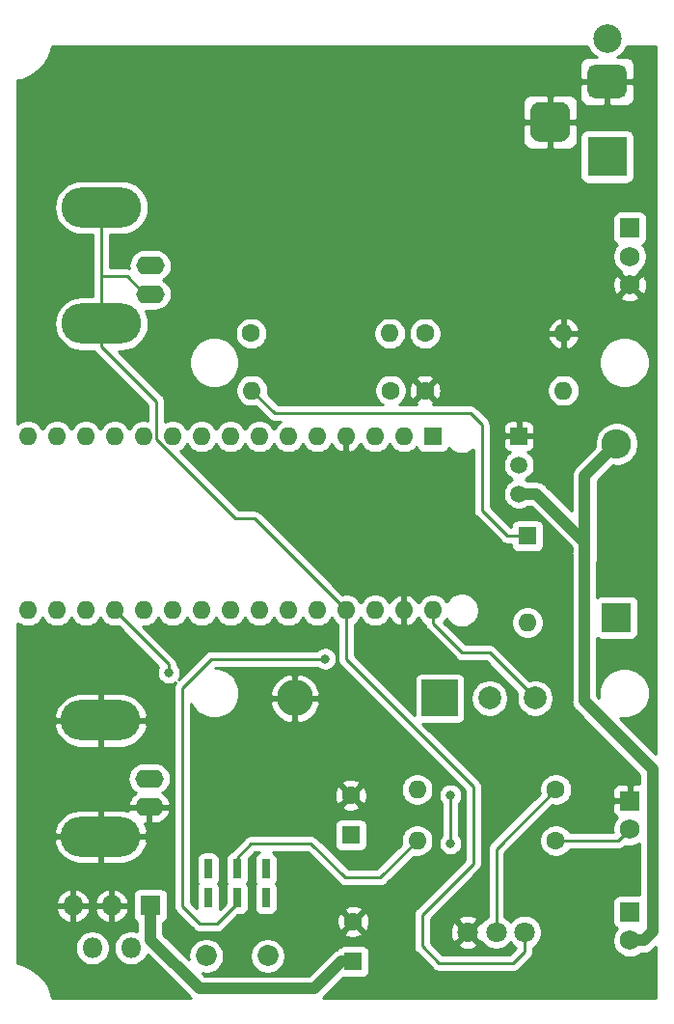
<source format=gbr>
G04 #@! TF.GenerationSoftware,KiCad,Pcbnew,5.1.6-c6e7f7d~87~ubuntu20.04.1*
G04 #@! TF.CreationDate,2020-07-24T19:13:23+01:00*
G04 #@! TF.ProjectId,OpenSpritzer_1.3,4f70656e-5370-4726-9974-7a65725f312e,rev?*
G04 #@! TF.SameCoordinates,Original*
G04 #@! TF.FileFunction,Copper,L2,Bot*
G04 #@! TF.FilePolarity,Positive*
%FSLAX46Y46*%
G04 Gerber Fmt 4.6, Leading zero omitted, Abs format (unit mm)*
G04 Created by KiCad (PCBNEW 5.1.6-c6e7f7d~87~ubuntu20.04.1) date 2020-07-24 19:13:23*
%MOMM*%
%LPD*%
G01*
G04 APERTURE LIST*
G04 #@! TA.AperFunction,ComponentPad*
%ADD10C,1.750000*%
G04 #@! TD*
G04 #@! TA.AperFunction,ComponentPad*
%ADD11R,1.750000X1.750000*%
G04 #@! TD*
G04 #@! TA.AperFunction,ComponentPad*
%ADD12C,1.800000*%
G04 #@! TD*
G04 #@! TA.AperFunction,ComponentPad*
%ADD13O,2.600000X2.600000*%
G04 #@! TD*
G04 #@! TA.AperFunction,ComponentPad*
%ADD14R,2.600000X2.600000*%
G04 #@! TD*
G04 #@! TA.AperFunction,ComponentPad*
%ADD15C,1.600000*%
G04 #@! TD*
G04 #@! TA.AperFunction,ComponentPad*
%ADD16O,1.600000X1.600000*%
G04 #@! TD*
G04 #@! TA.AperFunction,ComponentPad*
%ADD17C,2.000000*%
G04 #@! TD*
G04 #@! TA.AperFunction,ComponentPad*
%ADD18R,1.600000X1.600000*%
G04 #@! TD*
G04 #@! TA.AperFunction,ComponentPad*
%ADD19R,1.500000X1.500000*%
G04 #@! TD*
G04 #@! TA.AperFunction,ComponentPad*
%ADD20C,1.500000*%
G04 #@! TD*
G04 #@! TA.AperFunction,ComponentPad*
%ADD21R,3.500000X3.500000*%
G04 #@! TD*
G04 #@! TA.AperFunction,ComponentPad*
%ADD22C,2.500000*%
G04 #@! TD*
G04 #@! TA.AperFunction,ComponentPad*
%ADD23R,3.200000X3.200000*%
G04 #@! TD*
G04 #@! TA.AperFunction,ComponentPad*
%ADD24O,3.200000X3.200000*%
G04 #@! TD*
G04 #@! TA.AperFunction,ComponentPad*
%ADD25R,0.750000X1.750000*%
G04 #@! TD*
G04 #@! TA.AperFunction,ComponentPad*
%ADD26C,1.850000*%
G04 #@! TD*
G04 #@! TA.AperFunction,ComponentPad*
%ADD27O,7.000240X3.500120*%
G04 #@! TD*
G04 #@! TA.AperFunction,ComponentPad*
%ADD28O,2.499360X1.600200*%
G04 #@! TD*
G04 #@! TA.AperFunction,ComponentPad*
%ADD29R,1.800000X1.800000*%
G04 #@! TD*
G04 #@! TA.AperFunction,ComponentPad*
%ADD30O,1.800000X1.800000*%
G04 #@! TD*
G04 #@! TA.AperFunction,ViaPad*
%ADD31C,0.800000*%
G04 #@! TD*
G04 #@! TA.AperFunction,Conductor*
%ADD32C,0.250000*%
G04 #@! TD*
G04 #@! TA.AperFunction,Conductor*
%ADD33C,1.000000*%
G04 #@! TD*
G04 #@! TA.AperFunction,Conductor*
%ADD34C,0.254000*%
G04 #@! TD*
G04 APERTURE END LIST*
D10*
X154500000Y-86700000D03*
X154500000Y-84200000D03*
D11*
X154500000Y-81700000D03*
X154500000Y-141700000D03*
D10*
X154500000Y-144200000D03*
D11*
X154500000Y-131950000D03*
D10*
X154500000Y-134450000D03*
D12*
X145260000Y-143480000D03*
X142760000Y-143480000D03*
X140260000Y-143480000D03*
D13*
X153340000Y-100630000D03*
D14*
X153340000Y-115870000D03*
D15*
X136500000Y-90950000D03*
D16*
X148680000Y-90950000D03*
D15*
X148000000Y-130950000D03*
D16*
X135820000Y-130950000D03*
D15*
X148000000Y-135450000D03*
D16*
X135820000Y-135450000D03*
D15*
X136500000Y-95950000D03*
D16*
X148680000Y-95950000D03*
D15*
X121250000Y-90950000D03*
D16*
X133430000Y-90950000D03*
D15*
X133500000Y-95950000D03*
D16*
X121320000Y-95950000D03*
D17*
X146175000Y-122950000D03*
X142175000Y-122950000D03*
D18*
X137200000Y-100000000D03*
D16*
X104180000Y-115240000D03*
X134660000Y-100000000D03*
X106720000Y-115240000D03*
X132120000Y-100000000D03*
X109260000Y-115240000D03*
X129580000Y-100000000D03*
X111800000Y-115240000D03*
X127040000Y-100000000D03*
X114340000Y-115240000D03*
X124500000Y-100000000D03*
X116880000Y-115240000D03*
X121960000Y-100000000D03*
X119420000Y-115240000D03*
X119420000Y-100000000D03*
X121960000Y-115240000D03*
X116880000Y-100000000D03*
X124500000Y-115240000D03*
X114340000Y-100000000D03*
X127040000Y-115240000D03*
X111800000Y-100000000D03*
X129580000Y-115240000D03*
X109260000Y-100000000D03*
X132120000Y-115240000D03*
X106720000Y-100000000D03*
X134660000Y-115240000D03*
X104180000Y-100000000D03*
X137200000Y-115240000D03*
X101640000Y-100000000D03*
X101640000Y-115240000D03*
D19*
X144750000Y-99950000D03*
D20*
X144750000Y-105030000D03*
X144750000Y-102490000D03*
G04 #@! TA.AperFunction,ComponentPad*
G36*
G01*
X146625000Y-70650000D02*
X148375000Y-70650000D01*
G75*
G02*
X149250000Y-71525000I0J-875000D01*
G01*
X149250000Y-73275000D01*
G75*
G02*
X148375000Y-74150000I-875000J0D01*
G01*
X146625000Y-74150000D01*
G75*
G02*
X145750000Y-73275000I0J875000D01*
G01*
X145750000Y-71525000D01*
G75*
G02*
X146625000Y-70650000I875000J0D01*
G01*
G37*
G04 #@! TD.AperFunction*
G04 #@! TA.AperFunction,ComponentPad*
G36*
G01*
X151500000Y-67350000D02*
X153500000Y-67350000D01*
G75*
G02*
X154250000Y-68100000I0J-750000D01*
G01*
X154250000Y-69600000D01*
G75*
G02*
X153500000Y-70350000I-750000J0D01*
G01*
X151500000Y-70350000D01*
G75*
G02*
X150750000Y-69600000I0J750000D01*
G01*
X150750000Y-68100000D01*
G75*
G02*
X151500000Y-67350000I750000J0D01*
G01*
G37*
G04 #@! TD.AperFunction*
D21*
X152500000Y-75450000D03*
D22*
X152500000Y-65050000D03*
D23*
X137800000Y-122950000D03*
D24*
X125100000Y-122950000D03*
D25*
X117460000Y-137930000D03*
X120000000Y-137930000D03*
X122540000Y-137930000D03*
X117460000Y-140470000D03*
X120000000Y-140470000D03*
X122540000Y-140470000D03*
D26*
X117300000Y-145550000D03*
X122700000Y-145550000D03*
D18*
X130200000Y-146050000D03*
D15*
X130200000Y-142550000D03*
X130000000Y-131450000D03*
D18*
X130000000Y-134950000D03*
D27*
X108111600Y-90097780D03*
X108111600Y-79899680D03*
D28*
X112376260Y-85000000D03*
X112376260Y-87499360D03*
D18*
X145500000Y-108700000D03*
D16*
X145500000Y-116320000D03*
D29*
X112400000Y-141150000D03*
D30*
X110700000Y-144850000D03*
X109000000Y-141150000D03*
X107300000Y-144850000D03*
X105600000Y-141150000D03*
D28*
X112301260Y-132499360D03*
X112301260Y-130000000D03*
D27*
X108036600Y-124899680D03*
X108036600Y-135097780D03*
D31*
X114000000Y-120700000D03*
X127750000Y-119490000D03*
X138750000Y-135700000D03*
X138750000Y-131450000D03*
D32*
X137200000Y-116371370D02*
X139778630Y-118950000D01*
X137200000Y-115240000D02*
X137200000Y-116371370D01*
X142175000Y-118950000D02*
X146175000Y-122950000D01*
X139778630Y-118950000D02*
X142175000Y-118950000D01*
X108111600Y-79899680D02*
X108111600Y-81899740D01*
X110377320Y-85950000D02*
X108111600Y-85950000D01*
X111926680Y-87499360D02*
X110377320Y-85950000D01*
X112376260Y-87499360D02*
X111926680Y-87499360D01*
X108111600Y-81899740D02*
X108111600Y-85950000D01*
X108111600Y-85950000D02*
X108111600Y-90097780D01*
X140750000Y-130700000D02*
X129580000Y-119530000D01*
X129580000Y-119530000D02*
X129580000Y-115240000D01*
X136250000Y-141950000D02*
X140750000Y-137450000D01*
X136250000Y-144700000D02*
X136250000Y-141950000D01*
X145260000Y-143480000D02*
X145260000Y-144752792D01*
X140750000Y-137450000D02*
X140750000Y-130700000D01*
X145250000Y-144762792D02*
X145250000Y-145200000D01*
X145250000Y-145200000D02*
X144250000Y-146200000D01*
X145260000Y-144752792D02*
X145250000Y-144762792D01*
X144250000Y-146200000D02*
X137750000Y-146200000D01*
X137750000Y-146200000D02*
X136250000Y-144700000D01*
X129580000Y-115240000D02*
X121540000Y-107200000D01*
X108111600Y-92097840D02*
X108111600Y-90097780D01*
X112925001Y-96911241D02*
X108111600Y-92097840D01*
X112925001Y-100250003D02*
X112925001Y-96911241D01*
X119874998Y-107200000D02*
X112925001Y-100250003D01*
X121540000Y-107200000D02*
X119874998Y-107200000D01*
X114000000Y-119980000D02*
X114000000Y-120700000D01*
X109260000Y-115240000D02*
X114000000Y-119980000D01*
X153500000Y-135450000D02*
X154500000Y-134450000D01*
X148000000Y-135450000D02*
X153500000Y-135450000D01*
X120000000Y-140970000D02*
X118220000Y-142750000D01*
X120000000Y-140470000D02*
X120000000Y-140970000D01*
X118220000Y-142750000D02*
X116750000Y-142750000D01*
X116750000Y-142750000D02*
X115200000Y-141200000D01*
X115200000Y-141200000D02*
X115200000Y-122030000D01*
X115200000Y-122030000D02*
X117740000Y-119490000D01*
X117740000Y-119490000D02*
X127750000Y-119490000D01*
X127750000Y-119490000D02*
X127960000Y-119490000D01*
X143750000Y-108700000D02*
X145500000Y-108700000D01*
X141500000Y-106450000D02*
X143750000Y-108700000D01*
X141500000Y-98950000D02*
X141500000Y-106450000D01*
X140500000Y-97950000D02*
X141500000Y-98950000D01*
X121320000Y-95950000D02*
X123320000Y-97950000D01*
X123320000Y-97950000D02*
X140500000Y-97950000D01*
D33*
X152040001Y-101929999D02*
X153340000Y-100630000D01*
X150534990Y-103435010D02*
X152040001Y-101929999D01*
X150534990Y-109264988D02*
X150534990Y-110700000D01*
X146300002Y-105030000D02*
X150534990Y-109264988D01*
X144750000Y-105030000D02*
X146300002Y-105030000D01*
X150534990Y-110700000D02*
X150534990Y-110200000D01*
X150534990Y-110200000D02*
X150534990Y-103435010D01*
X155737436Y-144200000D02*
X154500000Y-144200000D01*
X156499990Y-143437446D02*
X155737436Y-144200000D01*
X156499990Y-129199990D02*
X156499990Y-143437446D01*
X150500000Y-123200000D02*
X156499990Y-129199990D01*
X150500000Y-110234990D02*
X150500000Y-123200000D01*
X150534990Y-110200000D02*
X150500000Y-110234990D01*
D32*
X142760000Y-136190000D02*
X148000000Y-130950000D01*
X142760000Y-143480000D02*
X142760000Y-136190000D01*
X132570000Y-138700000D02*
X135820000Y-135450000D01*
X129500000Y-138700000D02*
X132570000Y-138700000D01*
X126500000Y-135700000D02*
X129500000Y-138700000D01*
X121250000Y-135700000D02*
X126500000Y-135700000D01*
X120000000Y-137930000D02*
X120000000Y-136950000D01*
X120000000Y-136950000D02*
X121250000Y-135700000D01*
D33*
X112375000Y-144100000D02*
X112375000Y-141125000D01*
X116700000Y-148425000D02*
X112400000Y-144125000D01*
X126775000Y-148425000D02*
X116700000Y-148425000D01*
X130200000Y-146050000D02*
X129150000Y-146050000D01*
X129150000Y-146050000D02*
X126775000Y-148425000D01*
D32*
X138750000Y-135700000D02*
X138750000Y-131450000D01*
X138750000Y-131450000D02*
X138750000Y-131450000D01*
D34*
G36*
X150829534Y-65942882D02*
G01*
X151035825Y-66251618D01*
X151298382Y-66514175D01*
X151596999Y-66713705D01*
X150750000Y-66711928D01*
X150625518Y-66724188D01*
X150505820Y-66760498D01*
X150395506Y-66819463D01*
X150298815Y-66898815D01*
X150219463Y-66995506D01*
X150160498Y-67105820D01*
X150124188Y-67225518D01*
X150111928Y-67350000D01*
X150115000Y-68564250D01*
X150273750Y-68723000D01*
X152373000Y-68723000D01*
X152373000Y-68703000D01*
X152627000Y-68703000D01*
X152627000Y-68723000D01*
X154726250Y-68723000D01*
X154885000Y-68564250D01*
X154888072Y-67350000D01*
X154875812Y-67225518D01*
X154839502Y-67105820D01*
X154780537Y-66995506D01*
X154701185Y-66898815D01*
X154604494Y-66819463D01*
X154494180Y-66760498D01*
X154374482Y-66724188D01*
X154250000Y-66711928D01*
X153403001Y-66713705D01*
X153701618Y-66514175D01*
X153964175Y-66251618D01*
X154170466Y-65942882D01*
X154256573Y-65735000D01*
X156765000Y-65735000D01*
X156765001Y-127859869D01*
X153605433Y-124700302D01*
X153779872Y-124735000D01*
X154220128Y-124735000D01*
X154651925Y-124649110D01*
X155058669Y-124480631D01*
X155424729Y-124236038D01*
X155736038Y-123924729D01*
X155980631Y-123558669D01*
X156149110Y-123151925D01*
X156235000Y-122720128D01*
X156235000Y-122279872D01*
X156149110Y-121848075D01*
X155980631Y-121441331D01*
X155736038Y-121075271D01*
X155424729Y-120763962D01*
X155058669Y-120519369D01*
X154651925Y-120350890D01*
X154220128Y-120265000D01*
X153779872Y-120265000D01*
X153348075Y-120350890D01*
X152941331Y-120519369D01*
X152575271Y-120763962D01*
X152263962Y-121075271D01*
X152019369Y-121441331D01*
X151850890Y-121848075D01*
X151765000Y-122279872D01*
X151765000Y-122720128D01*
X151799698Y-122894567D01*
X151635000Y-122729869D01*
X151635000Y-117659088D01*
X151685506Y-117700537D01*
X151795820Y-117759502D01*
X151915518Y-117795812D01*
X152040000Y-117808072D01*
X154640000Y-117808072D01*
X154764482Y-117795812D01*
X154884180Y-117759502D01*
X154994494Y-117700537D01*
X155091185Y-117621185D01*
X155170537Y-117524494D01*
X155229502Y-117414180D01*
X155265812Y-117294482D01*
X155278072Y-117170000D01*
X155278072Y-114570000D01*
X155265812Y-114445518D01*
X155229502Y-114325820D01*
X155170537Y-114215506D01*
X155091185Y-114118815D01*
X154994494Y-114039463D01*
X154884180Y-113980498D01*
X154764482Y-113944188D01*
X154640000Y-113931928D01*
X152040000Y-113931928D01*
X151915518Y-113944188D01*
X151795820Y-113980498D01*
X151685506Y-114039463D01*
X151635000Y-114080912D01*
X151635000Y-110983706D01*
X151653567Y-110922499D01*
X151669990Y-110755752D01*
X151669990Y-110255742D01*
X151675480Y-110200001D01*
X151669990Y-110144259D01*
X151669990Y-109320729D01*
X151675480Y-109264987D01*
X151669990Y-109209245D01*
X151669990Y-103905141D01*
X152881989Y-102693143D01*
X152881993Y-102693138D01*
X153033241Y-102541891D01*
X153149419Y-102565000D01*
X153530581Y-102565000D01*
X153904419Y-102490639D01*
X154256566Y-102344775D01*
X154573491Y-102133013D01*
X154843013Y-101863491D01*
X155054775Y-101546566D01*
X155200639Y-101194419D01*
X155275000Y-100820581D01*
X155275000Y-100439419D01*
X155200639Y-100065581D01*
X155054775Y-99713434D01*
X154843013Y-99396509D01*
X154573491Y-99126987D01*
X154256566Y-98915225D01*
X153904419Y-98769361D01*
X153530581Y-98695000D01*
X153149419Y-98695000D01*
X152775581Y-98769361D01*
X152423434Y-98915225D01*
X152106509Y-99126987D01*
X151836987Y-99396509D01*
X151625225Y-99713434D01*
X151479361Y-100065581D01*
X151405000Y-100439419D01*
X151405000Y-100820581D01*
X151428109Y-100936759D01*
X151276862Y-101088007D01*
X151276857Y-101088011D01*
X149771850Y-102593019D01*
X149728542Y-102628561D01*
X149586707Y-102801387D01*
X149545606Y-102878282D01*
X149481314Y-102998564D01*
X149416413Y-103212512D01*
X149394499Y-103435010D01*
X149399991Y-103490771D01*
X149399991Y-106524857D01*
X147141998Y-104266865D01*
X147106451Y-104223551D01*
X146933625Y-104081716D01*
X146736449Y-103976324D01*
X146522501Y-103911423D01*
X146355754Y-103895000D01*
X146355753Y-103895000D01*
X146300002Y-103889509D01*
X146244251Y-103895000D01*
X145544286Y-103895000D01*
X145406043Y-103802629D01*
X145303127Y-103760000D01*
X145406043Y-103717371D01*
X145632886Y-103565799D01*
X145825799Y-103372886D01*
X145977371Y-103146043D01*
X146081775Y-102893989D01*
X146135000Y-102626411D01*
X146135000Y-102353589D01*
X146081775Y-102086011D01*
X145977371Y-101833957D01*
X145825799Y-101607114D01*
X145632886Y-101414201D01*
X145516517Y-101336445D01*
X145624482Y-101325812D01*
X145744180Y-101289502D01*
X145854494Y-101230537D01*
X145951185Y-101151185D01*
X146030537Y-101054494D01*
X146089502Y-100944180D01*
X146125812Y-100824482D01*
X146138072Y-100700000D01*
X146135000Y-100235750D01*
X145976250Y-100077000D01*
X144877000Y-100077000D01*
X144877000Y-100097000D01*
X144623000Y-100097000D01*
X144623000Y-100077000D01*
X143523750Y-100077000D01*
X143365000Y-100235750D01*
X143361928Y-100700000D01*
X143374188Y-100824482D01*
X143410498Y-100944180D01*
X143469463Y-101054494D01*
X143548815Y-101151185D01*
X143645506Y-101230537D01*
X143755820Y-101289502D01*
X143875518Y-101325812D01*
X143983483Y-101336445D01*
X143867114Y-101414201D01*
X143674201Y-101607114D01*
X143522629Y-101833957D01*
X143418225Y-102086011D01*
X143365000Y-102353589D01*
X143365000Y-102626411D01*
X143418225Y-102893989D01*
X143522629Y-103146043D01*
X143674201Y-103372886D01*
X143867114Y-103565799D01*
X144093957Y-103717371D01*
X144196873Y-103760000D01*
X144093957Y-103802629D01*
X143867114Y-103954201D01*
X143674201Y-104147114D01*
X143522629Y-104373957D01*
X143418225Y-104626011D01*
X143365000Y-104893589D01*
X143365000Y-105166411D01*
X143418225Y-105433989D01*
X143522629Y-105686043D01*
X143674201Y-105912886D01*
X143867114Y-106105799D01*
X144093957Y-106257371D01*
X144346011Y-106361775D01*
X144613589Y-106415000D01*
X144886411Y-106415000D01*
X145153989Y-106361775D01*
X145406043Y-106257371D01*
X145544286Y-106165000D01*
X145829871Y-106165000D01*
X149399990Y-109735120D01*
X149399990Y-109951285D01*
X149381423Y-110012492D01*
X149359509Y-110234990D01*
X149365000Y-110290742D01*
X149365001Y-123144239D01*
X149359509Y-123200000D01*
X149381423Y-123422498D01*
X149446324Y-123636446D01*
X149469716Y-123680209D01*
X149551717Y-123833623D01*
X149693552Y-124006449D01*
X149736860Y-124041991D01*
X155364990Y-129670122D01*
X155364990Y-130436980D01*
X154785750Y-130440000D01*
X154627000Y-130598750D01*
X154627000Y-131823000D01*
X154647000Y-131823000D01*
X154647000Y-132077000D01*
X154627000Y-132077000D01*
X154627000Y-132097000D01*
X154373000Y-132097000D01*
X154373000Y-132077000D01*
X153148750Y-132077000D01*
X152990000Y-132235750D01*
X152986928Y-132825000D01*
X152999188Y-132949482D01*
X153035498Y-133069180D01*
X153094463Y-133179494D01*
X153173815Y-133276185D01*
X153270506Y-133355537D01*
X153380820Y-133414502D01*
X153395564Y-133418974D01*
X153327107Y-133487431D01*
X153161856Y-133734747D01*
X153048029Y-134009549D01*
X152990000Y-134301278D01*
X152990000Y-134598722D01*
X153008156Y-134690000D01*
X149218043Y-134690000D01*
X149114637Y-134535241D01*
X148914759Y-134335363D01*
X148679727Y-134178320D01*
X148418574Y-134070147D01*
X148141335Y-134015000D01*
X147858665Y-134015000D01*
X147581426Y-134070147D01*
X147320273Y-134178320D01*
X147085241Y-134335363D01*
X146885363Y-134535241D01*
X146728320Y-134770273D01*
X146620147Y-135031426D01*
X146565000Y-135308665D01*
X146565000Y-135591335D01*
X146620147Y-135868574D01*
X146728320Y-136129727D01*
X146885363Y-136364759D01*
X147085241Y-136564637D01*
X147320273Y-136721680D01*
X147581426Y-136829853D01*
X147858665Y-136885000D01*
X148141335Y-136885000D01*
X148418574Y-136829853D01*
X148679727Y-136721680D01*
X148914759Y-136564637D01*
X149114637Y-136364759D01*
X149218043Y-136210000D01*
X153462678Y-136210000D01*
X153500000Y-136213676D01*
X153537322Y-136210000D01*
X153537333Y-136210000D01*
X153648986Y-136199003D01*
X153792247Y-136155546D01*
X153924276Y-136084974D01*
X154040001Y-135990001D01*
X154063804Y-135960998D01*
X154112331Y-135912470D01*
X154351278Y-135960000D01*
X154648722Y-135960000D01*
X154940451Y-135901971D01*
X155215253Y-135788144D01*
X155364990Y-135688093D01*
X155364991Y-140186928D01*
X153625000Y-140186928D01*
X153500518Y-140199188D01*
X153380820Y-140235498D01*
X153270506Y-140294463D01*
X153173815Y-140373815D01*
X153094463Y-140470506D01*
X153035498Y-140580820D01*
X152999188Y-140700518D01*
X152986928Y-140825000D01*
X152986928Y-142575000D01*
X152999188Y-142699482D01*
X153035498Y-142819180D01*
X153094463Y-142929494D01*
X153173815Y-143026185D01*
X153270506Y-143105537D01*
X153380820Y-143164502D01*
X153395564Y-143168974D01*
X153327107Y-143237431D01*
X153161856Y-143484747D01*
X153048029Y-143759549D01*
X152990000Y-144051278D01*
X152990000Y-144348722D01*
X153048029Y-144640451D01*
X153161856Y-144915253D01*
X153327107Y-145162569D01*
X153537431Y-145372893D01*
X153784747Y-145538144D01*
X154059549Y-145651971D01*
X154351278Y-145710000D01*
X154648722Y-145710000D01*
X154940451Y-145651971D01*
X155215253Y-145538144D01*
X155462569Y-145372893D01*
X155500462Y-145335000D01*
X155681685Y-145335000D01*
X155737436Y-145340491D01*
X155793187Y-145335000D01*
X155793188Y-145335000D01*
X155959935Y-145318577D01*
X156173883Y-145253676D01*
X156371059Y-145148284D01*
X156543885Y-145006449D01*
X156579432Y-144963135D01*
X156765001Y-144777566D01*
X156765001Y-149265000D01*
X127540567Y-149265000D01*
X127581449Y-149231449D01*
X127616996Y-149188135D01*
X129324496Y-147480636D01*
X129400000Y-147488072D01*
X131000000Y-147488072D01*
X131124482Y-147475812D01*
X131244180Y-147439502D01*
X131354494Y-147380537D01*
X131451185Y-147301185D01*
X131530537Y-147204494D01*
X131589502Y-147094180D01*
X131625812Y-146974482D01*
X131638072Y-146850000D01*
X131638072Y-145250000D01*
X131625812Y-145125518D01*
X131589502Y-145005820D01*
X131530537Y-144895506D01*
X131451185Y-144798815D01*
X131354494Y-144719463D01*
X131244180Y-144660498D01*
X131124482Y-144624188D01*
X131000000Y-144611928D01*
X129400000Y-144611928D01*
X129275518Y-144624188D01*
X129155820Y-144660498D01*
X129045506Y-144719463D01*
X128948815Y-144798815D01*
X128869463Y-144895506D01*
X128835317Y-144959387D01*
X128713553Y-144996324D01*
X128516377Y-145101716D01*
X128343551Y-145243551D01*
X128308009Y-145286859D01*
X126304869Y-147290000D01*
X117170132Y-147290000D01*
X116951342Y-147071210D01*
X117146353Y-147110000D01*
X117453647Y-147110000D01*
X117755035Y-147050050D01*
X118038937Y-146932454D01*
X118294442Y-146761731D01*
X118511731Y-146544442D01*
X118682454Y-146288937D01*
X118800050Y-146005035D01*
X118860000Y-145703647D01*
X118860000Y-145396353D01*
X121140000Y-145396353D01*
X121140000Y-145703647D01*
X121199950Y-146005035D01*
X121317546Y-146288937D01*
X121488269Y-146544442D01*
X121705558Y-146761731D01*
X121961063Y-146932454D01*
X122244965Y-147050050D01*
X122546353Y-147110000D01*
X122853647Y-147110000D01*
X123155035Y-147050050D01*
X123438937Y-146932454D01*
X123694442Y-146761731D01*
X123911731Y-146544442D01*
X124082454Y-146288937D01*
X124200050Y-146005035D01*
X124260000Y-145703647D01*
X124260000Y-145396353D01*
X124200050Y-145094965D01*
X124082454Y-144811063D01*
X123911731Y-144555558D01*
X123694442Y-144338269D01*
X123438937Y-144167546D01*
X123155035Y-144049950D01*
X122853647Y-143990000D01*
X122546353Y-143990000D01*
X122244965Y-144049950D01*
X121961063Y-144167546D01*
X121705558Y-144338269D01*
X121488269Y-144555558D01*
X121317546Y-144811063D01*
X121199950Y-145094965D01*
X121140000Y-145396353D01*
X118860000Y-145396353D01*
X118800050Y-145094965D01*
X118682454Y-144811063D01*
X118511731Y-144555558D01*
X118294442Y-144338269D01*
X118038937Y-144167546D01*
X117755035Y-144049950D01*
X117453647Y-143990000D01*
X117146353Y-143990000D01*
X116844965Y-144049950D01*
X116561063Y-144167546D01*
X116305558Y-144338269D01*
X116088269Y-144555558D01*
X115917546Y-144811063D01*
X115799950Y-145094965D01*
X115740000Y-145396353D01*
X115740000Y-145703647D01*
X115778790Y-145898659D01*
X113510000Y-143629869D01*
X113510000Y-143542702D01*
X129386903Y-143542702D01*
X129458486Y-143786671D01*
X129713996Y-143907571D01*
X129988184Y-143976300D01*
X130270512Y-143990217D01*
X130550130Y-143948787D01*
X130816292Y-143853603D01*
X130941514Y-143786671D01*
X131013097Y-143542702D01*
X130200000Y-142729605D01*
X129386903Y-143542702D01*
X113510000Y-143542702D01*
X113510000Y-142649870D01*
X113544180Y-142639502D01*
X113654494Y-142580537D01*
X113751185Y-142501185D01*
X113830537Y-142404494D01*
X113889502Y-142294180D01*
X113925812Y-142174482D01*
X113938072Y-142050000D01*
X113938072Y-140250000D01*
X113925812Y-140125518D01*
X113889502Y-140005820D01*
X113830537Y-139895506D01*
X113751185Y-139798815D01*
X113654494Y-139719463D01*
X113544180Y-139660498D01*
X113424482Y-139624188D01*
X113300000Y-139611928D01*
X111500000Y-139611928D01*
X111375518Y-139624188D01*
X111255820Y-139660498D01*
X111145506Y-139719463D01*
X111048815Y-139798815D01*
X110969463Y-139895506D01*
X110910498Y-140005820D01*
X110874188Y-140125518D01*
X110861928Y-140250000D01*
X110861928Y-142050000D01*
X110874188Y-142174482D01*
X110910498Y-142294180D01*
X110969463Y-142404494D01*
X111048815Y-142501185D01*
X111145506Y-142580537D01*
X111240000Y-142631046D01*
X111240000Y-143412203D01*
X111147743Y-143373989D01*
X110851184Y-143315000D01*
X110548816Y-143315000D01*
X110252257Y-143373989D01*
X109972905Y-143489701D01*
X109721495Y-143657688D01*
X109507688Y-143871495D01*
X109339701Y-144122905D01*
X109223989Y-144402257D01*
X109165000Y-144698816D01*
X109165000Y-145001184D01*
X109223989Y-145297743D01*
X109339701Y-145577095D01*
X109507688Y-145828505D01*
X109721495Y-146042312D01*
X109972905Y-146210299D01*
X110252257Y-146326011D01*
X110548816Y-146385000D01*
X110851184Y-146385000D01*
X111147743Y-146326011D01*
X111427095Y-146210299D01*
X111678505Y-146042312D01*
X111892312Y-145828505D01*
X112060299Y-145577095D01*
X112114972Y-145445103D01*
X115858009Y-149188141D01*
X115893551Y-149231449D01*
X115934433Y-149265000D01*
X103763931Y-149265000D01*
X103687623Y-148881372D01*
X103398533Y-148183446D01*
X102978839Y-147555330D01*
X102444670Y-147021161D01*
X101816554Y-146601467D01*
X101118628Y-146312377D01*
X100735000Y-146236069D01*
X100735000Y-144698816D01*
X105765000Y-144698816D01*
X105765000Y-145001184D01*
X105823989Y-145297743D01*
X105939701Y-145577095D01*
X106107688Y-145828505D01*
X106321495Y-146042312D01*
X106572905Y-146210299D01*
X106852257Y-146326011D01*
X107148816Y-146385000D01*
X107451184Y-146385000D01*
X107747743Y-146326011D01*
X108027095Y-146210299D01*
X108278505Y-146042312D01*
X108492312Y-145828505D01*
X108660299Y-145577095D01*
X108776011Y-145297743D01*
X108835000Y-145001184D01*
X108835000Y-144698816D01*
X108776011Y-144402257D01*
X108660299Y-144122905D01*
X108492312Y-143871495D01*
X108278505Y-143657688D01*
X108027095Y-143489701D01*
X107747743Y-143373989D01*
X107451184Y-143315000D01*
X107148816Y-143315000D01*
X106852257Y-143373989D01*
X106572905Y-143489701D01*
X106321495Y-143657688D01*
X106107688Y-143871495D01*
X105939701Y-144122905D01*
X105823989Y-144402257D01*
X105765000Y-144698816D01*
X100735000Y-144698816D01*
X100735000Y-141514740D01*
X104108964Y-141514740D01*
X104157606Y-141675107D01*
X104287764Y-141946414D01*
X104468351Y-142187116D01*
X104692427Y-142387962D01*
X104951380Y-142541234D01*
X105235259Y-142641041D01*
X105473000Y-142520992D01*
X105473000Y-141277000D01*
X105727000Y-141277000D01*
X105727000Y-142520992D01*
X105964741Y-142641041D01*
X106248620Y-142541234D01*
X106507573Y-142387962D01*
X106731649Y-142187116D01*
X106912236Y-141946414D01*
X107042394Y-141675107D01*
X107091036Y-141514740D01*
X107508964Y-141514740D01*
X107557606Y-141675107D01*
X107687764Y-141946414D01*
X107868351Y-142187116D01*
X108092427Y-142387962D01*
X108351380Y-142541234D01*
X108635259Y-142641041D01*
X108873000Y-142520992D01*
X108873000Y-141277000D01*
X109127000Y-141277000D01*
X109127000Y-142520992D01*
X109364741Y-142641041D01*
X109648620Y-142541234D01*
X109907573Y-142387962D01*
X110131649Y-142187116D01*
X110312236Y-141946414D01*
X110442394Y-141675107D01*
X110491036Y-141514740D01*
X110370378Y-141277000D01*
X109127000Y-141277000D01*
X108873000Y-141277000D01*
X107629622Y-141277000D01*
X107508964Y-141514740D01*
X107091036Y-141514740D01*
X106970378Y-141277000D01*
X105727000Y-141277000D01*
X105473000Y-141277000D01*
X104229622Y-141277000D01*
X104108964Y-141514740D01*
X100735000Y-141514740D01*
X100735000Y-140785260D01*
X104108964Y-140785260D01*
X104229622Y-141023000D01*
X105473000Y-141023000D01*
X105473000Y-139779008D01*
X105727000Y-139779008D01*
X105727000Y-141023000D01*
X106970378Y-141023000D01*
X107091036Y-140785260D01*
X107508964Y-140785260D01*
X107629622Y-141023000D01*
X108873000Y-141023000D01*
X108873000Y-139779008D01*
X109127000Y-139779008D01*
X109127000Y-141023000D01*
X110370378Y-141023000D01*
X110491036Y-140785260D01*
X110442394Y-140624893D01*
X110312236Y-140353586D01*
X110131649Y-140112884D01*
X109907573Y-139912038D01*
X109648620Y-139758766D01*
X109364741Y-139658959D01*
X109127000Y-139779008D01*
X108873000Y-139779008D01*
X108635259Y-139658959D01*
X108351380Y-139758766D01*
X108092427Y-139912038D01*
X107868351Y-140112884D01*
X107687764Y-140353586D01*
X107557606Y-140624893D01*
X107508964Y-140785260D01*
X107091036Y-140785260D01*
X107042394Y-140624893D01*
X106912236Y-140353586D01*
X106731649Y-140112884D01*
X106507573Y-139912038D01*
X106248620Y-139758766D01*
X105964741Y-139658959D01*
X105727000Y-139779008D01*
X105473000Y-139779008D01*
X105235259Y-139658959D01*
X104951380Y-139758766D01*
X104692427Y-139912038D01*
X104468351Y-140112884D01*
X104287764Y-140353586D01*
X104157606Y-140624893D01*
X104108964Y-140785260D01*
X100735000Y-140785260D01*
X100735000Y-135595793D01*
X103954054Y-135595793D01*
X104034431Y-135893169D01*
X104232877Y-136317251D01*
X104510245Y-136694469D01*
X104855875Y-137010327D01*
X105256484Y-137252687D01*
X105696678Y-137412235D01*
X106159540Y-137482840D01*
X107909600Y-137482840D01*
X107909600Y-135224780D01*
X108163600Y-135224780D01*
X108163600Y-137482840D01*
X109913660Y-137482840D01*
X110376522Y-137412235D01*
X110816716Y-137252687D01*
X111217325Y-137010327D01*
X111562955Y-136694469D01*
X111840323Y-136317251D01*
X112038769Y-135893169D01*
X112119146Y-135595793D01*
X112009345Y-135224780D01*
X108163600Y-135224780D01*
X107909600Y-135224780D01*
X104063855Y-135224780D01*
X103954054Y-135595793D01*
X100735000Y-135595793D01*
X100735000Y-134599767D01*
X103954054Y-134599767D01*
X104063855Y-134970780D01*
X107909600Y-134970780D01*
X107909600Y-132712720D01*
X108163600Y-132712720D01*
X108163600Y-134970780D01*
X112009345Y-134970780D01*
X112119146Y-134599767D01*
X112038769Y-134302391D01*
X111866598Y-133934460D01*
X112174260Y-133934460D01*
X112174260Y-132626360D01*
X112428260Y-132626360D01*
X112428260Y-133934460D01*
X112877840Y-133934460D01*
X113155374Y-133882108D01*
X113417362Y-133776618D01*
X113653736Y-133622044D01*
X113855412Y-133424326D01*
X114014640Y-133191062D01*
X114125301Y-132931216D01*
X114142843Y-132848415D01*
X114020856Y-132626360D01*
X112428260Y-132626360D01*
X112174260Y-132626360D01*
X110581664Y-132626360D01*
X110475689Y-132819268D01*
X110376522Y-132783325D01*
X109913660Y-132712720D01*
X108163600Y-132712720D01*
X107909600Y-132712720D01*
X106159540Y-132712720D01*
X105696678Y-132783325D01*
X105256484Y-132942873D01*
X104855875Y-133185233D01*
X104510245Y-133501091D01*
X104232877Y-133878309D01*
X104034431Y-134302391D01*
X103954054Y-134599767D01*
X100735000Y-134599767D01*
X100735000Y-130000000D01*
X110409637Y-130000000D01*
X110437345Y-130281329D01*
X110519406Y-130551846D01*
X110652665Y-130801156D01*
X110832002Y-131019678D01*
X111050524Y-131199015D01*
X111144032Y-131248996D01*
X110948784Y-131376676D01*
X110747108Y-131574394D01*
X110587880Y-131807658D01*
X110477219Y-132067504D01*
X110459677Y-132150305D01*
X110581664Y-132372360D01*
X112174260Y-132372360D01*
X112174260Y-132352360D01*
X112428260Y-132352360D01*
X112428260Y-132372360D01*
X114020856Y-132372360D01*
X114142843Y-132150305D01*
X114125301Y-132067504D01*
X114014640Y-131807658D01*
X113855412Y-131574394D01*
X113653736Y-131376676D01*
X113458488Y-131248996D01*
X113551996Y-131199015D01*
X113770518Y-131019678D01*
X113949855Y-130801156D01*
X114083114Y-130551846D01*
X114165175Y-130281329D01*
X114192883Y-130000000D01*
X114165175Y-129718671D01*
X114083114Y-129448154D01*
X113949855Y-129198844D01*
X113770518Y-128980322D01*
X113551996Y-128800985D01*
X113302686Y-128667726D01*
X113032169Y-128585665D01*
X112821335Y-128564900D01*
X111781185Y-128564900D01*
X111570351Y-128585665D01*
X111299834Y-128667726D01*
X111050524Y-128800985D01*
X110832002Y-128980322D01*
X110652665Y-129198844D01*
X110519406Y-129448154D01*
X110437345Y-129718671D01*
X110409637Y-130000000D01*
X100735000Y-130000000D01*
X100735000Y-125397693D01*
X103954054Y-125397693D01*
X104034431Y-125695069D01*
X104232877Y-126119151D01*
X104510245Y-126496369D01*
X104855875Y-126812227D01*
X105256484Y-127054587D01*
X105696678Y-127214135D01*
X106159540Y-127284740D01*
X107909600Y-127284740D01*
X107909600Y-125026680D01*
X108163600Y-125026680D01*
X108163600Y-127284740D01*
X109913660Y-127284740D01*
X110376522Y-127214135D01*
X110816716Y-127054587D01*
X111217325Y-126812227D01*
X111562955Y-126496369D01*
X111840323Y-126119151D01*
X112038769Y-125695069D01*
X112119146Y-125397693D01*
X112009345Y-125026680D01*
X108163600Y-125026680D01*
X107909600Y-125026680D01*
X104063855Y-125026680D01*
X103954054Y-125397693D01*
X100735000Y-125397693D01*
X100735000Y-124401667D01*
X103954054Y-124401667D01*
X104063855Y-124772680D01*
X107909600Y-124772680D01*
X107909600Y-122514620D01*
X108163600Y-122514620D01*
X108163600Y-124772680D01*
X112009345Y-124772680D01*
X112119146Y-124401667D01*
X112038769Y-124104291D01*
X111840323Y-123680209D01*
X111562955Y-123302991D01*
X111217325Y-122987133D01*
X110816716Y-122744773D01*
X110376522Y-122585225D01*
X109913660Y-122514620D01*
X108163600Y-122514620D01*
X107909600Y-122514620D01*
X106159540Y-122514620D01*
X105696678Y-122585225D01*
X105256484Y-122744773D01*
X104855875Y-122987133D01*
X104510245Y-123302991D01*
X104232877Y-123680209D01*
X104034431Y-124104291D01*
X103954054Y-124401667D01*
X100735000Y-124401667D01*
X100735000Y-116361158D01*
X100960273Y-116511680D01*
X101221426Y-116619853D01*
X101498665Y-116675000D01*
X101781335Y-116675000D01*
X102058574Y-116619853D01*
X102319727Y-116511680D01*
X102554759Y-116354637D01*
X102754637Y-116154759D01*
X102910000Y-115922241D01*
X103065363Y-116154759D01*
X103265241Y-116354637D01*
X103500273Y-116511680D01*
X103761426Y-116619853D01*
X104038665Y-116675000D01*
X104321335Y-116675000D01*
X104598574Y-116619853D01*
X104859727Y-116511680D01*
X105094759Y-116354637D01*
X105294637Y-116154759D01*
X105450000Y-115922241D01*
X105605363Y-116154759D01*
X105805241Y-116354637D01*
X106040273Y-116511680D01*
X106301426Y-116619853D01*
X106578665Y-116675000D01*
X106861335Y-116675000D01*
X107138574Y-116619853D01*
X107399727Y-116511680D01*
X107634759Y-116354637D01*
X107834637Y-116154759D01*
X107990000Y-115922241D01*
X108145363Y-116154759D01*
X108345241Y-116354637D01*
X108580273Y-116511680D01*
X108841426Y-116619853D01*
X109118665Y-116675000D01*
X109401335Y-116675000D01*
X109583887Y-116638688D01*
X113111693Y-120166495D01*
X113082795Y-120209744D01*
X113004774Y-120398102D01*
X112965000Y-120598061D01*
X112965000Y-120801939D01*
X113004774Y-121001898D01*
X113082795Y-121190256D01*
X113196063Y-121359774D01*
X113340226Y-121503937D01*
X113509744Y-121617205D01*
X113698102Y-121695226D01*
X113898061Y-121735000D01*
X114101939Y-121735000D01*
X114301898Y-121695226D01*
X114490256Y-121617205D01*
X114634947Y-121520526D01*
X114565026Y-121605724D01*
X114494454Y-121737754D01*
X114450998Y-121881015D01*
X114436324Y-122030000D01*
X114440001Y-122067333D01*
X114440000Y-141162678D01*
X114436324Y-141200000D01*
X114440000Y-141237322D01*
X114440000Y-141237332D01*
X114450997Y-141348985D01*
X114478302Y-141438998D01*
X114494454Y-141492246D01*
X114565026Y-141624276D01*
X114592500Y-141657753D01*
X114659999Y-141740001D01*
X114689003Y-141763804D01*
X116186201Y-143261003D01*
X116209999Y-143290001D01*
X116238997Y-143313799D01*
X116325723Y-143384974D01*
X116433658Y-143442667D01*
X116457753Y-143455546D01*
X116601014Y-143499003D01*
X116712667Y-143510000D01*
X116712677Y-143510000D01*
X116749999Y-143513676D01*
X116787322Y-143510000D01*
X118182678Y-143510000D01*
X118220000Y-143513676D01*
X118257322Y-143510000D01*
X118257333Y-143510000D01*
X118368986Y-143499003D01*
X118512247Y-143455546D01*
X118644276Y-143384974D01*
X118760001Y-143290001D01*
X118783804Y-143260997D01*
X119424289Y-142620512D01*
X128759783Y-142620512D01*
X128801213Y-142900130D01*
X128896397Y-143166292D01*
X128963329Y-143291514D01*
X129207298Y-143363097D01*
X130020395Y-142550000D01*
X130379605Y-142550000D01*
X131192702Y-143363097D01*
X131436671Y-143291514D01*
X131557571Y-143036004D01*
X131626300Y-142761816D01*
X131640217Y-142479488D01*
X131598787Y-142199870D01*
X131503603Y-141933708D01*
X131436671Y-141808486D01*
X131192702Y-141736903D01*
X130379605Y-142550000D01*
X130020395Y-142550000D01*
X129207298Y-141736903D01*
X128963329Y-141808486D01*
X128842429Y-142063996D01*
X128773700Y-142338184D01*
X128759783Y-142620512D01*
X119424289Y-142620512D01*
X120061730Y-141983072D01*
X120375000Y-141983072D01*
X120499482Y-141970812D01*
X120619180Y-141934502D01*
X120729494Y-141875537D01*
X120826185Y-141796185D01*
X120905537Y-141699494D01*
X120964502Y-141589180D01*
X121000812Y-141469482D01*
X121013072Y-141345000D01*
X121013072Y-139595000D01*
X121000812Y-139470518D01*
X120964502Y-139350820D01*
X120905537Y-139240506D01*
X120872295Y-139200000D01*
X120905537Y-139159494D01*
X120964502Y-139049180D01*
X121000812Y-138929482D01*
X121013072Y-138805000D01*
X121013072Y-137055000D01*
X121009192Y-137015609D01*
X121564802Y-136460000D01*
X121938944Y-136460000D01*
X121920820Y-136465498D01*
X121810506Y-136524463D01*
X121713815Y-136603815D01*
X121634463Y-136700506D01*
X121575498Y-136810820D01*
X121539188Y-136930518D01*
X121526928Y-137055000D01*
X121526928Y-138805000D01*
X121539188Y-138929482D01*
X121575498Y-139049180D01*
X121634463Y-139159494D01*
X121667705Y-139200000D01*
X121634463Y-139240506D01*
X121575498Y-139350820D01*
X121539188Y-139470518D01*
X121526928Y-139595000D01*
X121526928Y-141345000D01*
X121539188Y-141469482D01*
X121575498Y-141589180D01*
X121634463Y-141699494D01*
X121713815Y-141796185D01*
X121810506Y-141875537D01*
X121920820Y-141934502D01*
X122040518Y-141970812D01*
X122165000Y-141983072D01*
X122915000Y-141983072D01*
X123039482Y-141970812D01*
X123159180Y-141934502D01*
X123269494Y-141875537D01*
X123366185Y-141796185D01*
X123445537Y-141699494D01*
X123504502Y-141589180D01*
X123514173Y-141557298D01*
X129386903Y-141557298D01*
X130200000Y-142370395D01*
X131013097Y-141557298D01*
X130941514Y-141313329D01*
X130686004Y-141192429D01*
X130411816Y-141123700D01*
X130129488Y-141109783D01*
X129849870Y-141151213D01*
X129583708Y-141246397D01*
X129458486Y-141313329D01*
X129386903Y-141557298D01*
X123514173Y-141557298D01*
X123540812Y-141469482D01*
X123553072Y-141345000D01*
X123553072Y-139595000D01*
X123540812Y-139470518D01*
X123504502Y-139350820D01*
X123445537Y-139240506D01*
X123412295Y-139200000D01*
X123445537Y-139159494D01*
X123504502Y-139049180D01*
X123540812Y-138929482D01*
X123553072Y-138805000D01*
X123553072Y-137055000D01*
X123540812Y-136930518D01*
X123504502Y-136810820D01*
X123445537Y-136700506D01*
X123366185Y-136603815D01*
X123269494Y-136524463D01*
X123159180Y-136465498D01*
X123141056Y-136460000D01*
X126185199Y-136460000D01*
X128936201Y-139211003D01*
X128959999Y-139240001D01*
X129075724Y-139334974D01*
X129207753Y-139405546D01*
X129351014Y-139449003D01*
X129462667Y-139460000D01*
X129462675Y-139460000D01*
X129500000Y-139463676D01*
X129537325Y-139460000D01*
X132532678Y-139460000D01*
X132570000Y-139463676D01*
X132607322Y-139460000D01*
X132607333Y-139460000D01*
X132718986Y-139449003D01*
X132862247Y-139405546D01*
X132994276Y-139334974D01*
X133110001Y-139240001D01*
X133133804Y-139210997D01*
X135496114Y-136848688D01*
X135678665Y-136885000D01*
X135961335Y-136885000D01*
X136238574Y-136829853D01*
X136499727Y-136721680D01*
X136734759Y-136564637D01*
X136934637Y-136364759D01*
X137091680Y-136129727D01*
X137199853Y-135868574D01*
X137255000Y-135591335D01*
X137255000Y-135308665D01*
X137199853Y-135031426D01*
X137091680Y-134770273D01*
X136934637Y-134535241D01*
X136734759Y-134335363D01*
X136499727Y-134178320D01*
X136238574Y-134070147D01*
X135961335Y-134015000D01*
X135678665Y-134015000D01*
X135401426Y-134070147D01*
X135140273Y-134178320D01*
X134905241Y-134335363D01*
X134705363Y-134535241D01*
X134548320Y-134770273D01*
X134440147Y-135031426D01*
X134385000Y-135308665D01*
X134385000Y-135591335D01*
X134421312Y-135773886D01*
X132255199Y-137940000D01*
X129814802Y-137940000D01*
X127063804Y-135189003D01*
X127040001Y-135159999D01*
X126924276Y-135065026D01*
X126792247Y-134994454D01*
X126648986Y-134950997D01*
X126537333Y-134940000D01*
X126537322Y-134940000D01*
X126500000Y-134936324D01*
X126462678Y-134940000D01*
X121287323Y-134940000D01*
X121250000Y-134936324D01*
X121212677Y-134940000D01*
X121212667Y-134940000D01*
X121101014Y-134950997D01*
X120957753Y-134994454D01*
X120825723Y-135065026D01*
X120742083Y-135133668D01*
X120709999Y-135159999D01*
X120686201Y-135188997D01*
X119488998Y-136386201D01*
X119460000Y-136409999D01*
X119436202Y-136438997D01*
X119436201Y-136438998D01*
X119425601Y-136451914D01*
X119380820Y-136465498D01*
X119270506Y-136524463D01*
X119173815Y-136603815D01*
X119094463Y-136700506D01*
X119035498Y-136810820D01*
X118999188Y-136930518D01*
X118986928Y-137055000D01*
X118986928Y-138805000D01*
X118999188Y-138929482D01*
X119035498Y-139049180D01*
X119094463Y-139159494D01*
X119127705Y-139200000D01*
X119094463Y-139240506D01*
X119035498Y-139350820D01*
X118999188Y-139470518D01*
X118986928Y-139595000D01*
X118986928Y-140908270D01*
X118464646Y-141430552D01*
X118473072Y-141345000D01*
X118473072Y-139595000D01*
X118460812Y-139470518D01*
X118424502Y-139350820D01*
X118365537Y-139240506D01*
X118332295Y-139200000D01*
X118365537Y-139159494D01*
X118424502Y-139049180D01*
X118460812Y-138929482D01*
X118473072Y-138805000D01*
X118473072Y-137055000D01*
X118460812Y-136930518D01*
X118424502Y-136810820D01*
X118365537Y-136700506D01*
X118286185Y-136603815D01*
X118189494Y-136524463D01*
X118079180Y-136465498D01*
X117959482Y-136429188D01*
X117835000Y-136416928D01*
X117085000Y-136416928D01*
X116960518Y-136429188D01*
X116840820Y-136465498D01*
X116730506Y-136524463D01*
X116633815Y-136603815D01*
X116554463Y-136700506D01*
X116495498Y-136810820D01*
X116459188Y-136930518D01*
X116446928Y-137055000D01*
X116446928Y-138805000D01*
X116459188Y-138929482D01*
X116495498Y-139049180D01*
X116554463Y-139159494D01*
X116587705Y-139200000D01*
X116554463Y-139240506D01*
X116495498Y-139350820D01*
X116459188Y-139470518D01*
X116446928Y-139595000D01*
X116446928Y-141345000D01*
X116449892Y-141375090D01*
X115960000Y-140885199D01*
X115960000Y-134150000D01*
X128561928Y-134150000D01*
X128561928Y-135750000D01*
X128574188Y-135874482D01*
X128610498Y-135994180D01*
X128669463Y-136104494D01*
X128748815Y-136201185D01*
X128845506Y-136280537D01*
X128955820Y-136339502D01*
X129075518Y-136375812D01*
X129200000Y-136388072D01*
X130800000Y-136388072D01*
X130924482Y-136375812D01*
X131044180Y-136339502D01*
X131154494Y-136280537D01*
X131251185Y-136201185D01*
X131330537Y-136104494D01*
X131389502Y-135994180D01*
X131425812Y-135874482D01*
X131438072Y-135750000D01*
X131438072Y-134150000D01*
X131425812Y-134025518D01*
X131389502Y-133905820D01*
X131330537Y-133795506D01*
X131251185Y-133698815D01*
X131154494Y-133619463D01*
X131044180Y-133560498D01*
X130924482Y-133524188D01*
X130800000Y-133511928D01*
X129200000Y-133511928D01*
X129075518Y-133524188D01*
X128955820Y-133560498D01*
X128845506Y-133619463D01*
X128748815Y-133698815D01*
X128669463Y-133795506D01*
X128610498Y-133905820D01*
X128574188Y-134025518D01*
X128561928Y-134150000D01*
X115960000Y-134150000D01*
X115960000Y-132442702D01*
X129186903Y-132442702D01*
X129258486Y-132686671D01*
X129513996Y-132807571D01*
X129788184Y-132876300D01*
X130070512Y-132890217D01*
X130350130Y-132848787D01*
X130616292Y-132753603D01*
X130741514Y-132686671D01*
X130813097Y-132442702D01*
X130000000Y-131629605D01*
X129186903Y-132442702D01*
X115960000Y-132442702D01*
X115960000Y-131520512D01*
X128559783Y-131520512D01*
X128601213Y-131800130D01*
X128696397Y-132066292D01*
X128763329Y-132191514D01*
X129007298Y-132263097D01*
X129820395Y-131450000D01*
X130179605Y-131450000D01*
X130992702Y-132263097D01*
X131236671Y-132191514D01*
X131357571Y-131936004D01*
X131426300Y-131661816D01*
X131440217Y-131379488D01*
X131398787Y-131099870D01*
X131303603Y-130833708D01*
X131290218Y-130808665D01*
X134385000Y-130808665D01*
X134385000Y-131091335D01*
X134440147Y-131368574D01*
X134548320Y-131629727D01*
X134705363Y-131864759D01*
X134905241Y-132064637D01*
X135140273Y-132221680D01*
X135401426Y-132329853D01*
X135678665Y-132385000D01*
X135961335Y-132385000D01*
X136238574Y-132329853D01*
X136499727Y-132221680D01*
X136734759Y-132064637D01*
X136934637Y-131864759D01*
X137091680Y-131629727D01*
X137199853Y-131368574D01*
X137203933Y-131348061D01*
X137715000Y-131348061D01*
X137715000Y-131551939D01*
X137754774Y-131751898D01*
X137832795Y-131940256D01*
X137946063Y-132109774D01*
X137990001Y-132153712D01*
X137990000Y-134996289D01*
X137946063Y-135040226D01*
X137832795Y-135209744D01*
X137754774Y-135398102D01*
X137715000Y-135598061D01*
X137715000Y-135801939D01*
X137754774Y-136001898D01*
X137832795Y-136190256D01*
X137946063Y-136359774D01*
X138090226Y-136503937D01*
X138259744Y-136617205D01*
X138448102Y-136695226D01*
X138648061Y-136735000D01*
X138851939Y-136735000D01*
X139051898Y-136695226D01*
X139240256Y-136617205D01*
X139409774Y-136503937D01*
X139553937Y-136359774D01*
X139667205Y-136190256D01*
X139745226Y-136001898D01*
X139785000Y-135801939D01*
X139785000Y-135598061D01*
X139745226Y-135398102D01*
X139667205Y-135209744D01*
X139553937Y-135040226D01*
X139510000Y-134996289D01*
X139510000Y-132153711D01*
X139553937Y-132109774D01*
X139667205Y-131940256D01*
X139745226Y-131751898D01*
X139785000Y-131551939D01*
X139785000Y-131348061D01*
X139745226Y-131148102D01*
X139667205Y-130959744D01*
X139553937Y-130790226D01*
X139409774Y-130646063D01*
X139240256Y-130532795D01*
X139051898Y-130454774D01*
X138851939Y-130415000D01*
X138648061Y-130415000D01*
X138448102Y-130454774D01*
X138259744Y-130532795D01*
X138090226Y-130646063D01*
X137946063Y-130790226D01*
X137832795Y-130959744D01*
X137754774Y-131148102D01*
X137715000Y-131348061D01*
X137203933Y-131348061D01*
X137255000Y-131091335D01*
X137255000Y-130808665D01*
X137199853Y-130531426D01*
X137091680Y-130270273D01*
X136934637Y-130035241D01*
X136734759Y-129835363D01*
X136499727Y-129678320D01*
X136238574Y-129570147D01*
X135961335Y-129515000D01*
X135678665Y-129515000D01*
X135401426Y-129570147D01*
X135140273Y-129678320D01*
X134905241Y-129835363D01*
X134705363Y-130035241D01*
X134548320Y-130270273D01*
X134440147Y-130531426D01*
X134385000Y-130808665D01*
X131290218Y-130808665D01*
X131236671Y-130708486D01*
X130992702Y-130636903D01*
X130179605Y-131450000D01*
X129820395Y-131450000D01*
X129007298Y-130636903D01*
X128763329Y-130708486D01*
X128642429Y-130963996D01*
X128573700Y-131238184D01*
X128559783Y-131520512D01*
X115960000Y-131520512D01*
X115960000Y-130457298D01*
X129186903Y-130457298D01*
X130000000Y-131270395D01*
X130813097Y-130457298D01*
X130741514Y-130213329D01*
X130486004Y-130092429D01*
X130211816Y-130023700D01*
X129929488Y-130009783D01*
X129649870Y-130051213D01*
X129383708Y-130146397D01*
X129258486Y-130213329D01*
X129186903Y-130457298D01*
X115960000Y-130457298D01*
X115960000Y-123415340D01*
X116019369Y-123558669D01*
X116263962Y-123924729D01*
X116575271Y-124236038D01*
X116941331Y-124480631D01*
X117348075Y-124649110D01*
X117779872Y-124735000D01*
X118220128Y-124735000D01*
X118651925Y-124649110D01*
X119058669Y-124480631D01*
X119424729Y-124236038D01*
X119736038Y-123924729D01*
X119980631Y-123558669D01*
X120036204Y-123424503D01*
X122915950Y-123424503D01*
X123020407Y-123768861D01*
X123220118Y-124158835D01*
X123492071Y-124502354D01*
X123825816Y-124786217D01*
X124208527Y-124999516D01*
X124625497Y-125134053D01*
X124973000Y-125022642D01*
X124973000Y-123077000D01*
X125227000Y-123077000D01*
X125227000Y-125022642D01*
X125574503Y-125134053D01*
X125991473Y-124999516D01*
X126374184Y-124786217D01*
X126707929Y-124502354D01*
X126979882Y-124158835D01*
X127179593Y-123768861D01*
X127284050Y-123424503D01*
X127172362Y-123077000D01*
X125227000Y-123077000D01*
X124973000Y-123077000D01*
X123027638Y-123077000D01*
X122915950Y-123424503D01*
X120036204Y-123424503D01*
X120149110Y-123151925D01*
X120235000Y-122720128D01*
X120235000Y-122475497D01*
X122915950Y-122475497D01*
X123027638Y-122823000D01*
X124973000Y-122823000D01*
X124973000Y-120877358D01*
X125227000Y-120877358D01*
X125227000Y-122823000D01*
X127172362Y-122823000D01*
X127284050Y-122475497D01*
X127179593Y-122131139D01*
X126979882Y-121741165D01*
X126707929Y-121397646D01*
X126374184Y-121113783D01*
X125991473Y-120900484D01*
X125574503Y-120765947D01*
X125227000Y-120877358D01*
X124973000Y-120877358D01*
X124625497Y-120765947D01*
X124208527Y-120900484D01*
X123825816Y-121113783D01*
X123492071Y-121397646D01*
X123220118Y-121741165D01*
X123020407Y-122131139D01*
X122915950Y-122475497D01*
X120235000Y-122475497D01*
X120235000Y-122279872D01*
X120149110Y-121848075D01*
X119980631Y-121441331D01*
X119736038Y-121075271D01*
X119424729Y-120763962D01*
X119058669Y-120519369D01*
X118651925Y-120350890D01*
X118220128Y-120265000D01*
X118039803Y-120265000D01*
X118054803Y-120250000D01*
X127046289Y-120250000D01*
X127090226Y-120293937D01*
X127259744Y-120407205D01*
X127448102Y-120485226D01*
X127648061Y-120525000D01*
X127851939Y-120525000D01*
X128051898Y-120485226D01*
X128240256Y-120407205D01*
X128409774Y-120293937D01*
X128553937Y-120149774D01*
X128667205Y-119980256D01*
X128745226Y-119791898D01*
X128785000Y-119591939D01*
X128785000Y-119388061D01*
X128745226Y-119188102D01*
X128667205Y-118999744D01*
X128553937Y-118830226D01*
X128409774Y-118686063D01*
X128240256Y-118572795D01*
X128051898Y-118494774D01*
X127851939Y-118455000D01*
X127648061Y-118455000D01*
X127448102Y-118494774D01*
X127259744Y-118572795D01*
X127090226Y-118686063D01*
X127046289Y-118730000D01*
X117777322Y-118730000D01*
X117739999Y-118726324D01*
X117702676Y-118730000D01*
X117702667Y-118730000D01*
X117591014Y-118740997D01*
X117447753Y-118784454D01*
X117315724Y-118855026D01*
X117315722Y-118855027D01*
X117315723Y-118855027D01*
X117228996Y-118926201D01*
X117228992Y-118926205D01*
X117199999Y-118949999D01*
X117176205Y-118978992D01*
X114821078Y-121334121D01*
X114917205Y-121190256D01*
X114995226Y-121001898D01*
X115035000Y-120801939D01*
X115035000Y-120598061D01*
X114995226Y-120398102D01*
X114917205Y-120209744D01*
X114803937Y-120040226D01*
X114761886Y-119998175D01*
X114763676Y-119979999D01*
X114760000Y-119942676D01*
X114760000Y-119942667D01*
X114749003Y-119831014D01*
X114705546Y-119687753D01*
X114634974Y-119555724D01*
X114540001Y-119439999D01*
X114511004Y-119416202D01*
X111769801Y-116675000D01*
X111941335Y-116675000D01*
X112218574Y-116619853D01*
X112479727Y-116511680D01*
X112714759Y-116354637D01*
X112914637Y-116154759D01*
X113070000Y-115922241D01*
X113225363Y-116154759D01*
X113425241Y-116354637D01*
X113660273Y-116511680D01*
X113921426Y-116619853D01*
X114198665Y-116675000D01*
X114481335Y-116675000D01*
X114758574Y-116619853D01*
X115019727Y-116511680D01*
X115254759Y-116354637D01*
X115454637Y-116154759D01*
X115610000Y-115922241D01*
X115765363Y-116154759D01*
X115965241Y-116354637D01*
X116200273Y-116511680D01*
X116461426Y-116619853D01*
X116738665Y-116675000D01*
X117021335Y-116675000D01*
X117298574Y-116619853D01*
X117559727Y-116511680D01*
X117794759Y-116354637D01*
X117994637Y-116154759D01*
X118150000Y-115922241D01*
X118305363Y-116154759D01*
X118505241Y-116354637D01*
X118740273Y-116511680D01*
X119001426Y-116619853D01*
X119278665Y-116675000D01*
X119561335Y-116675000D01*
X119838574Y-116619853D01*
X120099727Y-116511680D01*
X120334759Y-116354637D01*
X120534637Y-116154759D01*
X120690000Y-115922241D01*
X120845363Y-116154759D01*
X121045241Y-116354637D01*
X121280273Y-116511680D01*
X121541426Y-116619853D01*
X121818665Y-116675000D01*
X122101335Y-116675000D01*
X122378574Y-116619853D01*
X122639727Y-116511680D01*
X122874759Y-116354637D01*
X123074637Y-116154759D01*
X123230000Y-115922241D01*
X123385363Y-116154759D01*
X123585241Y-116354637D01*
X123820273Y-116511680D01*
X124081426Y-116619853D01*
X124358665Y-116675000D01*
X124641335Y-116675000D01*
X124918574Y-116619853D01*
X125179727Y-116511680D01*
X125414759Y-116354637D01*
X125614637Y-116154759D01*
X125770000Y-115922241D01*
X125925363Y-116154759D01*
X126125241Y-116354637D01*
X126360273Y-116511680D01*
X126621426Y-116619853D01*
X126898665Y-116675000D01*
X127181335Y-116675000D01*
X127458574Y-116619853D01*
X127719727Y-116511680D01*
X127954759Y-116354637D01*
X128154637Y-116154759D01*
X128310000Y-115922241D01*
X128465363Y-116154759D01*
X128665241Y-116354637D01*
X128820001Y-116458044D01*
X128820000Y-119492677D01*
X128816324Y-119530000D01*
X128820000Y-119567322D01*
X128820000Y-119567332D01*
X128830997Y-119678985D01*
X128841521Y-119713677D01*
X128874454Y-119822246D01*
X128945026Y-119954276D01*
X128983375Y-120001004D01*
X129039999Y-120070001D01*
X129069003Y-120093804D01*
X139990001Y-131014804D01*
X139990000Y-137135198D01*
X135738998Y-141386201D01*
X135710000Y-141409999D01*
X135686202Y-141438997D01*
X135686201Y-141438998D01*
X135615026Y-141525724D01*
X135544454Y-141657754D01*
X135500998Y-141801015D01*
X135486324Y-141950000D01*
X135490001Y-141987332D01*
X135490000Y-144662677D01*
X135486324Y-144700000D01*
X135490000Y-144737322D01*
X135490000Y-144737332D01*
X135500997Y-144848985D01*
X135540253Y-144978397D01*
X135544454Y-144992246D01*
X135615026Y-145124276D01*
X135646453Y-145162569D01*
X135709999Y-145240001D01*
X135739003Y-145263804D01*
X137186201Y-146711003D01*
X137209999Y-146740001D01*
X137325724Y-146834974D01*
X137457753Y-146905546D01*
X137601014Y-146949003D01*
X137712667Y-146960000D01*
X137712676Y-146960000D01*
X137749999Y-146963676D01*
X137787322Y-146960000D01*
X144212678Y-146960000D01*
X144250000Y-146963676D01*
X144287322Y-146960000D01*
X144287333Y-146960000D01*
X144398986Y-146949003D01*
X144542247Y-146905546D01*
X144674276Y-146834974D01*
X144790001Y-146740001D01*
X144813804Y-146710998D01*
X145761003Y-145763799D01*
X145790001Y-145740001D01*
X145884974Y-145624276D01*
X145955546Y-145492247D01*
X145999003Y-145348986D01*
X146009387Y-145243552D01*
X146013677Y-145200000D01*
X146010000Y-145162667D01*
X146010000Y-144891655D01*
X146017028Y-144820298D01*
X146238505Y-144672312D01*
X146452312Y-144458505D01*
X146620299Y-144207095D01*
X146736011Y-143927743D01*
X146795000Y-143631184D01*
X146795000Y-143328816D01*
X146736011Y-143032257D01*
X146620299Y-142752905D01*
X146452312Y-142501495D01*
X146238505Y-142287688D01*
X145987095Y-142119701D01*
X145707743Y-142003989D01*
X145411184Y-141945000D01*
X145108816Y-141945000D01*
X144812257Y-142003989D01*
X144532905Y-142119701D01*
X144281495Y-142287688D01*
X144067688Y-142501495D01*
X144010000Y-142587831D01*
X143952312Y-142501495D01*
X143738505Y-142287688D01*
X143520000Y-142141687D01*
X143520000Y-136504801D01*
X147676114Y-132348688D01*
X147858665Y-132385000D01*
X148141335Y-132385000D01*
X148418574Y-132329853D01*
X148679727Y-132221680D01*
X148914759Y-132064637D01*
X149114637Y-131864759D01*
X149271680Y-131629727D01*
X149379853Y-131368574D01*
X149435000Y-131091335D01*
X149435000Y-131075000D01*
X152986928Y-131075000D01*
X152990000Y-131664250D01*
X153148750Y-131823000D01*
X154373000Y-131823000D01*
X154373000Y-130598750D01*
X154214250Y-130440000D01*
X153625000Y-130436928D01*
X153500518Y-130449188D01*
X153380820Y-130485498D01*
X153270506Y-130544463D01*
X153173815Y-130623815D01*
X153094463Y-130720506D01*
X153035498Y-130830820D01*
X152999188Y-130950518D01*
X152986928Y-131075000D01*
X149435000Y-131075000D01*
X149435000Y-130808665D01*
X149379853Y-130531426D01*
X149271680Y-130270273D01*
X149114637Y-130035241D01*
X148914759Y-129835363D01*
X148679727Y-129678320D01*
X148418574Y-129570147D01*
X148141335Y-129515000D01*
X147858665Y-129515000D01*
X147581426Y-129570147D01*
X147320273Y-129678320D01*
X147085241Y-129835363D01*
X146885363Y-130035241D01*
X146728320Y-130270273D01*
X146620147Y-130531426D01*
X146565000Y-130808665D01*
X146565000Y-131091335D01*
X146601312Y-131273886D01*
X142248998Y-135626201D01*
X142220000Y-135649999D01*
X142196202Y-135678997D01*
X142196201Y-135678998D01*
X142125026Y-135765724D01*
X142054454Y-135897754D01*
X142026472Y-135990001D01*
X142019254Y-136013799D01*
X142010998Y-136041015D01*
X141996324Y-136190000D01*
X142000001Y-136227332D01*
X142000000Y-142141687D01*
X141781495Y-142287688D01*
X141567688Y-142501495D01*
X141472262Y-142644310D01*
X141324080Y-142595525D01*
X140439605Y-143480000D01*
X141324080Y-144364475D01*
X141472262Y-144315690D01*
X141567688Y-144458505D01*
X141781495Y-144672312D01*
X142032905Y-144840299D01*
X142312257Y-144956011D01*
X142608816Y-145015000D01*
X142911184Y-145015000D01*
X143207743Y-144956011D01*
X143487095Y-144840299D01*
X143738505Y-144672312D01*
X143952312Y-144458505D01*
X144010000Y-144372169D01*
X144067688Y-144458505D01*
X144281495Y-144672312D01*
X144490000Y-144811631D01*
X144490000Y-144885198D01*
X143935199Y-145440000D01*
X138064802Y-145440000D01*
X137168882Y-144544080D01*
X139375525Y-144544080D01*
X139459208Y-144798261D01*
X139731775Y-144929158D01*
X140024642Y-145004365D01*
X140326553Y-145020991D01*
X140625907Y-144978397D01*
X140911199Y-144878222D01*
X141060792Y-144798261D01*
X141144475Y-144544080D01*
X140260000Y-143659605D01*
X139375525Y-144544080D01*
X137168882Y-144544080D01*
X137010000Y-144385199D01*
X137010000Y-143546553D01*
X138719009Y-143546553D01*
X138761603Y-143845907D01*
X138861778Y-144131199D01*
X138941739Y-144280792D01*
X139195920Y-144364475D01*
X140080395Y-143480000D01*
X139195920Y-142595525D01*
X138941739Y-142679208D01*
X138810842Y-142951775D01*
X138735635Y-143244642D01*
X138719009Y-143546553D01*
X137010000Y-143546553D01*
X137010000Y-142415920D01*
X139375525Y-142415920D01*
X140260000Y-143300395D01*
X141144475Y-142415920D01*
X141060792Y-142161739D01*
X140788225Y-142030842D01*
X140495358Y-141955635D01*
X140193447Y-141939009D01*
X139894093Y-141981603D01*
X139608801Y-142081778D01*
X139459208Y-142161739D01*
X139375525Y-142415920D01*
X137010000Y-142415920D01*
X137010000Y-142264801D01*
X141261004Y-138013798D01*
X141290001Y-137990001D01*
X141331036Y-137940000D01*
X141384974Y-137874277D01*
X141455546Y-137742247D01*
X141481846Y-137655546D01*
X141499003Y-137598986D01*
X141510000Y-137487333D01*
X141510000Y-137487324D01*
X141513676Y-137450001D01*
X141510000Y-137412678D01*
X141510000Y-130737322D01*
X141513676Y-130699999D01*
X141510000Y-130662676D01*
X141510000Y-130662667D01*
X141499003Y-130551014D01*
X141455546Y-130407753D01*
X141384974Y-130275724D01*
X141366871Y-130253665D01*
X141313799Y-130188996D01*
X141313795Y-130188992D01*
X141290001Y-130159999D01*
X141261008Y-130136205D01*
X136312874Y-125188072D01*
X139400000Y-125188072D01*
X139524482Y-125175812D01*
X139644180Y-125139502D01*
X139754494Y-125080537D01*
X139851185Y-125001185D01*
X139930537Y-124904494D01*
X139989502Y-124794180D01*
X140025812Y-124674482D01*
X140038072Y-124550000D01*
X140038072Y-122788967D01*
X140540000Y-122788967D01*
X140540000Y-123111033D01*
X140602832Y-123426912D01*
X140726082Y-123724463D01*
X140905013Y-123992252D01*
X141132748Y-124219987D01*
X141400537Y-124398918D01*
X141698088Y-124522168D01*
X142013967Y-124585000D01*
X142336033Y-124585000D01*
X142651912Y-124522168D01*
X142949463Y-124398918D01*
X143217252Y-124219987D01*
X143444987Y-123992252D01*
X143623918Y-123724463D01*
X143747168Y-123426912D01*
X143810000Y-123111033D01*
X143810000Y-122788967D01*
X143747168Y-122473088D01*
X143623918Y-122175537D01*
X143444987Y-121907748D01*
X143217252Y-121680013D01*
X142949463Y-121501082D01*
X142651912Y-121377832D01*
X142336033Y-121315000D01*
X142013967Y-121315000D01*
X141698088Y-121377832D01*
X141400537Y-121501082D01*
X141132748Y-121680013D01*
X140905013Y-121907748D01*
X140726082Y-122175537D01*
X140602832Y-122473088D01*
X140540000Y-122788967D01*
X140038072Y-122788967D01*
X140038072Y-121350000D01*
X140025812Y-121225518D01*
X139989502Y-121105820D01*
X139930537Y-120995506D01*
X139851185Y-120898815D01*
X139754494Y-120819463D01*
X139644180Y-120760498D01*
X139524482Y-120724188D01*
X139400000Y-120711928D01*
X136200000Y-120711928D01*
X136075518Y-120724188D01*
X135955820Y-120760498D01*
X135845506Y-120819463D01*
X135748815Y-120898815D01*
X135669463Y-120995506D01*
X135610498Y-121105820D01*
X135574188Y-121225518D01*
X135561928Y-121350000D01*
X135561928Y-124437126D01*
X130340000Y-119215199D01*
X130340000Y-116458043D01*
X130494759Y-116354637D01*
X130694637Y-116154759D01*
X130850000Y-115922241D01*
X131005363Y-116154759D01*
X131205241Y-116354637D01*
X131440273Y-116511680D01*
X131701426Y-116619853D01*
X131978665Y-116675000D01*
X132261335Y-116675000D01*
X132538574Y-116619853D01*
X132799727Y-116511680D01*
X133034759Y-116354637D01*
X133234637Y-116154759D01*
X133391680Y-115919727D01*
X133396067Y-115909135D01*
X133507615Y-116095131D01*
X133696586Y-116303519D01*
X133922580Y-116471037D01*
X134176913Y-116591246D01*
X134310961Y-116631904D01*
X134533000Y-116509915D01*
X134533000Y-115367000D01*
X134513000Y-115367000D01*
X134513000Y-115113000D01*
X134533000Y-115113000D01*
X134533000Y-113970085D01*
X134787000Y-113970085D01*
X134787000Y-115113000D01*
X134807000Y-115113000D01*
X134807000Y-115367000D01*
X134787000Y-115367000D01*
X134787000Y-116509915D01*
X135009039Y-116631904D01*
X135143087Y-116591246D01*
X135397420Y-116471037D01*
X135623414Y-116303519D01*
X135812385Y-116095131D01*
X135923933Y-115909135D01*
X135928320Y-115919727D01*
X136085363Y-116154759D01*
X136285241Y-116354637D01*
X136445203Y-116461520D01*
X136450144Y-116511680D01*
X136450998Y-116520355D01*
X136494454Y-116663616D01*
X136565026Y-116795646D01*
X136636201Y-116882372D01*
X136660000Y-116911371D01*
X136688998Y-116935169D01*
X139214830Y-119461002D01*
X139238629Y-119490001D01*
X139267627Y-119513799D01*
X139354354Y-119584974D01*
X139486383Y-119655546D01*
X139629644Y-119699003D01*
X139778630Y-119713677D01*
X139815963Y-119710000D01*
X141860199Y-119710000D01*
X144608823Y-122458625D01*
X144602832Y-122473088D01*
X144540000Y-122788967D01*
X144540000Y-123111033D01*
X144602832Y-123426912D01*
X144726082Y-123724463D01*
X144905013Y-123992252D01*
X145132748Y-124219987D01*
X145400537Y-124398918D01*
X145698088Y-124522168D01*
X146013967Y-124585000D01*
X146336033Y-124585000D01*
X146651912Y-124522168D01*
X146949463Y-124398918D01*
X147217252Y-124219987D01*
X147444987Y-123992252D01*
X147623918Y-123724463D01*
X147747168Y-123426912D01*
X147810000Y-123111033D01*
X147810000Y-122788967D01*
X147747168Y-122473088D01*
X147623918Y-122175537D01*
X147444987Y-121907748D01*
X147217252Y-121680013D01*
X146949463Y-121501082D01*
X146651912Y-121377832D01*
X146336033Y-121315000D01*
X146013967Y-121315000D01*
X145698088Y-121377832D01*
X145683625Y-121383823D01*
X142738804Y-118439003D01*
X142715001Y-118409999D01*
X142599276Y-118315026D01*
X142467247Y-118244454D01*
X142323986Y-118200997D01*
X142212333Y-118190000D01*
X142212322Y-118190000D01*
X142175000Y-118186324D01*
X142137678Y-118190000D01*
X140093432Y-118190000D01*
X138186414Y-116282982D01*
X138314637Y-116154759D01*
X138415879Y-116003240D01*
X138555455Y-116212131D01*
X138767869Y-116424545D01*
X139017642Y-116591438D01*
X139295174Y-116706395D01*
X139589801Y-116765000D01*
X139890199Y-116765000D01*
X140184826Y-116706395D01*
X140462358Y-116591438D01*
X140712131Y-116424545D01*
X140924545Y-116212131D01*
X140946906Y-116178665D01*
X144065000Y-116178665D01*
X144065000Y-116461335D01*
X144120147Y-116738574D01*
X144228320Y-116999727D01*
X144385363Y-117234759D01*
X144585241Y-117434637D01*
X144820273Y-117591680D01*
X145081426Y-117699853D01*
X145358665Y-117755000D01*
X145641335Y-117755000D01*
X145918574Y-117699853D01*
X146179727Y-117591680D01*
X146414759Y-117434637D01*
X146614637Y-117234759D01*
X146771680Y-116999727D01*
X146879853Y-116738574D01*
X146935000Y-116461335D01*
X146935000Y-116178665D01*
X146879853Y-115901426D01*
X146771680Y-115640273D01*
X146614637Y-115405241D01*
X146414759Y-115205363D01*
X146179727Y-115048320D01*
X145918574Y-114940147D01*
X145641335Y-114885000D01*
X145358665Y-114885000D01*
X145081426Y-114940147D01*
X144820273Y-115048320D01*
X144585241Y-115205363D01*
X144385363Y-115405241D01*
X144228320Y-115640273D01*
X144120147Y-115901426D01*
X144065000Y-116178665D01*
X140946906Y-116178665D01*
X141091438Y-115962358D01*
X141206395Y-115684826D01*
X141265000Y-115390199D01*
X141265000Y-115089801D01*
X141206395Y-114795174D01*
X141091438Y-114517642D01*
X140924545Y-114267869D01*
X140712131Y-114055455D01*
X140462358Y-113888562D01*
X140184826Y-113773605D01*
X139890199Y-113715000D01*
X139589801Y-113715000D01*
X139295174Y-113773605D01*
X139017642Y-113888562D01*
X138767869Y-114055455D01*
X138555455Y-114267869D01*
X138415879Y-114476760D01*
X138314637Y-114325241D01*
X138114759Y-114125363D01*
X137879727Y-113968320D01*
X137618574Y-113860147D01*
X137341335Y-113805000D01*
X137058665Y-113805000D01*
X136781426Y-113860147D01*
X136520273Y-113968320D01*
X136285241Y-114125363D01*
X136085363Y-114325241D01*
X135928320Y-114560273D01*
X135923933Y-114570865D01*
X135812385Y-114384869D01*
X135623414Y-114176481D01*
X135397420Y-114008963D01*
X135143087Y-113888754D01*
X135009039Y-113848096D01*
X134787000Y-113970085D01*
X134533000Y-113970085D01*
X134310961Y-113848096D01*
X134176913Y-113888754D01*
X133922580Y-114008963D01*
X133696586Y-114176481D01*
X133507615Y-114384869D01*
X133396067Y-114570865D01*
X133391680Y-114560273D01*
X133234637Y-114325241D01*
X133034759Y-114125363D01*
X132799727Y-113968320D01*
X132538574Y-113860147D01*
X132261335Y-113805000D01*
X131978665Y-113805000D01*
X131701426Y-113860147D01*
X131440273Y-113968320D01*
X131205241Y-114125363D01*
X131005363Y-114325241D01*
X130850000Y-114557759D01*
X130694637Y-114325241D01*
X130494759Y-114125363D01*
X130259727Y-113968320D01*
X129998574Y-113860147D01*
X129721335Y-113805000D01*
X129438665Y-113805000D01*
X129256114Y-113841312D01*
X122103804Y-106689003D01*
X122080001Y-106659999D01*
X121964276Y-106565026D01*
X121832247Y-106494454D01*
X121688986Y-106450997D01*
X121577333Y-106440000D01*
X121577322Y-106440000D01*
X121540000Y-106436324D01*
X121502678Y-106440000D01*
X120189800Y-106440000D01*
X115020777Y-101270978D01*
X115254759Y-101114637D01*
X115454637Y-100914759D01*
X115610000Y-100682241D01*
X115765363Y-100914759D01*
X115965241Y-101114637D01*
X116200273Y-101271680D01*
X116461426Y-101379853D01*
X116738665Y-101435000D01*
X117021335Y-101435000D01*
X117298574Y-101379853D01*
X117559727Y-101271680D01*
X117794759Y-101114637D01*
X117994637Y-100914759D01*
X118150000Y-100682241D01*
X118305363Y-100914759D01*
X118505241Y-101114637D01*
X118740273Y-101271680D01*
X119001426Y-101379853D01*
X119278665Y-101435000D01*
X119561335Y-101435000D01*
X119838574Y-101379853D01*
X120099727Y-101271680D01*
X120334759Y-101114637D01*
X120534637Y-100914759D01*
X120690000Y-100682241D01*
X120845363Y-100914759D01*
X121045241Y-101114637D01*
X121280273Y-101271680D01*
X121541426Y-101379853D01*
X121818665Y-101435000D01*
X122101335Y-101435000D01*
X122378574Y-101379853D01*
X122639727Y-101271680D01*
X122874759Y-101114637D01*
X123074637Y-100914759D01*
X123230000Y-100682241D01*
X123385363Y-100914759D01*
X123585241Y-101114637D01*
X123820273Y-101271680D01*
X124081426Y-101379853D01*
X124358665Y-101435000D01*
X124641335Y-101435000D01*
X124918574Y-101379853D01*
X125179727Y-101271680D01*
X125414759Y-101114637D01*
X125614637Y-100914759D01*
X125770000Y-100682241D01*
X125925363Y-100914759D01*
X126125241Y-101114637D01*
X126360273Y-101271680D01*
X126621426Y-101379853D01*
X126898665Y-101435000D01*
X127181335Y-101435000D01*
X127458574Y-101379853D01*
X127719727Y-101271680D01*
X127954759Y-101114637D01*
X128154637Y-100914759D01*
X128311680Y-100679727D01*
X128316067Y-100669135D01*
X128427615Y-100855131D01*
X128616586Y-101063519D01*
X128842580Y-101231037D01*
X129096913Y-101351246D01*
X129230961Y-101391904D01*
X129453000Y-101269915D01*
X129453000Y-100127000D01*
X129433000Y-100127000D01*
X129433000Y-99873000D01*
X129453000Y-99873000D01*
X129453000Y-99853000D01*
X129707000Y-99853000D01*
X129707000Y-99873000D01*
X129727000Y-99873000D01*
X129727000Y-100127000D01*
X129707000Y-100127000D01*
X129707000Y-101269915D01*
X129929039Y-101391904D01*
X130063087Y-101351246D01*
X130317420Y-101231037D01*
X130543414Y-101063519D01*
X130732385Y-100855131D01*
X130843933Y-100669135D01*
X130848320Y-100679727D01*
X131005363Y-100914759D01*
X131205241Y-101114637D01*
X131440273Y-101271680D01*
X131701426Y-101379853D01*
X131978665Y-101435000D01*
X132261335Y-101435000D01*
X132538574Y-101379853D01*
X132799727Y-101271680D01*
X133034759Y-101114637D01*
X133234637Y-100914759D01*
X133390000Y-100682241D01*
X133545363Y-100914759D01*
X133745241Y-101114637D01*
X133980273Y-101271680D01*
X134241426Y-101379853D01*
X134518665Y-101435000D01*
X134801335Y-101435000D01*
X135078574Y-101379853D01*
X135339727Y-101271680D01*
X135574759Y-101114637D01*
X135773357Y-100916039D01*
X135774188Y-100924482D01*
X135810498Y-101044180D01*
X135869463Y-101154494D01*
X135948815Y-101251185D01*
X136045506Y-101330537D01*
X136155820Y-101389502D01*
X136275518Y-101425812D01*
X136400000Y-101438072D01*
X138000000Y-101438072D01*
X138124482Y-101425812D01*
X138244180Y-101389502D01*
X138354494Y-101330537D01*
X138451185Y-101251185D01*
X138530537Y-101154494D01*
X138589502Y-101044180D01*
X138598347Y-101015023D01*
X138767869Y-101184545D01*
X139017642Y-101351438D01*
X139295174Y-101466395D01*
X139589801Y-101525000D01*
X139890199Y-101525000D01*
X140184826Y-101466395D01*
X140462358Y-101351438D01*
X140712131Y-101184545D01*
X140740000Y-101156676D01*
X140740001Y-106412668D01*
X140736324Y-106450000D01*
X140750998Y-106598985D01*
X140794454Y-106742246D01*
X140865026Y-106874276D01*
X140936201Y-106961002D01*
X140960000Y-106990001D01*
X140988998Y-107013799D01*
X143186201Y-109211003D01*
X143209999Y-109240001D01*
X143238997Y-109263799D01*
X143325724Y-109334974D01*
X143457753Y-109405546D01*
X143601014Y-109449003D01*
X143750000Y-109463677D01*
X143787333Y-109460000D01*
X144061928Y-109460000D01*
X144061928Y-109500000D01*
X144074188Y-109624482D01*
X144110498Y-109744180D01*
X144169463Y-109854494D01*
X144248815Y-109951185D01*
X144345506Y-110030537D01*
X144455820Y-110089502D01*
X144575518Y-110125812D01*
X144700000Y-110138072D01*
X146300000Y-110138072D01*
X146424482Y-110125812D01*
X146544180Y-110089502D01*
X146654494Y-110030537D01*
X146751185Y-109951185D01*
X146830537Y-109854494D01*
X146889502Y-109744180D01*
X146925812Y-109624482D01*
X146938072Y-109500000D01*
X146938072Y-107900000D01*
X146925812Y-107775518D01*
X146889502Y-107655820D01*
X146830537Y-107545506D01*
X146751185Y-107448815D01*
X146654494Y-107369463D01*
X146544180Y-107310498D01*
X146424482Y-107274188D01*
X146300000Y-107261928D01*
X144700000Y-107261928D01*
X144575518Y-107274188D01*
X144455820Y-107310498D01*
X144345506Y-107369463D01*
X144248815Y-107448815D01*
X144169463Y-107545506D01*
X144110498Y-107655820D01*
X144074188Y-107775518D01*
X144061928Y-107900000D01*
X144061928Y-107937126D01*
X142260000Y-106135199D01*
X142260000Y-99200000D01*
X143361928Y-99200000D01*
X143365000Y-99664250D01*
X143523750Y-99823000D01*
X144623000Y-99823000D01*
X144623000Y-98723750D01*
X144877000Y-98723750D01*
X144877000Y-99823000D01*
X145976250Y-99823000D01*
X146135000Y-99664250D01*
X146138072Y-99200000D01*
X146125812Y-99075518D01*
X146089502Y-98955820D01*
X146030537Y-98845506D01*
X145951185Y-98748815D01*
X145854494Y-98669463D01*
X145744180Y-98610498D01*
X145624482Y-98574188D01*
X145500000Y-98561928D01*
X145035750Y-98565000D01*
X144877000Y-98723750D01*
X144623000Y-98723750D01*
X144464250Y-98565000D01*
X144000000Y-98561928D01*
X143875518Y-98574188D01*
X143755820Y-98610498D01*
X143645506Y-98669463D01*
X143548815Y-98748815D01*
X143469463Y-98845506D01*
X143410498Y-98955820D01*
X143374188Y-99075518D01*
X143361928Y-99200000D01*
X142260000Y-99200000D01*
X142260000Y-98987333D01*
X142263677Y-98950000D01*
X142249003Y-98801014D01*
X142205546Y-98657753D01*
X142134974Y-98525724D01*
X142063799Y-98438997D01*
X142040001Y-98409999D01*
X142011004Y-98386202D01*
X141063804Y-97439002D01*
X141040001Y-97409999D01*
X140924276Y-97315026D01*
X140792247Y-97244454D01*
X140648986Y-97200997D01*
X140537333Y-97190000D01*
X140537322Y-97190000D01*
X140500000Y-97186324D01*
X140462678Y-97190000D01*
X137235286Y-97190000D01*
X137241514Y-97186671D01*
X137313097Y-96942702D01*
X136500000Y-96129605D01*
X135686903Y-96942702D01*
X135758486Y-97186671D01*
X135765522Y-97190000D01*
X134227140Y-97190000D01*
X134414759Y-97064637D01*
X134614637Y-96864759D01*
X134771680Y-96629727D01*
X134879853Y-96368574D01*
X134935000Y-96091335D01*
X134935000Y-96020512D01*
X135059783Y-96020512D01*
X135101213Y-96300130D01*
X135196397Y-96566292D01*
X135263329Y-96691514D01*
X135507298Y-96763097D01*
X136320395Y-95950000D01*
X136679605Y-95950000D01*
X137492702Y-96763097D01*
X137736671Y-96691514D01*
X137857571Y-96436004D01*
X137926300Y-96161816D01*
X137940217Y-95879488D01*
X137929724Y-95808665D01*
X147245000Y-95808665D01*
X147245000Y-96091335D01*
X147300147Y-96368574D01*
X147408320Y-96629727D01*
X147565363Y-96864759D01*
X147765241Y-97064637D01*
X148000273Y-97221680D01*
X148261426Y-97329853D01*
X148538665Y-97385000D01*
X148821335Y-97385000D01*
X149098574Y-97329853D01*
X149359727Y-97221680D01*
X149594759Y-97064637D01*
X149794637Y-96864759D01*
X149951680Y-96629727D01*
X150059853Y-96368574D01*
X150115000Y-96091335D01*
X150115000Y-95808665D01*
X150059853Y-95531426D01*
X149951680Y-95270273D01*
X149794637Y-95035241D01*
X149594759Y-94835363D01*
X149359727Y-94678320D01*
X149098574Y-94570147D01*
X148821335Y-94515000D01*
X148538665Y-94515000D01*
X148261426Y-94570147D01*
X148000273Y-94678320D01*
X147765241Y-94835363D01*
X147565363Y-95035241D01*
X147408320Y-95270273D01*
X147300147Y-95531426D01*
X147245000Y-95808665D01*
X137929724Y-95808665D01*
X137898787Y-95599870D01*
X137803603Y-95333708D01*
X137736671Y-95208486D01*
X137492702Y-95136903D01*
X136679605Y-95950000D01*
X136320395Y-95950000D01*
X135507298Y-95136903D01*
X135263329Y-95208486D01*
X135142429Y-95463996D01*
X135073700Y-95738184D01*
X135059783Y-96020512D01*
X134935000Y-96020512D01*
X134935000Y-95808665D01*
X134879853Y-95531426D01*
X134771680Y-95270273D01*
X134614637Y-95035241D01*
X134536694Y-94957298D01*
X135686903Y-94957298D01*
X136500000Y-95770395D01*
X137313097Y-94957298D01*
X137241514Y-94713329D01*
X136986004Y-94592429D01*
X136711816Y-94523700D01*
X136429488Y-94509783D01*
X136149870Y-94551213D01*
X135883708Y-94646397D01*
X135758486Y-94713329D01*
X135686903Y-94957298D01*
X134536694Y-94957298D01*
X134414759Y-94835363D01*
X134179727Y-94678320D01*
X133918574Y-94570147D01*
X133641335Y-94515000D01*
X133358665Y-94515000D01*
X133081426Y-94570147D01*
X132820273Y-94678320D01*
X132585241Y-94835363D01*
X132385363Y-95035241D01*
X132228320Y-95270273D01*
X132120147Y-95531426D01*
X132065000Y-95808665D01*
X132065000Y-96091335D01*
X132120147Y-96368574D01*
X132228320Y-96629727D01*
X132385363Y-96864759D01*
X132585241Y-97064637D01*
X132772860Y-97190000D01*
X123634802Y-97190000D01*
X122718688Y-96273886D01*
X122755000Y-96091335D01*
X122755000Y-95808665D01*
X122699853Y-95531426D01*
X122591680Y-95270273D01*
X122434637Y-95035241D01*
X122234759Y-94835363D01*
X121999727Y-94678320D01*
X121738574Y-94570147D01*
X121461335Y-94515000D01*
X121178665Y-94515000D01*
X120901426Y-94570147D01*
X120640273Y-94678320D01*
X120405241Y-94835363D01*
X120205363Y-95035241D01*
X120048320Y-95270273D01*
X119940147Y-95531426D01*
X119885000Y-95808665D01*
X119885000Y-96091335D01*
X119940147Y-96368574D01*
X120048320Y-96629727D01*
X120205363Y-96864759D01*
X120405241Y-97064637D01*
X120640273Y-97221680D01*
X120901426Y-97329853D01*
X121178665Y-97385000D01*
X121461335Y-97385000D01*
X121643886Y-97348688D01*
X122756200Y-98461002D01*
X122779999Y-98490001D01*
X122808997Y-98513799D01*
X122895723Y-98584974D01*
X122943475Y-98610498D01*
X123027753Y-98655546D01*
X123171014Y-98699003D01*
X123282667Y-98710000D01*
X123282676Y-98710000D01*
X123319999Y-98713676D01*
X123357322Y-98710000D01*
X123864501Y-98710000D01*
X123820273Y-98728320D01*
X123585241Y-98885363D01*
X123385363Y-99085241D01*
X123230000Y-99317759D01*
X123074637Y-99085241D01*
X122874759Y-98885363D01*
X122639727Y-98728320D01*
X122378574Y-98620147D01*
X122101335Y-98565000D01*
X121818665Y-98565000D01*
X121541426Y-98620147D01*
X121280273Y-98728320D01*
X121045241Y-98885363D01*
X120845363Y-99085241D01*
X120690000Y-99317759D01*
X120534637Y-99085241D01*
X120334759Y-98885363D01*
X120099727Y-98728320D01*
X119838574Y-98620147D01*
X119561335Y-98565000D01*
X119278665Y-98565000D01*
X119001426Y-98620147D01*
X118740273Y-98728320D01*
X118505241Y-98885363D01*
X118305363Y-99085241D01*
X118150000Y-99317759D01*
X117994637Y-99085241D01*
X117794759Y-98885363D01*
X117559727Y-98728320D01*
X117298574Y-98620147D01*
X117021335Y-98565000D01*
X116738665Y-98565000D01*
X116461426Y-98620147D01*
X116200273Y-98728320D01*
X115965241Y-98885363D01*
X115765363Y-99085241D01*
X115610000Y-99317759D01*
X115454637Y-99085241D01*
X115254759Y-98885363D01*
X115019727Y-98728320D01*
X114758574Y-98620147D01*
X114481335Y-98565000D01*
X114198665Y-98565000D01*
X113921426Y-98620147D01*
X113685001Y-98718077D01*
X113685001Y-96948564D01*
X113688677Y-96911241D01*
X113685001Y-96873918D01*
X113685001Y-96873908D01*
X113674004Y-96762255D01*
X113630547Y-96618994D01*
X113602377Y-96566292D01*
X113559975Y-96486964D01*
X113488800Y-96400238D01*
X113465002Y-96371240D01*
X113436004Y-96347442D01*
X110368434Y-93279872D01*
X115765000Y-93279872D01*
X115765000Y-93720128D01*
X115850890Y-94151925D01*
X116019369Y-94558669D01*
X116263962Y-94924729D01*
X116575271Y-95236038D01*
X116941331Y-95480631D01*
X117348075Y-95649110D01*
X117779872Y-95735000D01*
X118220128Y-95735000D01*
X118651925Y-95649110D01*
X119058669Y-95480631D01*
X119424729Y-95236038D01*
X119736038Y-94924729D01*
X119980631Y-94558669D01*
X120149110Y-94151925D01*
X120235000Y-93720128D01*
X120235000Y-93279872D01*
X151765000Y-93279872D01*
X151765000Y-93720128D01*
X151850890Y-94151925D01*
X152019369Y-94558669D01*
X152263962Y-94924729D01*
X152575271Y-95236038D01*
X152941331Y-95480631D01*
X153348075Y-95649110D01*
X153779872Y-95735000D01*
X154220128Y-95735000D01*
X154651925Y-95649110D01*
X155058669Y-95480631D01*
X155424729Y-95236038D01*
X155736038Y-94924729D01*
X155980631Y-94558669D01*
X156149110Y-94151925D01*
X156235000Y-93720128D01*
X156235000Y-93279872D01*
X156149110Y-92848075D01*
X155980631Y-92441331D01*
X155736038Y-92075271D01*
X155424729Y-91763962D01*
X155058669Y-91519369D01*
X154651925Y-91350890D01*
X154220128Y-91265000D01*
X153779872Y-91265000D01*
X153348075Y-91350890D01*
X152941331Y-91519369D01*
X152575271Y-91763962D01*
X152263962Y-92075271D01*
X152019369Y-92441331D01*
X151850890Y-92848075D01*
X151765000Y-93279872D01*
X120235000Y-93279872D01*
X120149110Y-92848075D01*
X119980631Y-92441331D01*
X119736038Y-92075271D01*
X119424729Y-91763962D01*
X119058669Y-91519369D01*
X118651925Y-91350890D01*
X118220128Y-91265000D01*
X117779872Y-91265000D01*
X117348075Y-91350890D01*
X116941331Y-91519369D01*
X116575271Y-91763962D01*
X116263962Y-92075271D01*
X116019369Y-92441331D01*
X115850890Y-92848075D01*
X115765000Y-93279872D01*
X110368434Y-93279872D01*
X109571401Y-92482840D01*
X109978827Y-92482840D01*
X110329213Y-92448330D01*
X110778799Y-92311950D01*
X111193140Y-92090480D01*
X111556312Y-91792432D01*
X111854360Y-91429260D01*
X112075830Y-91014919D01*
X112138396Y-90808665D01*
X119815000Y-90808665D01*
X119815000Y-91091335D01*
X119870147Y-91368574D01*
X119978320Y-91629727D01*
X120135363Y-91864759D01*
X120335241Y-92064637D01*
X120570273Y-92221680D01*
X120831426Y-92329853D01*
X121108665Y-92385000D01*
X121391335Y-92385000D01*
X121668574Y-92329853D01*
X121929727Y-92221680D01*
X122164759Y-92064637D01*
X122364637Y-91864759D01*
X122521680Y-91629727D01*
X122629853Y-91368574D01*
X122685000Y-91091335D01*
X122685000Y-90808665D01*
X131995000Y-90808665D01*
X131995000Y-91091335D01*
X132050147Y-91368574D01*
X132158320Y-91629727D01*
X132315363Y-91864759D01*
X132515241Y-92064637D01*
X132750273Y-92221680D01*
X133011426Y-92329853D01*
X133288665Y-92385000D01*
X133571335Y-92385000D01*
X133848574Y-92329853D01*
X134109727Y-92221680D01*
X134344759Y-92064637D01*
X134544637Y-91864759D01*
X134701680Y-91629727D01*
X134809853Y-91368574D01*
X134865000Y-91091335D01*
X134865000Y-90808665D01*
X135065000Y-90808665D01*
X135065000Y-91091335D01*
X135120147Y-91368574D01*
X135228320Y-91629727D01*
X135385363Y-91864759D01*
X135585241Y-92064637D01*
X135820273Y-92221680D01*
X136081426Y-92329853D01*
X136358665Y-92385000D01*
X136641335Y-92385000D01*
X136918574Y-92329853D01*
X137179727Y-92221680D01*
X137414759Y-92064637D01*
X137614637Y-91864759D01*
X137771680Y-91629727D01*
X137879853Y-91368574D01*
X137893684Y-91299039D01*
X147288096Y-91299039D01*
X147328754Y-91433087D01*
X147448963Y-91687420D01*
X147616481Y-91913414D01*
X147824869Y-92102385D01*
X148066119Y-92247070D01*
X148330960Y-92341909D01*
X148553000Y-92220624D01*
X148553000Y-91077000D01*
X148807000Y-91077000D01*
X148807000Y-92220624D01*
X149029040Y-92341909D01*
X149293881Y-92247070D01*
X149535131Y-92102385D01*
X149743519Y-91913414D01*
X149911037Y-91687420D01*
X150031246Y-91433087D01*
X150071904Y-91299039D01*
X149949915Y-91077000D01*
X148807000Y-91077000D01*
X148553000Y-91077000D01*
X147410085Y-91077000D01*
X147288096Y-91299039D01*
X137893684Y-91299039D01*
X137935000Y-91091335D01*
X137935000Y-90808665D01*
X137893685Y-90600961D01*
X147288096Y-90600961D01*
X147410085Y-90823000D01*
X148553000Y-90823000D01*
X148553000Y-89679376D01*
X148807000Y-89679376D01*
X148807000Y-90823000D01*
X149949915Y-90823000D01*
X150071904Y-90600961D01*
X150031246Y-90466913D01*
X149911037Y-90212580D01*
X149743519Y-89986586D01*
X149535131Y-89797615D01*
X149293881Y-89652930D01*
X149029040Y-89558091D01*
X148807000Y-89679376D01*
X148553000Y-89679376D01*
X148330960Y-89558091D01*
X148066119Y-89652930D01*
X147824869Y-89797615D01*
X147616481Y-89986586D01*
X147448963Y-90212580D01*
X147328754Y-90466913D01*
X147288096Y-90600961D01*
X137893685Y-90600961D01*
X137879853Y-90531426D01*
X137771680Y-90270273D01*
X137614637Y-90035241D01*
X137414759Y-89835363D01*
X137179727Y-89678320D01*
X136918574Y-89570147D01*
X136641335Y-89515000D01*
X136358665Y-89515000D01*
X136081426Y-89570147D01*
X135820273Y-89678320D01*
X135585241Y-89835363D01*
X135385363Y-90035241D01*
X135228320Y-90270273D01*
X135120147Y-90531426D01*
X135065000Y-90808665D01*
X134865000Y-90808665D01*
X134809853Y-90531426D01*
X134701680Y-90270273D01*
X134544637Y-90035241D01*
X134344759Y-89835363D01*
X134109727Y-89678320D01*
X133848574Y-89570147D01*
X133571335Y-89515000D01*
X133288665Y-89515000D01*
X133011426Y-89570147D01*
X132750273Y-89678320D01*
X132515241Y-89835363D01*
X132315363Y-90035241D01*
X132158320Y-90270273D01*
X132050147Y-90531426D01*
X131995000Y-90808665D01*
X122685000Y-90808665D01*
X122629853Y-90531426D01*
X122521680Y-90270273D01*
X122364637Y-90035241D01*
X122164759Y-89835363D01*
X121929727Y-89678320D01*
X121668574Y-89570147D01*
X121391335Y-89515000D01*
X121108665Y-89515000D01*
X120831426Y-89570147D01*
X120570273Y-89678320D01*
X120335241Y-89835363D01*
X120135363Y-90035241D01*
X119978320Y-90270273D01*
X119870147Y-90531426D01*
X119815000Y-90808665D01*
X112138396Y-90808665D01*
X112212210Y-90565333D01*
X112258260Y-90097780D01*
X112212210Y-89630227D01*
X112075830Y-89180641D01*
X111944243Y-88934460D01*
X112896335Y-88934460D01*
X113107169Y-88913695D01*
X113377686Y-88831634D01*
X113626996Y-88698375D01*
X113845518Y-88519038D01*
X114024855Y-88300516D01*
X114158114Y-88051206D01*
X114240175Y-87780689D01*
X114243567Y-87746240D01*
X153633365Y-87746240D01*
X153714025Y-87997868D01*
X153982329Y-88126267D01*
X154270526Y-88199855D01*
X154567543Y-88215804D01*
X154861963Y-88173501D01*
X155142474Y-88074572D01*
X155285975Y-87997868D01*
X155366635Y-87746240D01*
X154500000Y-86879605D01*
X153633365Y-87746240D01*
X114243567Y-87746240D01*
X114267883Y-87499360D01*
X114240175Y-87218031D01*
X114158114Y-86947514D01*
X114061918Y-86767543D01*
X152984196Y-86767543D01*
X153026499Y-87061963D01*
X153125428Y-87342474D01*
X153202132Y-87485975D01*
X153453760Y-87566635D01*
X154320395Y-86700000D01*
X154679605Y-86700000D01*
X155546240Y-87566635D01*
X155797868Y-87485975D01*
X155926267Y-87217671D01*
X155999855Y-86929474D01*
X156015804Y-86632457D01*
X155973501Y-86338037D01*
X155874572Y-86057526D01*
X155797868Y-85914025D01*
X155546240Y-85833365D01*
X154679605Y-86700000D01*
X154320395Y-86700000D01*
X153453760Y-85833365D01*
X153202132Y-85914025D01*
X153073733Y-86182329D01*
X153000145Y-86470526D01*
X152984196Y-86767543D01*
X114061918Y-86767543D01*
X114024855Y-86698204D01*
X113845518Y-86479682D01*
X113626996Y-86300345D01*
X113532208Y-86249680D01*
X113626996Y-86199015D01*
X113845518Y-86019678D01*
X114024855Y-85801156D01*
X114158114Y-85551846D01*
X114240175Y-85281329D01*
X114267883Y-85000000D01*
X114240175Y-84718671D01*
X114158114Y-84448154D01*
X114024855Y-84198844D01*
X113845518Y-83980322D01*
X113626996Y-83800985D01*
X113377686Y-83667726D01*
X113107169Y-83585665D01*
X112896335Y-83564900D01*
X111856185Y-83564900D01*
X111645351Y-83585665D01*
X111374834Y-83667726D01*
X111125524Y-83800985D01*
X110907002Y-83980322D01*
X110727665Y-84198844D01*
X110594406Y-84448154D01*
X110512345Y-84718671D01*
X110484637Y-85000000D01*
X110504219Y-85198822D01*
X110414653Y-85190000D01*
X110414642Y-85190000D01*
X110377320Y-85186324D01*
X110339998Y-85190000D01*
X108871600Y-85190000D01*
X108871600Y-82284740D01*
X109978827Y-82284740D01*
X110329213Y-82250230D01*
X110778799Y-82113850D01*
X111193140Y-81892380D01*
X111556312Y-81594332D01*
X111854360Y-81231160D01*
X112071457Y-80825000D01*
X152986928Y-80825000D01*
X152986928Y-82575000D01*
X152999188Y-82699482D01*
X153035498Y-82819180D01*
X153094463Y-82929494D01*
X153173815Y-83026185D01*
X153270506Y-83105537D01*
X153380820Y-83164502D01*
X153395564Y-83168974D01*
X153327107Y-83237431D01*
X153161856Y-83484747D01*
X153048029Y-83759549D01*
X152990000Y-84051278D01*
X152990000Y-84348722D01*
X153048029Y-84640451D01*
X153161856Y-84915253D01*
X153327107Y-85162569D01*
X153537431Y-85372893D01*
X153690593Y-85475232D01*
X153633365Y-85653760D01*
X154500000Y-86520395D01*
X155366635Y-85653760D01*
X155309407Y-85475232D01*
X155462569Y-85372893D01*
X155672893Y-85162569D01*
X155838144Y-84915253D01*
X155951971Y-84640451D01*
X156010000Y-84348722D01*
X156010000Y-84051278D01*
X155951971Y-83759549D01*
X155838144Y-83484747D01*
X155672893Y-83237431D01*
X155604436Y-83168974D01*
X155619180Y-83164502D01*
X155729494Y-83105537D01*
X155826185Y-83026185D01*
X155905537Y-82929494D01*
X155964502Y-82819180D01*
X156000812Y-82699482D01*
X156013072Y-82575000D01*
X156013072Y-80825000D01*
X156000812Y-80700518D01*
X155964502Y-80580820D01*
X155905537Y-80470506D01*
X155826185Y-80373815D01*
X155729494Y-80294463D01*
X155619180Y-80235498D01*
X155499482Y-80199188D01*
X155375000Y-80186928D01*
X153625000Y-80186928D01*
X153500518Y-80199188D01*
X153380820Y-80235498D01*
X153270506Y-80294463D01*
X153173815Y-80373815D01*
X153094463Y-80470506D01*
X153035498Y-80580820D01*
X152999188Y-80700518D01*
X152986928Y-80825000D01*
X112071457Y-80825000D01*
X112075830Y-80816819D01*
X112212210Y-80367233D01*
X112258260Y-79899680D01*
X112212210Y-79432127D01*
X112075830Y-78982541D01*
X111854360Y-78568200D01*
X111556312Y-78205028D01*
X111193140Y-77906980D01*
X110778799Y-77685510D01*
X110329213Y-77549130D01*
X109978827Y-77514620D01*
X106244373Y-77514620D01*
X105893987Y-77549130D01*
X105444401Y-77685510D01*
X105030060Y-77906980D01*
X104666888Y-78205028D01*
X104368840Y-78568200D01*
X104147370Y-78982541D01*
X104010990Y-79432127D01*
X103964940Y-79899680D01*
X104010990Y-80367233D01*
X104147370Y-80816819D01*
X104368840Y-81231160D01*
X104666888Y-81594332D01*
X105030060Y-81892380D01*
X105444401Y-82113850D01*
X105893987Y-82250230D01*
X106244373Y-82284740D01*
X107351600Y-82284740D01*
X107351601Y-85912657D01*
X107347923Y-85950000D01*
X107351600Y-85987333D01*
X107351600Y-87712720D01*
X106244373Y-87712720D01*
X105893987Y-87747230D01*
X105444401Y-87883610D01*
X105030060Y-88105080D01*
X104666888Y-88403128D01*
X104368840Y-88766300D01*
X104147370Y-89180641D01*
X104010990Y-89630227D01*
X103964940Y-90097780D01*
X104010990Y-90565333D01*
X104147370Y-91014919D01*
X104368840Y-91429260D01*
X104666888Y-91792432D01*
X105030060Y-92090480D01*
X105444401Y-92311950D01*
X105893987Y-92448330D01*
X106244373Y-92482840D01*
X107455632Y-92482840D01*
X107476626Y-92522116D01*
X107516471Y-92570666D01*
X107571599Y-92637841D01*
X107600603Y-92661644D01*
X112165002Y-97226044D01*
X112165001Y-98609491D01*
X111941335Y-98565000D01*
X111658665Y-98565000D01*
X111381426Y-98620147D01*
X111120273Y-98728320D01*
X110885241Y-98885363D01*
X110685363Y-99085241D01*
X110530000Y-99317759D01*
X110374637Y-99085241D01*
X110174759Y-98885363D01*
X109939727Y-98728320D01*
X109678574Y-98620147D01*
X109401335Y-98565000D01*
X109118665Y-98565000D01*
X108841426Y-98620147D01*
X108580273Y-98728320D01*
X108345241Y-98885363D01*
X108145363Y-99085241D01*
X107990000Y-99317759D01*
X107834637Y-99085241D01*
X107634759Y-98885363D01*
X107399727Y-98728320D01*
X107138574Y-98620147D01*
X106861335Y-98565000D01*
X106578665Y-98565000D01*
X106301426Y-98620147D01*
X106040273Y-98728320D01*
X105805241Y-98885363D01*
X105605363Y-99085241D01*
X105450000Y-99317759D01*
X105294637Y-99085241D01*
X105094759Y-98885363D01*
X104859727Y-98728320D01*
X104598574Y-98620147D01*
X104321335Y-98565000D01*
X104038665Y-98565000D01*
X103761426Y-98620147D01*
X103500273Y-98728320D01*
X103265241Y-98885363D01*
X103065363Y-99085241D01*
X102910000Y-99317759D01*
X102754637Y-99085241D01*
X102554759Y-98885363D01*
X102319727Y-98728320D01*
X102058574Y-98620147D01*
X101781335Y-98565000D01*
X101498665Y-98565000D01*
X101221426Y-98620147D01*
X100960273Y-98728320D01*
X100735000Y-98878842D01*
X100735000Y-74150000D01*
X145111928Y-74150000D01*
X145124188Y-74274482D01*
X145160498Y-74394180D01*
X145219463Y-74504494D01*
X145298815Y-74601185D01*
X145395506Y-74680537D01*
X145505820Y-74739502D01*
X145625518Y-74775812D01*
X145750000Y-74788072D01*
X147214250Y-74785000D01*
X147373000Y-74626250D01*
X147373000Y-72527000D01*
X147627000Y-72527000D01*
X147627000Y-74626250D01*
X147785750Y-74785000D01*
X149250000Y-74788072D01*
X149374482Y-74775812D01*
X149494180Y-74739502D01*
X149604494Y-74680537D01*
X149701185Y-74601185D01*
X149780537Y-74504494D01*
X149839502Y-74394180D01*
X149875812Y-74274482D01*
X149888072Y-74150000D01*
X149887128Y-73700000D01*
X150111928Y-73700000D01*
X150111928Y-77200000D01*
X150124188Y-77324482D01*
X150160498Y-77444180D01*
X150219463Y-77554494D01*
X150298815Y-77651185D01*
X150395506Y-77730537D01*
X150505820Y-77789502D01*
X150625518Y-77825812D01*
X150750000Y-77838072D01*
X154250000Y-77838072D01*
X154374482Y-77825812D01*
X154494180Y-77789502D01*
X154604494Y-77730537D01*
X154701185Y-77651185D01*
X154780537Y-77554494D01*
X154839502Y-77444180D01*
X154875812Y-77324482D01*
X154888072Y-77200000D01*
X154888072Y-73700000D01*
X154875812Y-73575518D01*
X154839502Y-73455820D01*
X154780537Y-73345506D01*
X154701185Y-73248815D01*
X154604494Y-73169463D01*
X154494180Y-73110498D01*
X154374482Y-73074188D01*
X154250000Y-73061928D01*
X150750000Y-73061928D01*
X150625518Y-73074188D01*
X150505820Y-73110498D01*
X150395506Y-73169463D01*
X150298815Y-73248815D01*
X150219463Y-73345506D01*
X150160498Y-73455820D01*
X150124188Y-73575518D01*
X150111928Y-73700000D01*
X149887128Y-73700000D01*
X149885000Y-72685750D01*
X149726250Y-72527000D01*
X147627000Y-72527000D01*
X147373000Y-72527000D01*
X145273750Y-72527000D01*
X145115000Y-72685750D01*
X145111928Y-74150000D01*
X100735000Y-74150000D01*
X100735000Y-70650000D01*
X145111928Y-70650000D01*
X145115000Y-72114250D01*
X145273750Y-72273000D01*
X147373000Y-72273000D01*
X147373000Y-70173750D01*
X147627000Y-70173750D01*
X147627000Y-72273000D01*
X149726250Y-72273000D01*
X149885000Y-72114250D01*
X149888072Y-70650000D01*
X149875812Y-70525518D01*
X149839502Y-70405820D01*
X149809666Y-70350000D01*
X150111928Y-70350000D01*
X150124188Y-70474482D01*
X150160498Y-70594180D01*
X150219463Y-70704494D01*
X150298815Y-70801185D01*
X150395506Y-70880537D01*
X150505820Y-70939502D01*
X150625518Y-70975812D01*
X150750000Y-70988072D01*
X152214250Y-70985000D01*
X152373000Y-70826250D01*
X152373000Y-68977000D01*
X152627000Y-68977000D01*
X152627000Y-70826250D01*
X152785750Y-70985000D01*
X154250000Y-70988072D01*
X154374482Y-70975812D01*
X154494180Y-70939502D01*
X154604494Y-70880537D01*
X154701185Y-70801185D01*
X154780537Y-70704494D01*
X154839502Y-70594180D01*
X154875812Y-70474482D01*
X154888072Y-70350000D01*
X154885000Y-69135750D01*
X154726250Y-68977000D01*
X152627000Y-68977000D01*
X152373000Y-68977000D01*
X150273750Y-68977000D01*
X150115000Y-69135750D01*
X150111928Y-70350000D01*
X149809666Y-70350000D01*
X149780537Y-70295506D01*
X149701185Y-70198815D01*
X149604494Y-70119463D01*
X149494180Y-70060498D01*
X149374482Y-70024188D01*
X149250000Y-70011928D01*
X147785750Y-70015000D01*
X147627000Y-70173750D01*
X147373000Y-70173750D01*
X147214250Y-70015000D01*
X145750000Y-70011928D01*
X145625518Y-70024188D01*
X145505820Y-70060498D01*
X145395506Y-70119463D01*
X145298815Y-70198815D01*
X145219463Y-70295506D01*
X145160498Y-70405820D01*
X145124188Y-70525518D01*
X145111928Y-70650000D01*
X100735000Y-70650000D01*
X100735000Y-68763931D01*
X101118628Y-68687623D01*
X101816554Y-68398533D01*
X102444670Y-67978839D01*
X102978839Y-67444670D01*
X103398533Y-66816554D01*
X103687623Y-66118628D01*
X103763931Y-65735000D01*
X150743427Y-65735000D01*
X150829534Y-65942882D01*
G37*
X150829534Y-65942882D02*
X151035825Y-66251618D01*
X151298382Y-66514175D01*
X151596999Y-66713705D01*
X150750000Y-66711928D01*
X150625518Y-66724188D01*
X150505820Y-66760498D01*
X150395506Y-66819463D01*
X150298815Y-66898815D01*
X150219463Y-66995506D01*
X150160498Y-67105820D01*
X150124188Y-67225518D01*
X150111928Y-67350000D01*
X150115000Y-68564250D01*
X150273750Y-68723000D01*
X152373000Y-68723000D01*
X152373000Y-68703000D01*
X152627000Y-68703000D01*
X152627000Y-68723000D01*
X154726250Y-68723000D01*
X154885000Y-68564250D01*
X154888072Y-67350000D01*
X154875812Y-67225518D01*
X154839502Y-67105820D01*
X154780537Y-66995506D01*
X154701185Y-66898815D01*
X154604494Y-66819463D01*
X154494180Y-66760498D01*
X154374482Y-66724188D01*
X154250000Y-66711928D01*
X153403001Y-66713705D01*
X153701618Y-66514175D01*
X153964175Y-66251618D01*
X154170466Y-65942882D01*
X154256573Y-65735000D01*
X156765000Y-65735000D01*
X156765001Y-127859869D01*
X153605433Y-124700302D01*
X153779872Y-124735000D01*
X154220128Y-124735000D01*
X154651925Y-124649110D01*
X155058669Y-124480631D01*
X155424729Y-124236038D01*
X155736038Y-123924729D01*
X155980631Y-123558669D01*
X156149110Y-123151925D01*
X156235000Y-122720128D01*
X156235000Y-122279872D01*
X156149110Y-121848075D01*
X155980631Y-121441331D01*
X155736038Y-121075271D01*
X155424729Y-120763962D01*
X155058669Y-120519369D01*
X154651925Y-120350890D01*
X154220128Y-120265000D01*
X153779872Y-120265000D01*
X153348075Y-120350890D01*
X152941331Y-120519369D01*
X152575271Y-120763962D01*
X152263962Y-121075271D01*
X152019369Y-121441331D01*
X151850890Y-121848075D01*
X151765000Y-122279872D01*
X151765000Y-122720128D01*
X151799698Y-122894567D01*
X151635000Y-122729869D01*
X151635000Y-117659088D01*
X151685506Y-117700537D01*
X151795820Y-117759502D01*
X151915518Y-117795812D01*
X152040000Y-117808072D01*
X154640000Y-117808072D01*
X154764482Y-117795812D01*
X154884180Y-117759502D01*
X154994494Y-117700537D01*
X155091185Y-117621185D01*
X155170537Y-117524494D01*
X155229502Y-117414180D01*
X155265812Y-117294482D01*
X155278072Y-117170000D01*
X155278072Y-114570000D01*
X155265812Y-114445518D01*
X155229502Y-114325820D01*
X155170537Y-114215506D01*
X155091185Y-114118815D01*
X154994494Y-114039463D01*
X154884180Y-113980498D01*
X154764482Y-113944188D01*
X154640000Y-113931928D01*
X152040000Y-113931928D01*
X151915518Y-113944188D01*
X151795820Y-113980498D01*
X151685506Y-114039463D01*
X151635000Y-114080912D01*
X151635000Y-110983706D01*
X151653567Y-110922499D01*
X151669990Y-110755752D01*
X151669990Y-110255742D01*
X151675480Y-110200001D01*
X151669990Y-110144259D01*
X151669990Y-109320729D01*
X151675480Y-109264987D01*
X151669990Y-109209245D01*
X151669990Y-103905141D01*
X152881989Y-102693143D01*
X152881993Y-102693138D01*
X153033241Y-102541891D01*
X153149419Y-102565000D01*
X153530581Y-102565000D01*
X153904419Y-102490639D01*
X154256566Y-102344775D01*
X154573491Y-102133013D01*
X154843013Y-101863491D01*
X155054775Y-101546566D01*
X155200639Y-101194419D01*
X155275000Y-100820581D01*
X155275000Y-100439419D01*
X155200639Y-100065581D01*
X155054775Y-99713434D01*
X154843013Y-99396509D01*
X154573491Y-99126987D01*
X154256566Y-98915225D01*
X153904419Y-98769361D01*
X153530581Y-98695000D01*
X153149419Y-98695000D01*
X152775581Y-98769361D01*
X152423434Y-98915225D01*
X152106509Y-99126987D01*
X151836987Y-99396509D01*
X151625225Y-99713434D01*
X151479361Y-100065581D01*
X151405000Y-100439419D01*
X151405000Y-100820581D01*
X151428109Y-100936759D01*
X151276862Y-101088007D01*
X151276857Y-101088011D01*
X149771850Y-102593019D01*
X149728542Y-102628561D01*
X149586707Y-102801387D01*
X149545606Y-102878282D01*
X149481314Y-102998564D01*
X149416413Y-103212512D01*
X149394499Y-103435010D01*
X149399991Y-103490771D01*
X149399991Y-106524857D01*
X147141998Y-104266865D01*
X147106451Y-104223551D01*
X146933625Y-104081716D01*
X146736449Y-103976324D01*
X146522501Y-103911423D01*
X146355754Y-103895000D01*
X146355753Y-103895000D01*
X146300002Y-103889509D01*
X146244251Y-103895000D01*
X145544286Y-103895000D01*
X145406043Y-103802629D01*
X145303127Y-103760000D01*
X145406043Y-103717371D01*
X145632886Y-103565799D01*
X145825799Y-103372886D01*
X145977371Y-103146043D01*
X146081775Y-102893989D01*
X146135000Y-102626411D01*
X146135000Y-102353589D01*
X146081775Y-102086011D01*
X145977371Y-101833957D01*
X145825799Y-101607114D01*
X145632886Y-101414201D01*
X145516517Y-101336445D01*
X145624482Y-101325812D01*
X145744180Y-101289502D01*
X145854494Y-101230537D01*
X145951185Y-101151185D01*
X146030537Y-101054494D01*
X146089502Y-100944180D01*
X146125812Y-100824482D01*
X146138072Y-100700000D01*
X146135000Y-100235750D01*
X145976250Y-100077000D01*
X144877000Y-100077000D01*
X144877000Y-100097000D01*
X144623000Y-100097000D01*
X144623000Y-100077000D01*
X143523750Y-100077000D01*
X143365000Y-100235750D01*
X143361928Y-100700000D01*
X143374188Y-100824482D01*
X143410498Y-100944180D01*
X143469463Y-101054494D01*
X143548815Y-101151185D01*
X143645506Y-101230537D01*
X143755820Y-101289502D01*
X143875518Y-101325812D01*
X143983483Y-101336445D01*
X143867114Y-101414201D01*
X143674201Y-101607114D01*
X143522629Y-101833957D01*
X143418225Y-102086011D01*
X143365000Y-102353589D01*
X143365000Y-102626411D01*
X143418225Y-102893989D01*
X143522629Y-103146043D01*
X143674201Y-103372886D01*
X143867114Y-103565799D01*
X144093957Y-103717371D01*
X144196873Y-103760000D01*
X144093957Y-103802629D01*
X143867114Y-103954201D01*
X143674201Y-104147114D01*
X143522629Y-104373957D01*
X143418225Y-104626011D01*
X143365000Y-104893589D01*
X143365000Y-105166411D01*
X143418225Y-105433989D01*
X143522629Y-105686043D01*
X143674201Y-105912886D01*
X143867114Y-106105799D01*
X144093957Y-106257371D01*
X144346011Y-106361775D01*
X144613589Y-106415000D01*
X144886411Y-106415000D01*
X145153989Y-106361775D01*
X145406043Y-106257371D01*
X145544286Y-106165000D01*
X145829871Y-106165000D01*
X149399990Y-109735120D01*
X149399990Y-109951285D01*
X149381423Y-110012492D01*
X149359509Y-110234990D01*
X149365000Y-110290742D01*
X149365001Y-123144239D01*
X149359509Y-123200000D01*
X149381423Y-123422498D01*
X149446324Y-123636446D01*
X149469716Y-123680209D01*
X149551717Y-123833623D01*
X149693552Y-124006449D01*
X149736860Y-124041991D01*
X155364990Y-129670122D01*
X155364990Y-130436980D01*
X154785750Y-130440000D01*
X154627000Y-130598750D01*
X154627000Y-131823000D01*
X154647000Y-131823000D01*
X154647000Y-132077000D01*
X154627000Y-132077000D01*
X154627000Y-132097000D01*
X154373000Y-132097000D01*
X154373000Y-132077000D01*
X153148750Y-132077000D01*
X152990000Y-132235750D01*
X152986928Y-132825000D01*
X152999188Y-132949482D01*
X153035498Y-133069180D01*
X153094463Y-133179494D01*
X153173815Y-133276185D01*
X153270506Y-133355537D01*
X153380820Y-133414502D01*
X153395564Y-133418974D01*
X153327107Y-133487431D01*
X153161856Y-133734747D01*
X153048029Y-134009549D01*
X152990000Y-134301278D01*
X152990000Y-134598722D01*
X153008156Y-134690000D01*
X149218043Y-134690000D01*
X149114637Y-134535241D01*
X148914759Y-134335363D01*
X148679727Y-134178320D01*
X148418574Y-134070147D01*
X148141335Y-134015000D01*
X147858665Y-134015000D01*
X147581426Y-134070147D01*
X147320273Y-134178320D01*
X147085241Y-134335363D01*
X146885363Y-134535241D01*
X146728320Y-134770273D01*
X146620147Y-135031426D01*
X146565000Y-135308665D01*
X146565000Y-135591335D01*
X146620147Y-135868574D01*
X146728320Y-136129727D01*
X146885363Y-136364759D01*
X147085241Y-136564637D01*
X147320273Y-136721680D01*
X147581426Y-136829853D01*
X147858665Y-136885000D01*
X148141335Y-136885000D01*
X148418574Y-136829853D01*
X148679727Y-136721680D01*
X148914759Y-136564637D01*
X149114637Y-136364759D01*
X149218043Y-136210000D01*
X153462678Y-136210000D01*
X153500000Y-136213676D01*
X153537322Y-136210000D01*
X153537333Y-136210000D01*
X153648986Y-136199003D01*
X153792247Y-136155546D01*
X153924276Y-136084974D01*
X154040001Y-135990001D01*
X154063804Y-135960998D01*
X154112331Y-135912470D01*
X154351278Y-135960000D01*
X154648722Y-135960000D01*
X154940451Y-135901971D01*
X155215253Y-135788144D01*
X155364990Y-135688093D01*
X155364991Y-140186928D01*
X153625000Y-140186928D01*
X153500518Y-140199188D01*
X153380820Y-140235498D01*
X153270506Y-140294463D01*
X153173815Y-140373815D01*
X153094463Y-140470506D01*
X153035498Y-140580820D01*
X152999188Y-140700518D01*
X152986928Y-140825000D01*
X152986928Y-142575000D01*
X152999188Y-142699482D01*
X153035498Y-142819180D01*
X153094463Y-142929494D01*
X153173815Y-143026185D01*
X153270506Y-143105537D01*
X153380820Y-143164502D01*
X153395564Y-143168974D01*
X153327107Y-143237431D01*
X153161856Y-143484747D01*
X153048029Y-143759549D01*
X152990000Y-144051278D01*
X152990000Y-144348722D01*
X153048029Y-144640451D01*
X153161856Y-144915253D01*
X153327107Y-145162569D01*
X153537431Y-145372893D01*
X153784747Y-145538144D01*
X154059549Y-145651971D01*
X154351278Y-145710000D01*
X154648722Y-145710000D01*
X154940451Y-145651971D01*
X155215253Y-145538144D01*
X155462569Y-145372893D01*
X155500462Y-145335000D01*
X155681685Y-145335000D01*
X155737436Y-145340491D01*
X155793187Y-145335000D01*
X155793188Y-145335000D01*
X155959935Y-145318577D01*
X156173883Y-145253676D01*
X156371059Y-145148284D01*
X156543885Y-145006449D01*
X156579432Y-144963135D01*
X156765001Y-144777566D01*
X156765001Y-149265000D01*
X127540567Y-149265000D01*
X127581449Y-149231449D01*
X127616996Y-149188135D01*
X129324496Y-147480636D01*
X129400000Y-147488072D01*
X131000000Y-147488072D01*
X131124482Y-147475812D01*
X131244180Y-147439502D01*
X131354494Y-147380537D01*
X131451185Y-147301185D01*
X131530537Y-147204494D01*
X131589502Y-147094180D01*
X131625812Y-146974482D01*
X131638072Y-146850000D01*
X131638072Y-145250000D01*
X131625812Y-145125518D01*
X131589502Y-145005820D01*
X131530537Y-144895506D01*
X131451185Y-144798815D01*
X131354494Y-144719463D01*
X131244180Y-144660498D01*
X131124482Y-144624188D01*
X131000000Y-144611928D01*
X129400000Y-144611928D01*
X129275518Y-144624188D01*
X129155820Y-144660498D01*
X129045506Y-144719463D01*
X128948815Y-144798815D01*
X128869463Y-144895506D01*
X128835317Y-144959387D01*
X128713553Y-144996324D01*
X128516377Y-145101716D01*
X128343551Y-145243551D01*
X128308009Y-145286859D01*
X126304869Y-147290000D01*
X117170132Y-147290000D01*
X116951342Y-147071210D01*
X117146353Y-147110000D01*
X117453647Y-147110000D01*
X117755035Y-147050050D01*
X118038937Y-146932454D01*
X118294442Y-146761731D01*
X118511731Y-146544442D01*
X118682454Y-146288937D01*
X118800050Y-146005035D01*
X118860000Y-145703647D01*
X118860000Y-145396353D01*
X121140000Y-145396353D01*
X121140000Y-145703647D01*
X121199950Y-146005035D01*
X121317546Y-146288937D01*
X121488269Y-146544442D01*
X121705558Y-146761731D01*
X121961063Y-146932454D01*
X122244965Y-147050050D01*
X122546353Y-147110000D01*
X122853647Y-147110000D01*
X123155035Y-147050050D01*
X123438937Y-146932454D01*
X123694442Y-146761731D01*
X123911731Y-146544442D01*
X124082454Y-146288937D01*
X124200050Y-146005035D01*
X124260000Y-145703647D01*
X124260000Y-145396353D01*
X124200050Y-145094965D01*
X124082454Y-144811063D01*
X123911731Y-144555558D01*
X123694442Y-144338269D01*
X123438937Y-144167546D01*
X123155035Y-144049950D01*
X122853647Y-143990000D01*
X122546353Y-143990000D01*
X122244965Y-144049950D01*
X121961063Y-144167546D01*
X121705558Y-144338269D01*
X121488269Y-144555558D01*
X121317546Y-144811063D01*
X121199950Y-145094965D01*
X121140000Y-145396353D01*
X118860000Y-145396353D01*
X118800050Y-145094965D01*
X118682454Y-144811063D01*
X118511731Y-144555558D01*
X118294442Y-144338269D01*
X118038937Y-144167546D01*
X117755035Y-144049950D01*
X117453647Y-143990000D01*
X117146353Y-143990000D01*
X116844965Y-144049950D01*
X116561063Y-144167546D01*
X116305558Y-144338269D01*
X116088269Y-144555558D01*
X115917546Y-144811063D01*
X115799950Y-145094965D01*
X115740000Y-145396353D01*
X115740000Y-145703647D01*
X115778790Y-145898659D01*
X113510000Y-143629869D01*
X113510000Y-143542702D01*
X129386903Y-143542702D01*
X129458486Y-143786671D01*
X129713996Y-143907571D01*
X129988184Y-143976300D01*
X130270512Y-143990217D01*
X130550130Y-143948787D01*
X130816292Y-143853603D01*
X130941514Y-143786671D01*
X131013097Y-143542702D01*
X130200000Y-142729605D01*
X129386903Y-143542702D01*
X113510000Y-143542702D01*
X113510000Y-142649870D01*
X113544180Y-142639502D01*
X113654494Y-142580537D01*
X113751185Y-142501185D01*
X113830537Y-142404494D01*
X113889502Y-142294180D01*
X113925812Y-142174482D01*
X113938072Y-142050000D01*
X113938072Y-140250000D01*
X113925812Y-140125518D01*
X113889502Y-140005820D01*
X113830537Y-139895506D01*
X113751185Y-139798815D01*
X113654494Y-139719463D01*
X113544180Y-139660498D01*
X113424482Y-139624188D01*
X113300000Y-139611928D01*
X111500000Y-139611928D01*
X111375518Y-139624188D01*
X111255820Y-139660498D01*
X111145506Y-139719463D01*
X111048815Y-139798815D01*
X110969463Y-139895506D01*
X110910498Y-140005820D01*
X110874188Y-140125518D01*
X110861928Y-140250000D01*
X110861928Y-142050000D01*
X110874188Y-142174482D01*
X110910498Y-142294180D01*
X110969463Y-142404494D01*
X111048815Y-142501185D01*
X111145506Y-142580537D01*
X111240000Y-142631046D01*
X111240000Y-143412203D01*
X111147743Y-143373989D01*
X110851184Y-143315000D01*
X110548816Y-143315000D01*
X110252257Y-143373989D01*
X109972905Y-143489701D01*
X109721495Y-143657688D01*
X109507688Y-143871495D01*
X109339701Y-144122905D01*
X109223989Y-144402257D01*
X109165000Y-144698816D01*
X109165000Y-145001184D01*
X109223989Y-145297743D01*
X109339701Y-145577095D01*
X109507688Y-145828505D01*
X109721495Y-146042312D01*
X109972905Y-146210299D01*
X110252257Y-146326011D01*
X110548816Y-146385000D01*
X110851184Y-146385000D01*
X111147743Y-146326011D01*
X111427095Y-146210299D01*
X111678505Y-146042312D01*
X111892312Y-145828505D01*
X112060299Y-145577095D01*
X112114972Y-145445103D01*
X115858009Y-149188141D01*
X115893551Y-149231449D01*
X115934433Y-149265000D01*
X103763931Y-149265000D01*
X103687623Y-148881372D01*
X103398533Y-148183446D01*
X102978839Y-147555330D01*
X102444670Y-147021161D01*
X101816554Y-146601467D01*
X101118628Y-146312377D01*
X100735000Y-146236069D01*
X100735000Y-144698816D01*
X105765000Y-144698816D01*
X105765000Y-145001184D01*
X105823989Y-145297743D01*
X105939701Y-145577095D01*
X106107688Y-145828505D01*
X106321495Y-146042312D01*
X106572905Y-146210299D01*
X106852257Y-146326011D01*
X107148816Y-146385000D01*
X107451184Y-146385000D01*
X107747743Y-146326011D01*
X108027095Y-146210299D01*
X108278505Y-146042312D01*
X108492312Y-145828505D01*
X108660299Y-145577095D01*
X108776011Y-145297743D01*
X108835000Y-145001184D01*
X108835000Y-144698816D01*
X108776011Y-144402257D01*
X108660299Y-144122905D01*
X108492312Y-143871495D01*
X108278505Y-143657688D01*
X108027095Y-143489701D01*
X107747743Y-143373989D01*
X107451184Y-143315000D01*
X107148816Y-143315000D01*
X106852257Y-143373989D01*
X106572905Y-143489701D01*
X106321495Y-143657688D01*
X106107688Y-143871495D01*
X105939701Y-144122905D01*
X105823989Y-144402257D01*
X105765000Y-144698816D01*
X100735000Y-144698816D01*
X100735000Y-141514740D01*
X104108964Y-141514740D01*
X104157606Y-141675107D01*
X104287764Y-141946414D01*
X104468351Y-142187116D01*
X104692427Y-142387962D01*
X104951380Y-142541234D01*
X105235259Y-142641041D01*
X105473000Y-142520992D01*
X105473000Y-141277000D01*
X105727000Y-141277000D01*
X105727000Y-142520992D01*
X105964741Y-142641041D01*
X106248620Y-142541234D01*
X106507573Y-142387962D01*
X106731649Y-142187116D01*
X106912236Y-141946414D01*
X107042394Y-141675107D01*
X107091036Y-141514740D01*
X107508964Y-141514740D01*
X107557606Y-141675107D01*
X107687764Y-141946414D01*
X107868351Y-142187116D01*
X108092427Y-142387962D01*
X108351380Y-142541234D01*
X108635259Y-142641041D01*
X108873000Y-142520992D01*
X108873000Y-141277000D01*
X109127000Y-141277000D01*
X109127000Y-142520992D01*
X109364741Y-142641041D01*
X109648620Y-142541234D01*
X109907573Y-142387962D01*
X110131649Y-142187116D01*
X110312236Y-141946414D01*
X110442394Y-141675107D01*
X110491036Y-141514740D01*
X110370378Y-141277000D01*
X109127000Y-141277000D01*
X108873000Y-141277000D01*
X107629622Y-141277000D01*
X107508964Y-141514740D01*
X107091036Y-141514740D01*
X106970378Y-141277000D01*
X105727000Y-141277000D01*
X105473000Y-141277000D01*
X104229622Y-141277000D01*
X104108964Y-141514740D01*
X100735000Y-141514740D01*
X100735000Y-140785260D01*
X104108964Y-140785260D01*
X104229622Y-141023000D01*
X105473000Y-141023000D01*
X105473000Y-139779008D01*
X105727000Y-139779008D01*
X105727000Y-141023000D01*
X106970378Y-141023000D01*
X107091036Y-140785260D01*
X107508964Y-140785260D01*
X107629622Y-141023000D01*
X108873000Y-141023000D01*
X108873000Y-139779008D01*
X109127000Y-139779008D01*
X109127000Y-141023000D01*
X110370378Y-141023000D01*
X110491036Y-140785260D01*
X110442394Y-140624893D01*
X110312236Y-140353586D01*
X110131649Y-140112884D01*
X109907573Y-139912038D01*
X109648620Y-139758766D01*
X109364741Y-139658959D01*
X109127000Y-139779008D01*
X108873000Y-139779008D01*
X108635259Y-139658959D01*
X108351380Y-139758766D01*
X108092427Y-139912038D01*
X107868351Y-140112884D01*
X107687764Y-140353586D01*
X107557606Y-140624893D01*
X107508964Y-140785260D01*
X107091036Y-140785260D01*
X107042394Y-140624893D01*
X106912236Y-140353586D01*
X106731649Y-140112884D01*
X106507573Y-139912038D01*
X106248620Y-139758766D01*
X105964741Y-139658959D01*
X105727000Y-139779008D01*
X105473000Y-139779008D01*
X105235259Y-139658959D01*
X104951380Y-139758766D01*
X104692427Y-139912038D01*
X104468351Y-140112884D01*
X104287764Y-140353586D01*
X104157606Y-140624893D01*
X104108964Y-140785260D01*
X100735000Y-140785260D01*
X100735000Y-135595793D01*
X103954054Y-135595793D01*
X104034431Y-135893169D01*
X104232877Y-136317251D01*
X104510245Y-136694469D01*
X104855875Y-137010327D01*
X105256484Y-137252687D01*
X105696678Y-137412235D01*
X106159540Y-137482840D01*
X107909600Y-137482840D01*
X107909600Y-135224780D01*
X108163600Y-135224780D01*
X108163600Y-137482840D01*
X109913660Y-137482840D01*
X110376522Y-137412235D01*
X110816716Y-137252687D01*
X111217325Y-137010327D01*
X111562955Y-136694469D01*
X111840323Y-136317251D01*
X112038769Y-135893169D01*
X112119146Y-135595793D01*
X112009345Y-135224780D01*
X108163600Y-135224780D01*
X107909600Y-135224780D01*
X104063855Y-135224780D01*
X103954054Y-135595793D01*
X100735000Y-135595793D01*
X100735000Y-134599767D01*
X103954054Y-134599767D01*
X104063855Y-134970780D01*
X107909600Y-134970780D01*
X107909600Y-132712720D01*
X108163600Y-132712720D01*
X108163600Y-134970780D01*
X112009345Y-134970780D01*
X112119146Y-134599767D01*
X112038769Y-134302391D01*
X111866598Y-133934460D01*
X112174260Y-133934460D01*
X112174260Y-132626360D01*
X112428260Y-132626360D01*
X112428260Y-133934460D01*
X112877840Y-133934460D01*
X113155374Y-133882108D01*
X113417362Y-133776618D01*
X113653736Y-133622044D01*
X113855412Y-133424326D01*
X114014640Y-133191062D01*
X114125301Y-132931216D01*
X114142843Y-132848415D01*
X114020856Y-132626360D01*
X112428260Y-132626360D01*
X112174260Y-132626360D01*
X110581664Y-132626360D01*
X110475689Y-132819268D01*
X110376522Y-132783325D01*
X109913660Y-132712720D01*
X108163600Y-132712720D01*
X107909600Y-132712720D01*
X106159540Y-132712720D01*
X105696678Y-132783325D01*
X105256484Y-132942873D01*
X104855875Y-133185233D01*
X104510245Y-133501091D01*
X104232877Y-133878309D01*
X104034431Y-134302391D01*
X103954054Y-134599767D01*
X100735000Y-134599767D01*
X100735000Y-130000000D01*
X110409637Y-130000000D01*
X110437345Y-130281329D01*
X110519406Y-130551846D01*
X110652665Y-130801156D01*
X110832002Y-131019678D01*
X111050524Y-131199015D01*
X111144032Y-131248996D01*
X110948784Y-131376676D01*
X110747108Y-131574394D01*
X110587880Y-131807658D01*
X110477219Y-132067504D01*
X110459677Y-132150305D01*
X110581664Y-132372360D01*
X112174260Y-132372360D01*
X112174260Y-132352360D01*
X112428260Y-132352360D01*
X112428260Y-132372360D01*
X114020856Y-132372360D01*
X114142843Y-132150305D01*
X114125301Y-132067504D01*
X114014640Y-131807658D01*
X113855412Y-131574394D01*
X113653736Y-131376676D01*
X113458488Y-131248996D01*
X113551996Y-131199015D01*
X113770518Y-131019678D01*
X113949855Y-130801156D01*
X114083114Y-130551846D01*
X114165175Y-130281329D01*
X114192883Y-130000000D01*
X114165175Y-129718671D01*
X114083114Y-129448154D01*
X113949855Y-129198844D01*
X113770518Y-128980322D01*
X113551996Y-128800985D01*
X113302686Y-128667726D01*
X113032169Y-128585665D01*
X112821335Y-128564900D01*
X111781185Y-128564900D01*
X111570351Y-128585665D01*
X111299834Y-128667726D01*
X111050524Y-128800985D01*
X110832002Y-128980322D01*
X110652665Y-129198844D01*
X110519406Y-129448154D01*
X110437345Y-129718671D01*
X110409637Y-130000000D01*
X100735000Y-130000000D01*
X100735000Y-125397693D01*
X103954054Y-125397693D01*
X104034431Y-125695069D01*
X104232877Y-126119151D01*
X104510245Y-126496369D01*
X104855875Y-126812227D01*
X105256484Y-127054587D01*
X105696678Y-127214135D01*
X106159540Y-127284740D01*
X107909600Y-127284740D01*
X107909600Y-125026680D01*
X108163600Y-125026680D01*
X108163600Y-127284740D01*
X109913660Y-127284740D01*
X110376522Y-127214135D01*
X110816716Y-127054587D01*
X111217325Y-126812227D01*
X111562955Y-126496369D01*
X111840323Y-126119151D01*
X112038769Y-125695069D01*
X112119146Y-125397693D01*
X112009345Y-125026680D01*
X108163600Y-125026680D01*
X107909600Y-125026680D01*
X104063855Y-125026680D01*
X103954054Y-125397693D01*
X100735000Y-125397693D01*
X100735000Y-124401667D01*
X103954054Y-124401667D01*
X104063855Y-124772680D01*
X107909600Y-124772680D01*
X107909600Y-122514620D01*
X108163600Y-122514620D01*
X108163600Y-124772680D01*
X112009345Y-124772680D01*
X112119146Y-124401667D01*
X112038769Y-124104291D01*
X111840323Y-123680209D01*
X111562955Y-123302991D01*
X111217325Y-122987133D01*
X110816716Y-122744773D01*
X110376522Y-122585225D01*
X109913660Y-122514620D01*
X108163600Y-122514620D01*
X107909600Y-122514620D01*
X106159540Y-122514620D01*
X105696678Y-122585225D01*
X105256484Y-122744773D01*
X104855875Y-122987133D01*
X104510245Y-123302991D01*
X104232877Y-123680209D01*
X104034431Y-124104291D01*
X103954054Y-124401667D01*
X100735000Y-124401667D01*
X100735000Y-116361158D01*
X100960273Y-116511680D01*
X101221426Y-116619853D01*
X101498665Y-116675000D01*
X101781335Y-116675000D01*
X102058574Y-116619853D01*
X102319727Y-116511680D01*
X102554759Y-116354637D01*
X102754637Y-116154759D01*
X102910000Y-115922241D01*
X103065363Y-116154759D01*
X103265241Y-116354637D01*
X103500273Y-116511680D01*
X103761426Y-116619853D01*
X104038665Y-116675000D01*
X104321335Y-116675000D01*
X104598574Y-116619853D01*
X104859727Y-116511680D01*
X105094759Y-116354637D01*
X105294637Y-116154759D01*
X105450000Y-115922241D01*
X105605363Y-116154759D01*
X105805241Y-116354637D01*
X106040273Y-116511680D01*
X106301426Y-116619853D01*
X106578665Y-116675000D01*
X106861335Y-116675000D01*
X107138574Y-116619853D01*
X107399727Y-116511680D01*
X107634759Y-116354637D01*
X107834637Y-116154759D01*
X107990000Y-115922241D01*
X108145363Y-116154759D01*
X108345241Y-116354637D01*
X108580273Y-116511680D01*
X108841426Y-116619853D01*
X109118665Y-116675000D01*
X109401335Y-116675000D01*
X109583887Y-116638688D01*
X113111693Y-120166495D01*
X113082795Y-120209744D01*
X113004774Y-120398102D01*
X112965000Y-120598061D01*
X112965000Y-120801939D01*
X113004774Y-121001898D01*
X113082795Y-121190256D01*
X113196063Y-121359774D01*
X113340226Y-121503937D01*
X113509744Y-121617205D01*
X113698102Y-121695226D01*
X113898061Y-121735000D01*
X114101939Y-121735000D01*
X114301898Y-121695226D01*
X114490256Y-121617205D01*
X114634947Y-121520526D01*
X114565026Y-121605724D01*
X114494454Y-121737754D01*
X114450998Y-121881015D01*
X114436324Y-122030000D01*
X114440001Y-122067333D01*
X114440000Y-141162678D01*
X114436324Y-141200000D01*
X114440000Y-141237322D01*
X114440000Y-141237332D01*
X114450997Y-141348985D01*
X114478302Y-141438998D01*
X114494454Y-141492246D01*
X114565026Y-141624276D01*
X114592500Y-141657753D01*
X114659999Y-141740001D01*
X114689003Y-141763804D01*
X116186201Y-143261003D01*
X116209999Y-143290001D01*
X116238997Y-143313799D01*
X116325723Y-143384974D01*
X116433658Y-143442667D01*
X116457753Y-143455546D01*
X116601014Y-143499003D01*
X116712667Y-143510000D01*
X116712677Y-143510000D01*
X116749999Y-143513676D01*
X116787322Y-143510000D01*
X118182678Y-143510000D01*
X118220000Y-143513676D01*
X118257322Y-143510000D01*
X118257333Y-143510000D01*
X118368986Y-143499003D01*
X118512247Y-143455546D01*
X118644276Y-143384974D01*
X118760001Y-143290001D01*
X118783804Y-143260997D01*
X119424289Y-142620512D01*
X128759783Y-142620512D01*
X128801213Y-142900130D01*
X128896397Y-143166292D01*
X128963329Y-143291514D01*
X129207298Y-143363097D01*
X130020395Y-142550000D01*
X130379605Y-142550000D01*
X131192702Y-143363097D01*
X131436671Y-143291514D01*
X131557571Y-143036004D01*
X131626300Y-142761816D01*
X131640217Y-142479488D01*
X131598787Y-142199870D01*
X131503603Y-141933708D01*
X131436671Y-141808486D01*
X131192702Y-141736903D01*
X130379605Y-142550000D01*
X130020395Y-142550000D01*
X129207298Y-141736903D01*
X128963329Y-141808486D01*
X128842429Y-142063996D01*
X128773700Y-142338184D01*
X128759783Y-142620512D01*
X119424289Y-142620512D01*
X120061730Y-141983072D01*
X120375000Y-141983072D01*
X120499482Y-141970812D01*
X120619180Y-141934502D01*
X120729494Y-141875537D01*
X120826185Y-141796185D01*
X120905537Y-141699494D01*
X120964502Y-141589180D01*
X121000812Y-141469482D01*
X121013072Y-141345000D01*
X121013072Y-139595000D01*
X121000812Y-139470518D01*
X120964502Y-139350820D01*
X120905537Y-139240506D01*
X120872295Y-139200000D01*
X120905537Y-139159494D01*
X120964502Y-139049180D01*
X121000812Y-138929482D01*
X121013072Y-138805000D01*
X121013072Y-137055000D01*
X121009192Y-137015609D01*
X121564802Y-136460000D01*
X121938944Y-136460000D01*
X121920820Y-136465498D01*
X121810506Y-136524463D01*
X121713815Y-136603815D01*
X121634463Y-136700506D01*
X121575498Y-136810820D01*
X121539188Y-136930518D01*
X121526928Y-137055000D01*
X121526928Y-138805000D01*
X121539188Y-138929482D01*
X121575498Y-139049180D01*
X121634463Y-139159494D01*
X121667705Y-139200000D01*
X121634463Y-139240506D01*
X121575498Y-139350820D01*
X121539188Y-139470518D01*
X121526928Y-139595000D01*
X121526928Y-141345000D01*
X121539188Y-141469482D01*
X121575498Y-141589180D01*
X121634463Y-141699494D01*
X121713815Y-141796185D01*
X121810506Y-141875537D01*
X121920820Y-141934502D01*
X122040518Y-141970812D01*
X122165000Y-141983072D01*
X122915000Y-141983072D01*
X123039482Y-141970812D01*
X123159180Y-141934502D01*
X123269494Y-141875537D01*
X123366185Y-141796185D01*
X123445537Y-141699494D01*
X123504502Y-141589180D01*
X123514173Y-141557298D01*
X129386903Y-141557298D01*
X130200000Y-142370395D01*
X131013097Y-141557298D01*
X130941514Y-141313329D01*
X130686004Y-141192429D01*
X130411816Y-141123700D01*
X130129488Y-141109783D01*
X129849870Y-141151213D01*
X129583708Y-141246397D01*
X129458486Y-141313329D01*
X129386903Y-141557298D01*
X123514173Y-141557298D01*
X123540812Y-141469482D01*
X123553072Y-141345000D01*
X123553072Y-139595000D01*
X123540812Y-139470518D01*
X123504502Y-139350820D01*
X123445537Y-139240506D01*
X123412295Y-139200000D01*
X123445537Y-139159494D01*
X123504502Y-139049180D01*
X123540812Y-138929482D01*
X123553072Y-138805000D01*
X123553072Y-137055000D01*
X123540812Y-136930518D01*
X123504502Y-136810820D01*
X123445537Y-136700506D01*
X123366185Y-136603815D01*
X123269494Y-136524463D01*
X123159180Y-136465498D01*
X123141056Y-136460000D01*
X126185199Y-136460000D01*
X128936201Y-139211003D01*
X128959999Y-139240001D01*
X129075724Y-139334974D01*
X129207753Y-139405546D01*
X129351014Y-139449003D01*
X129462667Y-139460000D01*
X129462675Y-139460000D01*
X129500000Y-139463676D01*
X129537325Y-139460000D01*
X132532678Y-139460000D01*
X132570000Y-139463676D01*
X132607322Y-139460000D01*
X132607333Y-139460000D01*
X132718986Y-139449003D01*
X132862247Y-139405546D01*
X132994276Y-139334974D01*
X133110001Y-139240001D01*
X133133804Y-139210997D01*
X135496114Y-136848688D01*
X135678665Y-136885000D01*
X135961335Y-136885000D01*
X136238574Y-136829853D01*
X136499727Y-136721680D01*
X136734759Y-136564637D01*
X136934637Y-136364759D01*
X137091680Y-136129727D01*
X137199853Y-135868574D01*
X137255000Y-135591335D01*
X137255000Y-135308665D01*
X137199853Y-135031426D01*
X137091680Y-134770273D01*
X136934637Y-134535241D01*
X136734759Y-134335363D01*
X136499727Y-134178320D01*
X136238574Y-134070147D01*
X135961335Y-134015000D01*
X135678665Y-134015000D01*
X135401426Y-134070147D01*
X135140273Y-134178320D01*
X134905241Y-134335363D01*
X134705363Y-134535241D01*
X134548320Y-134770273D01*
X134440147Y-135031426D01*
X134385000Y-135308665D01*
X134385000Y-135591335D01*
X134421312Y-135773886D01*
X132255199Y-137940000D01*
X129814802Y-137940000D01*
X127063804Y-135189003D01*
X127040001Y-135159999D01*
X126924276Y-135065026D01*
X126792247Y-134994454D01*
X126648986Y-134950997D01*
X126537333Y-134940000D01*
X126537322Y-134940000D01*
X126500000Y-134936324D01*
X126462678Y-134940000D01*
X121287323Y-134940000D01*
X121250000Y-134936324D01*
X121212677Y-134940000D01*
X121212667Y-134940000D01*
X121101014Y-134950997D01*
X120957753Y-134994454D01*
X120825723Y-135065026D01*
X120742083Y-135133668D01*
X120709999Y-135159999D01*
X120686201Y-135188997D01*
X119488998Y-136386201D01*
X119460000Y-136409999D01*
X119436202Y-136438997D01*
X119436201Y-136438998D01*
X119425601Y-136451914D01*
X119380820Y-136465498D01*
X119270506Y-136524463D01*
X119173815Y-136603815D01*
X119094463Y-136700506D01*
X119035498Y-136810820D01*
X118999188Y-136930518D01*
X118986928Y-137055000D01*
X118986928Y-138805000D01*
X118999188Y-138929482D01*
X119035498Y-139049180D01*
X119094463Y-139159494D01*
X119127705Y-139200000D01*
X119094463Y-139240506D01*
X119035498Y-139350820D01*
X118999188Y-139470518D01*
X118986928Y-139595000D01*
X118986928Y-140908270D01*
X118464646Y-141430552D01*
X118473072Y-141345000D01*
X118473072Y-139595000D01*
X118460812Y-139470518D01*
X118424502Y-139350820D01*
X118365537Y-139240506D01*
X118332295Y-139200000D01*
X118365537Y-139159494D01*
X118424502Y-139049180D01*
X118460812Y-138929482D01*
X118473072Y-138805000D01*
X118473072Y-137055000D01*
X118460812Y-136930518D01*
X118424502Y-136810820D01*
X118365537Y-136700506D01*
X118286185Y-136603815D01*
X118189494Y-136524463D01*
X118079180Y-136465498D01*
X117959482Y-136429188D01*
X117835000Y-136416928D01*
X117085000Y-136416928D01*
X116960518Y-136429188D01*
X116840820Y-136465498D01*
X116730506Y-136524463D01*
X116633815Y-136603815D01*
X116554463Y-136700506D01*
X116495498Y-136810820D01*
X116459188Y-136930518D01*
X116446928Y-137055000D01*
X116446928Y-138805000D01*
X116459188Y-138929482D01*
X116495498Y-139049180D01*
X116554463Y-139159494D01*
X116587705Y-139200000D01*
X116554463Y-139240506D01*
X116495498Y-139350820D01*
X116459188Y-139470518D01*
X116446928Y-139595000D01*
X116446928Y-141345000D01*
X116449892Y-141375090D01*
X115960000Y-140885199D01*
X115960000Y-134150000D01*
X128561928Y-134150000D01*
X128561928Y-135750000D01*
X128574188Y-135874482D01*
X128610498Y-135994180D01*
X128669463Y-136104494D01*
X128748815Y-136201185D01*
X128845506Y-136280537D01*
X128955820Y-136339502D01*
X129075518Y-136375812D01*
X129200000Y-136388072D01*
X130800000Y-136388072D01*
X130924482Y-136375812D01*
X131044180Y-136339502D01*
X131154494Y-136280537D01*
X131251185Y-136201185D01*
X131330537Y-136104494D01*
X131389502Y-135994180D01*
X131425812Y-135874482D01*
X131438072Y-135750000D01*
X131438072Y-134150000D01*
X131425812Y-134025518D01*
X131389502Y-133905820D01*
X131330537Y-133795506D01*
X131251185Y-133698815D01*
X131154494Y-133619463D01*
X131044180Y-133560498D01*
X130924482Y-133524188D01*
X130800000Y-133511928D01*
X129200000Y-133511928D01*
X129075518Y-133524188D01*
X128955820Y-133560498D01*
X128845506Y-133619463D01*
X128748815Y-133698815D01*
X128669463Y-133795506D01*
X128610498Y-133905820D01*
X128574188Y-134025518D01*
X128561928Y-134150000D01*
X115960000Y-134150000D01*
X115960000Y-132442702D01*
X129186903Y-132442702D01*
X129258486Y-132686671D01*
X129513996Y-132807571D01*
X129788184Y-132876300D01*
X130070512Y-132890217D01*
X130350130Y-132848787D01*
X130616292Y-132753603D01*
X130741514Y-132686671D01*
X130813097Y-132442702D01*
X130000000Y-131629605D01*
X129186903Y-132442702D01*
X115960000Y-132442702D01*
X115960000Y-131520512D01*
X128559783Y-131520512D01*
X128601213Y-131800130D01*
X128696397Y-132066292D01*
X128763329Y-132191514D01*
X129007298Y-132263097D01*
X129820395Y-131450000D01*
X130179605Y-131450000D01*
X130992702Y-132263097D01*
X131236671Y-132191514D01*
X131357571Y-131936004D01*
X131426300Y-131661816D01*
X131440217Y-131379488D01*
X131398787Y-131099870D01*
X131303603Y-130833708D01*
X131290218Y-130808665D01*
X134385000Y-130808665D01*
X134385000Y-131091335D01*
X134440147Y-131368574D01*
X134548320Y-131629727D01*
X134705363Y-131864759D01*
X134905241Y-132064637D01*
X135140273Y-132221680D01*
X135401426Y-132329853D01*
X135678665Y-132385000D01*
X135961335Y-132385000D01*
X136238574Y-132329853D01*
X136499727Y-132221680D01*
X136734759Y-132064637D01*
X136934637Y-131864759D01*
X137091680Y-131629727D01*
X137199853Y-131368574D01*
X137203933Y-131348061D01*
X137715000Y-131348061D01*
X137715000Y-131551939D01*
X137754774Y-131751898D01*
X137832795Y-131940256D01*
X137946063Y-132109774D01*
X137990001Y-132153712D01*
X137990000Y-134996289D01*
X137946063Y-135040226D01*
X137832795Y-135209744D01*
X137754774Y-135398102D01*
X137715000Y-135598061D01*
X137715000Y-135801939D01*
X137754774Y-136001898D01*
X137832795Y-136190256D01*
X137946063Y-136359774D01*
X138090226Y-136503937D01*
X138259744Y-136617205D01*
X138448102Y-136695226D01*
X138648061Y-136735000D01*
X138851939Y-136735000D01*
X139051898Y-136695226D01*
X139240256Y-136617205D01*
X139409774Y-136503937D01*
X139553937Y-136359774D01*
X139667205Y-136190256D01*
X139745226Y-136001898D01*
X139785000Y-135801939D01*
X139785000Y-135598061D01*
X139745226Y-135398102D01*
X139667205Y-135209744D01*
X139553937Y-135040226D01*
X139510000Y-134996289D01*
X139510000Y-132153711D01*
X139553937Y-132109774D01*
X139667205Y-131940256D01*
X139745226Y-131751898D01*
X139785000Y-131551939D01*
X139785000Y-131348061D01*
X139745226Y-131148102D01*
X139667205Y-130959744D01*
X139553937Y-130790226D01*
X139409774Y-130646063D01*
X139240256Y-130532795D01*
X139051898Y-130454774D01*
X138851939Y-130415000D01*
X138648061Y-130415000D01*
X138448102Y-130454774D01*
X138259744Y-130532795D01*
X138090226Y-130646063D01*
X137946063Y-130790226D01*
X137832795Y-130959744D01*
X137754774Y-131148102D01*
X137715000Y-131348061D01*
X137203933Y-131348061D01*
X137255000Y-131091335D01*
X137255000Y-130808665D01*
X137199853Y-130531426D01*
X137091680Y-130270273D01*
X136934637Y-130035241D01*
X136734759Y-129835363D01*
X136499727Y-129678320D01*
X136238574Y-129570147D01*
X135961335Y-129515000D01*
X135678665Y-129515000D01*
X135401426Y-129570147D01*
X135140273Y-129678320D01*
X134905241Y-129835363D01*
X134705363Y-130035241D01*
X134548320Y-130270273D01*
X134440147Y-130531426D01*
X134385000Y-130808665D01*
X131290218Y-130808665D01*
X131236671Y-130708486D01*
X130992702Y-130636903D01*
X130179605Y-131450000D01*
X129820395Y-131450000D01*
X129007298Y-130636903D01*
X128763329Y-130708486D01*
X128642429Y-130963996D01*
X128573700Y-131238184D01*
X128559783Y-131520512D01*
X115960000Y-131520512D01*
X115960000Y-130457298D01*
X129186903Y-130457298D01*
X130000000Y-131270395D01*
X130813097Y-130457298D01*
X130741514Y-130213329D01*
X130486004Y-130092429D01*
X130211816Y-130023700D01*
X129929488Y-130009783D01*
X129649870Y-130051213D01*
X129383708Y-130146397D01*
X129258486Y-130213329D01*
X129186903Y-130457298D01*
X115960000Y-130457298D01*
X115960000Y-123415340D01*
X116019369Y-123558669D01*
X116263962Y-123924729D01*
X116575271Y-124236038D01*
X116941331Y-124480631D01*
X117348075Y-124649110D01*
X117779872Y-124735000D01*
X118220128Y-124735000D01*
X118651925Y-124649110D01*
X119058669Y-124480631D01*
X119424729Y-124236038D01*
X119736038Y-123924729D01*
X119980631Y-123558669D01*
X120036204Y-123424503D01*
X122915950Y-123424503D01*
X123020407Y-123768861D01*
X123220118Y-124158835D01*
X123492071Y-124502354D01*
X123825816Y-124786217D01*
X124208527Y-124999516D01*
X124625497Y-125134053D01*
X124973000Y-125022642D01*
X124973000Y-123077000D01*
X125227000Y-123077000D01*
X125227000Y-125022642D01*
X125574503Y-125134053D01*
X125991473Y-124999516D01*
X126374184Y-124786217D01*
X126707929Y-124502354D01*
X126979882Y-124158835D01*
X127179593Y-123768861D01*
X127284050Y-123424503D01*
X127172362Y-123077000D01*
X125227000Y-123077000D01*
X124973000Y-123077000D01*
X123027638Y-123077000D01*
X122915950Y-123424503D01*
X120036204Y-123424503D01*
X120149110Y-123151925D01*
X120235000Y-122720128D01*
X120235000Y-122475497D01*
X122915950Y-122475497D01*
X123027638Y-122823000D01*
X124973000Y-122823000D01*
X124973000Y-120877358D01*
X125227000Y-120877358D01*
X125227000Y-122823000D01*
X127172362Y-122823000D01*
X127284050Y-122475497D01*
X127179593Y-122131139D01*
X126979882Y-121741165D01*
X126707929Y-121397646D01*
X126374184Y-121113783D01*
X125991473Y-120900484D01*
X125574503Y-120765947D01*
X125227000Y-120877358D01*
X124973000Y-120877358D01*
X124625497Y-120765947D01*
X124208527Y-120900484D01*
X123825816Y-121113783D01*
X123492071Y-121397646D01*
X123220118Y-121741165D01*
X123020407Y-122131139D01*
X122915950Y-122475497D01*
X120235000Y-122475497D01*
X120235000Y-122279872D01*
X120149110Y-121848075D01*
X119980631Y-121441331D01*
X119736038Y-121075271D01*
X119424729Y-120763962D01*
X119058669Y-120519369D01*
X118651925Y-120350890D01*
X118220128Y-120265000D01*
X118039803Y-120265000D01*
X118054803Y-120250000D01*
X127046289Y-120250000D01*
X127090226Y-120293937D01*
X127259744Y-120407205D01*
X127448102Y-120485226D01*
X127648061Y-120525000D01*
X127851939Y-120525000D01*
X128051898Y-120485226D01*
X128240256Y-120407205D01*
X128409774Y-120293937D01*
X128553937Y-120149774D01*
X128667205Y-119980256D01*
X128745226Y-119791898D01*
X128785000Y-119591939D01*
X128785000Y-119388061D01*
X128745226Y-119188102D01*
X128667205Y-118999744D01*
X128553937Y-118830226D01*
X128409774Y-118686063D01*
X128240256Y-118572795D01*
X128051898Y-118494774D01*
X127851939Y-118455000D01*
X127648061Y-118455000D01*
X127448102Y-118494774D01*
X127259744Y-118572795D01*
X127090226Y-118686063D01*
X127046289Y-118730000D01*
X117777322Y-118730000D01*
X117739999Y-118726324D01*
X117702676Y-118730000D01*
X117702667Y-118730000D01*
X117591014Y-118740997D01*
X117447753Y-118784454D01*
X117315724Y-118855026D01*
X117315722Y-118855027D01*
X117315723Y-118855027D01*
X117228996Y-118926201D01*
X117228992Y-118926205D01*
X117199999Y-118949999D01*
X117176205Y-118978992D01*
X114821078Y-121334121D01*
X114917205Y-121190256D01*
X114995226Y-121001898D01*
X115035000Y-120801939D01*
X115035000Y-120598061D01*
X114995226Y-120398102D01*
X114917205Y-120209744D01*
X114803937Y-120040226D01*
X114761886Y-119998175D01*
X114763676Y-119979999D01*
X114760000Y-119942676D01*
X114760000Y-119942667D01*
X114749003Y-119831014D01*
X114705546Y-119687753D01*
X114634974Y-119555724D01*
X114540001Y-119439999D01*
X114511004Y-119416202D01*
X111769801Y-116675000D01*
X111941335Y-116675000D01*
X112218574Y-116619853D01*
X112479727Y-116511680D01*
X112714759Y-116354637D01*
X112914637Y-116154759D01*
X113070000Y-115922241D01*
X113225363Y-116154759D01*
X113425241Y-116354637D01*
X113660273Y-116511680D01*
X113921426Y-116619853D01*
X114198665Y-116675000D01*
X114481335Y-116675000D01*
X114758574Y-116619853D01*
X115019727Y-116511680D01*
X115254759Y-116354637D01*
X115454637Y-116154759D01*
X115610000Y-115922241D01*
X115765363Y-116154759D01*
X115965241Y-116354637D01*
X116200273Y-116511680D01*
X116461426Y-116619853D01*
X116738665Y-116675000D01*
X117021335Y-116675000D01*
X117298574Y-116619853D01*
X117559727Y-116511680D01*
X117794759Y-116354637D01*
X117994637Y-116154759D01*
X118150000Y-115922241D01*
X118305363Y-116154759D01*
X118505241Y-116354637D01*
X118740273Y-116511680D01*
X119001426Y-116619853D01*
X119278665Y-116675000D01*
X119561335Y-116675000D01*
X119838574Y-116619853D01*
X120099727Y-116511680D01*
X120334759Y-116354637D01*
X120534637Y-116154759D01*
X120690000Y-115922241D01*
X120845363Y-116154759D01*
X121045241Y-116354637D01*
X121280273Y-116511680D01*
X121541426Y-116619853D01*
X121818665Y-116675000D01*
X122101335Y-116675000D01*
X122378574Y-116619853D01*
X122639727Y-116511680D01*
X122874759Y-116354637D01*
X123074637Y-116154759D01*
X123230000Y-115922241D01*
X123385363Y-116154759D01*
X123585241Y-116354637D01*
X123820273Y-116511680D01*
X124081426Y-116619853D01*
X124358665Y-116675000D01*
X124641335Y-116675000D01*
X124918574Y-116619853D01*
X125179727Y-116511680D01*
X125414759Y-116354637D01*
X125614637Y-116154759D01*
X125770000Y-115922241D01*
X125925363Y-116154759D01*
X126125241Y-116354637D01*
X126360273Y-116511680D01*
X126621426Y-116619853D01*
X126898665Y-116675000D01*
X127181335Y-116675000D01*
X127458574Y-116619853D01*
X127719727Y-116511680D01*
X127954759Y-116354637D01*
X128154637Y-116154759D01*
X128310000Y-115922241D01*
X128465363Y-116154759D01*
X128665241Y-116354637D01*
X128820001Y-116458044D01*
X128820000Y-119492677D01*
X128816324Y-119530000D01*
X128820000Y-119567322D01*
X128820000Y-119567332D01*
X128830997Y-119678985D01*
X128841521Y-119713677D01*
X128874454Y-119822246D01*
X128945026Y-119954276D01*
X128983375Y-120001004D01*
X129039999Y-120070001D01*
X129069003Y-120093804D01*
X139990001Y-131014804D01*
X139990000Y-137135198D01*
X135738998Y-141386201D01*
X135710000Y-141409999D01*
X135686202Y-141438997D01*
X135686201Y-141438998D01*
X135615026Y-141525724D01*
X135544454Y-141657754D01*
X135500998Y-141801015D01*
X135486324Y-141950000D01*
X135490001Y-141987332D01*
X135490000Y-144662677D01*
X135486324Y-144700000D01*
X135490000Y-144737322D01*
X135490000Y-144737332D01*
X135500997Y-144848985D01*
X135540253Y-144978397D01*
X135544454Y-144992246D01*
X135615026Y-145124276D01*
X135646453Y-145162569D01*
X135709999Y-145240001D01*
X135739003Y-145263804D01*
X137186201Y-146711003D01*
X137209999Y-146740001D01*
X137325724Y-146834974D01*
X137457753Y-146905546D01*
X137601014Y-146949003D01*
X137712667Y-146960000D01*
X137712676Y-146960000D01*
X137749999Y-146963676D01*
X137787322Y-146960000D01*
X144212678Y-146960000D01*
X144250000Y-146963676D01*
X144287322Y-146960000D01*
X144287333Y-146960000D01*
X144398986Y-146949003D01*
X144542247Y-146905546D01*
X144674276Y-146834974D01*
X144790001Y-146740001D01*
X144813804Y-146710998D01*
X145761003Y-145763799D01*
X145790001Y-145740001D01*
X145884974Y-145624276D01*
X145955546Y-145492247D01*
X145999003Y-145348986D01*
X146009387Y-145243552D01*
X146013677Y-145200000D01*
X146010000Y-145162667D01*
X146010000Y-144891655D01*
X146017028Y-144820298D01*
X146238505Y-144672312D01*
X146452312Y-144458505D01*
X146620299Y-144207095D01*
X146736011Y-143927743D01*
X146795000Y-143631184D01*
X146795000Y-143328816D01*
X146736011Y-143032257D01*
X146620299Y-142752905D01*
X146452312Y-142501495D01*
X146238505Y-142287688D01*
X145987095Y-142119701D01*
X145707743Y-142003989D01*
X145411184Y-141945000D01*
X145108816Y-141945000D01*
X144812257Y-142003989D01*
X144532905Y-142119701D01*
X144281495Y-142287688D01*
X144067688Y-142501495D01*
X144010000Y-142587831D01*
X143952312Y-142501495D01*
X143738505Y-142287688D01*
X143520000Y-142141687D01*
X143520000Y-136504801D01*
X147676114Y-132348688D01*
X147858665Y-132385000D01*
X148141335Y-132385000D01*
X148418574Y-132329853D01*
X148679727Y-132221680D01*
X148914759Y-132064637D01*
X149114637Y-131864759D01*
X149271680Y-131629727D01*
X149379853Y-131368574D01*
X149435000Y-131091335D01*
X149435000Y-131075000D01*
X152986928Y-131075000D01*
X152990000Y-131664250D01*
X153148750Y-131823000D01*
X154373000Y-131823000D01*
X154373000Y-130598750D01*
X154214250Y-130440000D01*
X153625000Y-130436928D01*
X153500518Y-130449188D01*
X153380820Y-130485498D01*
X153270506Y-130544463D01*
X153173815Y-130623815D01*
X153094463Y-130720506D01*
X153035498Y-130830820D01*
X152999188Y-130950518D01*
X152986928Y-131075000D01*
X149435000Y-131075000D01*
X149435000Y-130808665D01*
X149379853Y-130531426D01*
X149271680Y-130270273D01*
X149114637Y-130035241D01*
X148914759Y-129835363D01*
X148679727Y-129678320D01*
X148418574Y-129570147D01*
X148141335Y-129515000D01*
X147858665Y-129515000D01*
X147581426Y-129570147D01*
X147320273Y-129678320D01*
X147085241Y-129835363D01*
X146885363Y-130035241D01*
X146728320Y-130270273D01*
X146620147Y-130531426D01*
X146565000Y-130808665D01*
X146565000Y-131091335D01*
X146601312Y-131273886D01*
X142248998Y-135626201D01*
X142220000Y-135649999D01*
X142196202Y-135678997D01*
X142196201Y-135678998D01*
X142125026Y-135765724D01*
X142054454Y-135897754D01*
X142026472Y-135990001D01*
X142019254Y-136013799D01*
X142010998Y-136041015D01*
X141996324Y-136190000D01*
X142000001Y-136227332D01*
X142000000Y-142141687D01*
X141781495Y-142287688D01*
X141567688Y-142501495D01*
X141472262Y-142644310D01*
X141324080Y-142595525D01*
X140439605Y-143480000D01*
X141324080Y-144364475D01*
X141472262Y-144315690D01*
X141567688Y-144458505D01*
X141781495Y-144672312D01*
X142032905Y-144840299D01*
X142312257Y-144956011D01*
X142608816Y-145015000D01*
X142911184Y-145015000D01*
X143207743Y-144956011D01*
X143487095Y-144840299D01*
X143738505Y-144672312D01*
X143952312Y-144458505D01*
X144010000Y-144372169D01*
X144067688Y-144458505D01*
X144281495Y-144672312D01*
X144490000Y-144811631D01*
X144490000Y-144885198D01*
X143935199Y-145440000D01*
X138064802Y-145440000D01*
X137168882Y-144544080D01*
X139375525Y-144544080D01*
X139459208Y-144798261D01*
X139731775Y-144929158D01*
X140024642Y-145004365D01*
X140326553Y-145020991D01*
X140625907Y-144978397D01*
X140911199Y-144878222D01*
X141060792Y-144798261D01*
X141144475Y-144544080D01*
X140260000Y-143659605D01*
X139375525Y-144544080D01*
X137168882Y-144544080D01*
X137010000Y-144385199D01*
X137010000Y-143546553D01*
X138719009Y-143546553D01*
X138761603Y-143845907D01*
X138861778Y-144131199D01*
X138941739Y-144280792D01*
X139195920Y-144364475D01*
X140080395Y-143480000D01*
X139195920Y-142595525D01*
X138941739Y-142679208D01*
X138810842Y-142951775D01*
X138735635Y-143244642D01*
X138719009Y-143546553D01*
X137010000Y-143546553D01*
X137010000Y-142415920D01*
X139375525Y-142415920D01*
X140260000Y-143300395D01*
X141144475Y-142415920D01*
X141060792Y-142161739D01*
X140788225Y-142030842D01*
X140495358Y-141955635D01*
X140193447Y-141939009D01*
X139894093Y-141981603D01*
X139608801Y-142081778D01*
X139459208Y-142161739D01*
X139375525Y-142415920D01*
X137010000Y-142415920D01*
X137010000Y-142264801D01*
X141261004Y-138013798D01*
X141290001Y-137990001D01*
X141331036Y-137940000D01*
X141384974Y-137874277D01*
X141455546Y-137742247D01*
X141481846Y-137655546D01*
X141499003Y-137598986D01*
X141510000Y-137487333D01*
X141510000Y-137487324D01*
X141513676Y-137450001D01*
X141510000Y-137412678D01*
X141510000Y-130737322D01*
X141513676Y-130699999D01*
X141510000Y-130662676D01*
X141510000Y-130662667D01*
X141499003Y-130551014D01*
X141455546Y-130407753D01*
X141384974Y-130275724D01*
X141366871Y-130253665D01*
X141313799Y-130188996D01*
X141313795Y-130188992D01*
X141290001Y-130159999D01*
X141261008Y-130136205D01*
X136312874Y-125188072D01*
X139400000Y-125188072D01*
X139524482Y-125175812D01*
X139644180Y-125139502D01*
X139754494Y-125080537D01*
X139851185Y-125001185D01*
X139930537Y-124904494D01*
X139989502Y-124794180D01*
X140025812Y-124674482D01*
X140038072Y-124550000D01*
X140038072Y-122788967D01*
X140540000Y-122788967D01*
X140540000Y-123111033D01*
X140602832Y-123426912D01*
X140726082Y-123724463D01*
X140905013Y-123992252D01*
X141132748Y-124219987D01*
X141400537Y-124398918D01*
X141698088Y-124522168D01*
X142013967Y-124585000D01*
X142336033Y-124585000D01*
X142651912Y-124522168D01*
X142949463Y-124398918D01*
X143217252Y-124219987D01*
X143444987Y-123992252D01*
X143623918Y-123724463D01*
X143747168Y-123426912D01*
X143810000Y-123111033D01*
X143810000Y-122788967D01*
X143747168Y-122473088D01*
X143623918Y-122175537D01*
X143444987Y-121907748D01*
X143217252Y-121680013D01*
X142949463Y-121501082D01*
X142651912Y-121377832D01*
X142336033Y-121315000D01*
X142013967Y-121315000D01*
X141698088Y-121377832D01*
X141400537Y-121501082D01*
X141132748Y-121680013D01*
X140905013Y-121907748D01*
X140726082Y-122175537D01*
X140602832Y-122473088D01*
X140540000Y-122788967D01*
X140038072Y-122788967D01*
X140038072Y-121350000D01*
X140025812Y-121225518D01*
X139989502Y-121105820D01*
X139930537Y-120995506D01*
X139851185Y-120898815D01*
X139754494Y-120819463D01*
X139644180Y-120760498D01*
X139524482Y-120724188D01*
X139400000Y-120711928D01*
X136200000Y-120711928D01*
X136075518Y-120724188D01*
X135955820Y-120760498D01*
X135845506Y-120819463D01*
X135748815Y-120898815D01*
X135669463Y-120995506D01*
X135610498Y-121105820D01*
X135574188Y-121225518D01*
X135561928Y-121350000D01*
X135561928Y-124437126D01*
X130340000Y-119215199D01*
X130340000Y-116458043D01*
X130494759Y-116354637D01*
X130694637Y-116154759D01*
X130850000Y-115922241D01*
X131005363Y-116154759D01*
X131205241Y-116354637D01*
X131440273Y-116511680D01*
X131701426Y-116619853D01*
X131978665Y-116675000D01*
X132261335Y-116675000D01*
X132538574Y-116619853D01*
X132799727Y-116511680D01*
X133034759Y-116354637D01*
X133234637Y-116154759D01*
X133391680Y-115919727D01*
X133396067Y-115909135D01*
X133507615Y-116095131D01*
X133696586Y-116303519D01*
X133922580Y-116471037D01*
X134176913Y-116591246D01*
X134310961Y-116631904D01*
X134533000Y-116509915D01*
X134533000Y-115367000D01*
X134513000Y-115367000D01*
X134513000Y-115113000D01*
X134533000Y-115113000D01*
X134533000Y-113970085D01*
X134787000Y-113970085D01*
X134787000Y-115113000D01*
X134807000Y-115113000D01*
X134807000Y-115367000D01*
X134787000Y-115367000D01*
X134787000Y-116509915D01*
X135009039Y-116631904D01*
X135143087Y-116591246D01*
X135397420Y-116471037D01*
X135623414Y-116303519D01*
X135812385Y-116095131D01*
X135923933Y-115909135D01*
X135928320Y-115919727D01*
X136085363Y-116154759D01*
X136285241Y-116354637D01*
X136445203Y-116461520D01*
X136450144Y-116511680D01*
X136450998Y-116520355D01*
X136494454Y-116663616D01*
X136565026Y-116795646D01*
X136636201Y-116882372D01*
X136660000Y-116911371D01*
X136688998Y-116935169D01*
X139214830Y-119461002D01*
X139238629Y-119490001D01*
X139267627Y-119513799D01*
X139354354Y-119584974D01*
X139486383Y-119655546D01*
X139629644Y-119699003D01*
X139778630Y-119713677D01*
X139815963Y-119710000D01*
X141860199Y-119710000D01*
X144608823Y-122458625D01*
X144602832Y-122473088D01*
X144540000Y-122788967D01*
X144540000Y-123111033D01*
X144602832Y-123426912D01*
X144726082Y-123724463D01*
X144905013Y-123992252D01*
X145132748Y-124219987D01*
X145400537Y-124398918D01*
X145698088Y-124522168D01*
X146013967Y-124585000D01*
X146336033Y-124585000D01*
X146651912Y-124522168D01*
X146949463Y-124398918D01*
X147217252Y-124219987D01*
X147444987Y-123992252D01*
X147623918Y-123724463D01*
X147747168Y-123426912D01*
X147810000Y-123111033D01*
X147810000Y-122788967D01*
X147747168Y-122473088D01*
X147623918Y-122175537D01*
X147444987Y-121907748D01*
X147217252Y-121680013D01*
X146949463Y-121501082D01*
X146651912Y-121377832D01*
X146336033Y-121315000D01*
X146013967Y-121315000D01*
X145698088Y-121377832D01*
X145683625Y-121383823D01*
X142738804Y-118439003D01*
X142715001Y-118409999D01*
X142599276Y-118315026D01*
X142467247Y-118244454D01*
X142323986Y-118200997D01*
X142212333Y-118190000D01*
X142212322Y-118190000D01*
X142175000Y-118186324D01*
X142137678Y-118190000D01*
X140093432Y-118190000D01*
X138186414Y-116282982D01*
X138314637Y-116154759D01*
X138415879Y-116003240D01*
X138555455Y-116212131D01*
X138767869Y-116424545D01*
X139017642Y-116591438D01*
X139295174Y-116706395D01*
X139589801Y-116765000D01*
X139890199Y-116765000D01*
X140184826Y-116706395D01*
X140462358Y-116591438D01*
X140712131Y-116424545D01*
X140924545Y-116212131D01*
X140946906Y-116178665D01*
X144065000Y-116178665D01*
X144065000Y-116461335D01*
X144120147Y-116738574D01*
X144228320Y-116999727D01*
X144385363Y-117234759D01*
X144585241Y-117434637D01*
X144820273Y-117591680D01*
X145081426Y-117699853D01*
X145358665Y-117755000D01*
X145641335Y-117755000D01*
X145918574Y-117699853D01*
X146179727Y-117591680D01*
X146414759Y-117434637D01*
X146614637Y-117234759D01*
X146771680Y-116999727D01*
X146879853Y-116738574D01*
X146935000Y-116461335D01*
X146935000Y-116178665D01*
X146879853Y-115901426D01*
X146771680Y-115640273D01*
X146614637Y-115405241D01*
X146414759Y-115205363D01*
X146179727Y-115048320D01*
X145918574Y-114940147D01*
X145641335Y-114885000D01*
X145358665Y-114885000D01*
X145081426Y-114940147D01*
X144820273Y-115048320D01*
X144585241Y-115205363D01*
X144385363Y-115405241D01*
X144228320Y-115640273D01*
X144120147Y-115901426D01*
X144065000Y-116178665D01*
X140946906Y-116178665D01*
X141091438Y-115962358D01*
X141206395Y-115684826D01*
X141265000Y-115390199D01*
X141265000Y-115089801D01*
X141206395Y-114795174D01*
X141091438Y-114517642D01*
X140924545Y-114267869D01*
X140712131Y-114055455D01*
X140462358Y-113888562D01*
X140184826Y-113773605D01*
X139890199Y-113715000D01*
X139589801Y-113715000D01*
X139295174Y-113773605D01*
X139017642Y-113888562D01*
X138767869Y-114055455D01*
X138555455Y-114267869D01*
X138415879Y-114476760D01*
X138314637Y-114325241D01*
X138114759Y-114125363D01*
X137879727Y-113968320D01*
X137618574Y-113860147D01*
X137341335Y-113805000D01*
X137058665Y-113805000D01*
X136781426Y-113860147D01*
X136520273Y-113968320D01*
X136285241Y-114125363D01*
X136085363Y-114325241D01*
X135928320Y-114560273D01*
X135923933Y-114570865D01*
X135812385Y-114384869D01*
X135623414Y-114176481D01*
X135397420Y-114008963D01*
X135143087Y-113888754D01*
X135009039Y-113848096D01*
X134787000Y-113970085D01*
X134533000Y-113970085D01*
X134310961Y-113848096D01*
X134176913Y-113888754D01*
X133922580Y-114008963D01*
X133696586Y-114176481D01*
X133507615Y-114384869D01*
X133396067Y-114570865D01*
X133391680Y-114560273D01*
X133234637Y-114325241D01*
X133034759Y-114125363D01*
X132799727Y-113968320D01*
X132538574Y-113860147D01*
X132261335Y-113805000D01*
X131978665Y-113805000D01*
X131701426Y-113860147D01*
X131440273Y-113968320D01*
X131205241Y-114125363D01*
X131005363Y-114325241D01*
X130850000Y-114557759D01*
X130694637Y-114325241D01*
X130494759Y-114125363D01*
X130259727Y-113968320D01*
X129998574Y-113860147D01*
X129721335Y-113805000D01*
X129438665Y-113805000D01*
X129256114Y-113841312D01*
X122103804Y-106689003D01*
X122080001Y-106659999D01*
X121964276Y-106565026D01*
X121832247Y-106494454D01*
X121688986Y-106450997D01*
X121577333Y-106440000D01*
X121577322Y-106440000D01*
X121540000Y-106436324D01*
X121502678Y-106440000D01*
X120189800Y-106440000D01*
X115020777Y-101270978D01*
X115254759Y-101114637D01*
X115454637Y-100914759D01*
X115610000Y-100682241D01*
X115765363Y-100914759D01*
X115965241Y-101114637D01*
X116200273Y-101271680D01*
X116461426Y-101379853D01*
X116738665Y-101435000D01*
X117021335Y-101435000D01*
X117298574Y-101379853D01*
X117559727Y-101271680D01*
X117794759Y-101114637D01*
X117994637Y-100914759D01*
X118150000Y-100682241D01*
X118305363Y-100914759D01*
X118505241Y-101114637D01*
X118740273Y-101271680D01*
X119001426Y-101379853D01*
X119278665Y-101435000D01*
X119561335Y-101435000D01*
X119838574Y-101379853D01*
X120099727Y-101271680D01*
X120334759Y-101114637D01*
X120534637Y-100914759D01*
X120690000Y-100682241D01*
X120845363Y-100914759D01*
X121045241Y-101114637D01*
X121280273Y-101271680D01*
X121541426Y-101379853D01*
X121818665Y-101435000D01*
X122101335Y-101435000D01*
X122378574Y-101379853D01*
X122639727Y-101271680D01*
X122874759Y-101114637D01*
X123074637Y-100914759D01*
X123230000Y-100682241D01*
X123385363Y-100914759D01*
X123585241Y-101114637D01*
X123820273Y-101271680D01*
X124081426Y-101379853D01*
X124358665Y-101435000D01*
X124641335Y-101435000D01*
X124918574Y-101379853D01*
X125179727Y-101271680D01*
X125414759Y-101114637D01*
X125614637Y-100914759D01*
X125770000Y-100682241D01*
X125925363Y-100914759D01*
X126125241Y-101114637D01*
X126360273Y-101271680D01*
X126621426Y-101379853D01*
X126898665Y-101435000D01*
X127181335Y-101435000D01*
X127458574Y-101379853D01*
X127719727Y-101271680D01*
X127954759Y-101114637D01*
X128154637Y-100914759D01*
X128311680Y-100679727D01*
X128316067Y-100669135D01*
X128427615Y-100855131D01*
X128616586Y-101063519D01*
X128842580Y-101231037D01*
X129096913Y-101351246D01*
X129230961Y-101391904D01*
X129453000Y-101269915D01*
X129453000Y-100127000D01*
X129433000Y-100127000D01*
X129433000Y-99873000D01*
X129453000Y-99873000D01*
X129453000Y-99853000D01*
X129707000Y-99853000D01*
X129707000Y-99873000D01*
X129727000Y-99873000D01*
X129727000Y-100127000D01*
X129707000Y-100127000D01*
X129707000Y-101269915D01*
X129929039Y-101391904D01*
X130063087Y-101351246D01*
X130317420Y-101231037D01*
X130543414Y-101063519D01*
X130732385Y-100855131D01*
X130843933Y-100669135D01*
X130848320Y-100679727D01*
X131005363Y-100914759D01*
X131205241Y-101114637D01*
X131440273Y-101271680D01*
X131701426Y-101379853D01*
X131978665Y-101435000D01*
X132261335Y-101435000D01*
X132538574Y-101379853D01*
X132799727Y-101271680D01*
X133034759Y-101114637D01*
X133234637Y-100914759D01*
X133390000Y-100682241D01*
X133545363Y-100914759D01*
X133745241Y-101114637D01*
X133980273Y-101271680D01*
X134241426Y-101379853D01*
X134518665Y-101435000D01*
X134801335Y-101435000D01*
X135078574Y-101379853D01*
X135339727Y-101271680D01*
X135574759Y-101114637D01*
X135773357Y-100916039D01*
X135774188Y-100924482D01*
X135810498Y-101044180D01*
X135869463Y-101154494D01*
X135948815Y-101251185D01*
X136045506Y-101330537D01*
X136155820Y-101389502D01*
X136275518Y-101425812D01*
X136400000Y-101438072D01*
X138000000Y-101438072D01*
X138124482Y-101425812D01*
X138244180Y-101389502D01*
X138354494Y-101330537D01*
X138451185Y-101251185D01*
X138530537Y-101154494D01*
X138589502Y-101044180D01*
X138598347Y-101015023D01*
X138767869Y-101184545D01*
X139017642Y-101351438D01*
X139295174Y-101466395D01*
X139589801Y-101525000D01*
X139890199Y-101525000D01*
X140184826Y-101466395D01*
X140462358Y-101351438D01*
X140712131Y-101184545D01*
X140740000Y-101156676D01*
X140740001Y-106412668D01*
X140736324Y-106450000D01*
X140750998Y-106598985D01*
X140794454Y-106742246D01*
X140865026Y-106874276D01*
X140936201Y-106961002D01*
X140960000Y-106990001D01*
X140988998Y-107013799D01*
X143186201Y-109211003D01*
X143209999Y-109240001D01*
X143238997Y-109263799D01*
X143325724Y-109334974D01*
X143457753Y-109405546D01*
X143601014Y-109449003D01*
X143750000Y-109463677D01*
X143787333Y-109460000D01*
X144061928Y-109460000D01*
X144061928Y-109500000D01*
X144074188Y-109624482D01*
X144110498Y-109744180D01*
X144169463Y-109854494D01*
X144248815Y-109951185D01*
X144345506Y-110030537D01*
X144455820Y-110089502D01*
X144575518Y-110125812D01*
X144700000Y-110138072D01*
X146300000Y-110138072D01*
X146424482Y-110125812D01*
X146544180Y-110089502D01*
X146654494Y-110030537D01*
X146751185Y-109951185D01*
X146830537Y-109854494D01*
X146889502Y-109744180D01*
X146925812Y-109624482D01*
X146938072Y-109500000D01*
X146938072Y-107900000D01*
X146925812Y-107775518D01*
X146889502Y-107655820D01*
X146830537Y-107545506D01*
X146751185Y-107448815D01*
X146654494Y-107369463D01*
X146544180Y-107310498D01*
X146424482Y-107274188D01*
X146300000Y-107261928D01*
X144700000Y-107261928D01*
X144575518Y-107274188D01*
X144455820Y-107310498D01*
X144345506Y-107369463D01*
X144248815Y-107448815D01*
X144169463Y-107545506D01*
X144110498Y-107655820D01*
X144074188Y-107775518D01*
X144061928Y-107900000D01*
X144061928Y-107937126D01*
X142260000Y-106135199D01*
X142260000Y-99200000D01*
X143361928Y-99200000D01*
X143365000Y-99664250D01*
X143523750Y-99823000D01*
X144623000Y-99823000D01*
X144623000Y-98723750D01*
X144877000Y-98723750D01*
X144877000Y-99823000D01*
X145976250Y-99823000D01*
X146135000Y-99664250D01*
X146138072Y-99200000D01*
X146125812Y-99075518D01*
X146089502Y-98955820D01*
X146030537Y-98845506D01*
X145951185Y-98748815D01*
X145854494Y-98669463D01*
X145744180Y-98610498D01*
X145624482Y-98574188D01*
X145500000Y-98561928D01*
X145035750Y-98565000D01*
X144877000Y-98723750D01*
X144623000Y-98723750D01*
X144464250Y-98565000D01*
X144000000Y-98561928D01*
X143875518Y-98574188D01*
X143755820Y-98610498D01*
X143645506Y-98669463D01*
X143548815Y-98748815D01*
X143469463Y-98845506D01*
X143410498Y-98955820D01*
X143374188Y-99075518D01*
X143361928Y-99200000D01*
X142260000Y-99200000D01*
X142260000Y-98987333D01*
X142263677Y-98950000D01*
X142249003Y-98801014D01*
X142205546Y-98657753D01*
X142134974Y-98525724D01*
X142063799Y-98438997D01*
X142040001Y-98409999D01*
X142011004Y-98386202D01*
X141063804Y-97439002D01*
X141040001Y-97409999D01*
X140924276Y-97315026D01*
X140792247Y-97244454D01*
X140648986Y-97200997D01*
X140537333Y-97190000D01*
X140537322Y-97190000D01*
X140500000Y-97186324D01*
X140462678Y-97190000D01*
X137235286Y-97190000D01*
X137241514Y-97186671D01*
X137313097Y-96942702D01*
X136500000Y-96129605D01*
X135686903Y-96942702D01*
X135758486Y-97186671D01*
X135765522Y-97190000D01*
X134227140Y-97190000D01*
X134414759Y-97064637D01*
X134614637Y-96864759D01*
X134771680Y-96629727D01*
X134879853Y-96368574D01*
X134935000Y-96091335D01*
X134935000Y-96020512D01*
X135059783Y-96020512D01*
X135101213Y-96300130D01*
X135196397Y-96566292D01*
X135263329Y-96691514D01*
X135507298Y-96763097D01*
X136320395Y-95950000D01*
X136679605Y-95950000D01*
X137492702Y-96763097D01*
X137736671Y-96691514D01*
X137857571Y-96436004D01*
X137926300Y-96161816D01*
X137940217Y-95879488D01*
X137929724Y-95808665D01*
X147245000Y-95808665D01*
X147245000Y-96091335D01*
X147300147Y-96368574D01*
X147408320Y-96629727D01*
X147565363Y-96864759D01*
X147765241Y-97064637D01*
X148000273Y-97221680D01*
X148261426Y-97329853D01*
X148538665Y-97385000D01*
X148821335Y-97385000D01*
X149098574Y-97329853D01*
X149359727Y-97221680D01*
X149594759Y-97064637D01*
X149794637Y-96864759D01*
X149951680Y-96629727D01*
X150059853Y-96368574D01*
X150115000Y-96091335D01*
X150115000Y-95808665D01*
X150059853Y-95531426D01*
X149951680Y-95270273D01*
X149794637Y-95035241D01*
X149594759Y-94835363D01*
X149359727Y-94678320D01*
X149098574Y-94570147D01*
X148821335Y-94515000D01*
X148538665Y-94515000D01*
X148261426Y-94570147D01*
X148000273Y-94678320D01*
X147765241Y-94835363D01*
X147565363Y-95035241D01*
X147408320Y-95270273D01*
X147300147Y-95531426D01*
X147245000Y-95808665D01*
X137929724Y-95808665D01*
X137898787Y-95599870D01*
X137803603Y-95333708D01*
X137736671Y-95208486D01*
X137492702Y-95136903D01*
X136679605Y-95950000D01*
X136320395Y-95950000D01*
X135507298Y-95136903D01*
X135263329Y-95208486D01*
X135142429Y-95463996D01*
X135073700Y-95738184D01*
X135059783Y-96020512D01*
X134935000Y-96020512D01*
X134935000Y-95808665D01*
X134879853Y-95531426D01*
X134771680Y-95270273D01*
X134614637Y-95035241D01*
X134536694Y-94957298D01*
X135686903Y-94957298D01*
X136500000Y-95770395D01*
X137313097Y-94957298D01*
X137241514Y-94713329D01*
X136986004Y-94592429D01*
X136711816Y-94523700D01*
X136429488Y-94509783D01*
X136149870Y-94551213D01*
X135883708Y-94646397D01*
X135758486Y-94713329D01*
X135686903Y-94957298D01*
X134536694Y-94957298D01*
X134414759Y-94835363D01*
X134179727Y-94678320D01*
X133918574Y-94570147D01*
X133641335Y-94515000D01*
X133358665Y-94515000D01*
X133081426Y-94570147D01*
X132820273Y-94678320D01*
X132585241Y-94835363D01*
X132385363Y-95035241D01*
X132228320Y-95270273D01*
X132120147Y-95531426D01*
X132065000Y-95808665D01*
X132065000Y-96091335D01*
X132120147Y-96368574D01*
X132228320Y-96629727D01*
X132385363Y-96864759D01*
X132585241Y-97064637D01*
X132772860Y-97190000D01*
X123634802Y-97190000D01*
X122718688Y-96273886D01*
X122755000Y-96091335D01*
X122755000Y-95808665D01*
X122699853Y-95531426D01*
X122591680Y-95270273D01*
X122434637Y-95035241D01*
X122234759Y-94835363D01*
X121999727Y-94678320D01*
X121738574Y-94570147D01*
X121461335Y-94515000D01*
X121178665Y-94515000D01*
X120901426Y-94570147D01*
X120640273Y-94678320D01*
X120405241Y-94835363D01*
X120205363Y-95035241D01*
X120048320Y-95270273D01*
X119940147Y-95531426D01*
X119885000Y-95808665D01*
X119885000Y-96091335D01*
X119940147Y-96368574D01*
X120048320Y-96629727D01*
X120205363Y-96864759D01*
X120405241Y-97064637D01*
X120640273Y-97221680D01*
X120901426Y-97329853D01*
X121178665Y-97385000D01*
X121461335Y-97385000D01*
X121643886Y-97348688D01*
X122756200Y-98461002D01*
X122779999Y-98490001D01*
X122808997Y-98513799D01*
X122895723Y-98584974D01*
X122943475Y-98610498D01*
X123027753Y-98655546D01*
X123171014Y-98699003D01*
X123282667Y-98710000D01*
X123282676Y-98710000D01*
X123319999Y-98713676D01*
X123357322Y-98710000D01*
X123864501Y-98710000D01*
X123820273Y-98728320D01*
X123585241Y-98885363D01*
X123385363Y-99085241D01*
X123230000Y-99317759D01*
X123074637Y-99085241D01*
X122874759Y-98885363D01*
X122639727Y-98728320D01*
X122378574Y-98620147D01*
X122101335Y-98565000D01*
X121818665Y-98565000D01*
X121541426Y-98620147D01*
X121280273Y-98728320D01*
X121045241Y-98885363D01*
X120845363Y-99085241D01*
X120690000Y-99317759D01*
X120534637Y-99085241D01*
X120334759Y-98885363D01*
X120099727Y-98728320D01*
X119838574Y-98620147D01*
X119561335Y-98565000D01*
X119278665Y-98565000D01*
X119001426Y-98620147D01*
X118740273Y-98728320D01*
X118505241Y-98885363D01*
X118305363Y-99085241D01*
X118150000Y-99317759D01*
X117994637Y-99085241D01*
X117794759Y-98885363D01*
X117559727Y-98728320D01*
X117298574Y-98620147D01*
X117021335Y-98565000D01*
X116738665Y-98565000D01*
X116461426Y-98620147D01*
X116200273Y-98728320D01*
X115965241Y-98885363D01*
X115765363Y-99085241D01*
X115610000Y-99317759D01*
X115454637Y-99085241D01*
X115254759Y-98885363D01*
X115019727Y-98728320D01*
X114758574Y-98620147D01*
X114481335Y-98565000D01*
X114198665Y-98565000D01*
X113921426Y-98620147D01*
X113685001Y-98718077D01*
X113685001Y-96948564D01*
X113688677Y-96911241D01*
X113685001Y-96873918D01*
X113685001Y-96873908D01*
X113674004Y-96762255D01*
X113630547Y-96618994D01*
X113602377Y-96566292D01*
X113559975Y-96486964D01*
X113488800Y-96400238D01*
X113465002Y-96371240D01*
X113436004Y-96347442D01*
X110368434Y-93279872D01*
X115765000Y-93279872D01*
X115765000Y-93720128D01*
X115850890Y-94151925D01*
X116019369Y-94558669D01*
X116263962Y-94924729D01*
X116575271Y-95236038D01*
X116941331Y-95480631D01*
X117348075Y-95649110D01*
X117779872Y-95735000D01*
X118220128Y-95735000D01*
X118651925Y-95649110D01*
X119058669Y-95480631D01*
X119424729Y-95236038D01*
X119736038Y-94924729D01*
X119980631Y-94558669D01*
X120149110Y-94151925D01*
X120235000Y-93720128D01*
X120235000Y-93279872D01*
X151765000Y-93279872D01*
X151765000Y-93720128D01*
X151850890Y-94151925D01*
X152019369Y-94558669D01*
X152263962Y-94924729D01*
X152575271Y-95236038D01*
X152941331Y-95480631D01*
X153348075Y-95649110D01*
X153779872Y-95735000D01*
X154220128Y-95735000D01*
X154651925Y-95649110D01*
X155058669Y-95480631D01*
X155424729Y-95236038D01*
X155736038Y-94924729D01*
X155980631Y-94558669D01*
X156149110Y-94151925D01*
X156235000Y-93720128D01*
X156235000Y-93279872D01*
X156149110Y-92848075D01*
X155980631Y-92441331D01*
X155736038Y-92075271D01*
X155424729Y-91763962D01*
X155058669Y-91519369D01*
X154651925Y-91350890D01*
X154220128Y-91265000D01*
X153779872Y-91265000D01*
X153348075Y-91350890D01*
X152941331Y-91519369D01*
X152575271Y-91763962D01*
X152263962Y-92075271D01*
X152019369Y-92441331D01*
X151850890Y-92848075D01*
X151765000Y-93279872D01*
X120235000Y-93279872D01*
X120149110Y-92848075D01*
X119980631Y-92441331D01*
X119736038Y-92075271D01*
X119424729Y-91763962D01*
X119058669Y-91519369D01*
X118651925Y-91350890D01*
X118220128Y-91265000D01*
X117779872Y-91265000D01*
X117348075Y-91350890D01*
X116941331Y-91519369D01*
X116575271Y-91763962D01*
X116263962Y-92075271D01*
X116019369Y-92441331D01*
X115850890Y-92848075D01*
X115765000Y-93279872D01*
X110368434Y-93279872D01*
X109571401Y-92482840D01*
X109978827Y-92482840D01*
X110329213Y-92448330D01*
X110778799Y-92311950D01*
X111193140Y-92090480D01*
X111556312Y-91792432D01*
X111854360Y-91429260D01*
X112075830Y-91014919D01*
X112138396Y-90808665D01*
X119815000Y-90808665D01*
X119815000Y-91091335D01*
X119870147Y-91368574D01*
X119978320Y-91629727D01*
X120135363Y-91864759D01*
X120335241Y-92064637D01*
X120570273Y-92221680D01*
X120831426Y-92329853D01*
X121108665Y-92385000D01*
X121391335Y-92385000D01*
X121668574Y-92329853D01*
X121929727Y-92221680D01*
X122164759Y-92064637D01*
X122364637Y-91864759D01*
X122521680Y-91629727D01*
X122629853Y-91368574D01*
X122685000Y-91091335D01*
X122685000Y-90808665D01*
X131995000Y-90808665D01*
X131995000Y-91091335D01*
X132050147Y-91368574D01*
X132158320Y-91629727D01*
X132315363Y-91864759D01*
X132515241Y-92064637D01*
X132750273Y-92221680D01*
X133011426Y-92329853D01*
X133288665Y-92385000D01*
X133571335Y-92385000D01*
X133848574Y-92329853D01*
X134109727Y-92221680D01*
X134344759Y-92064637D01*
X134544637Y-91864759D01*
X134701680Y-91629727D01*
X134809853Y-91368574D01*
X134865000Y-91091335D01*
X134865000Y-90808665D01*
X135065000Y-90808665D01*
X135065000Y-91091335D01*
X135120147Y-91368574D01*
X135228320Y-91629727D01*
X135385363Y-91864759D01*
X135585241Y-92064637D01*
X135820273Y-92221680D01*
X136081426Y-92329853D01*
X136358665Y-92385000D01*
X136641335Y-92385000D01*
X136918574Y-92329853D01*
X137179727Y-92221680D01*
X137414759Y-92064637D01*
X137614637Y-91864759D01*
X137771680Y-91629727D01*
X137879853Y-91368574D01*
X137893684Y-91299039D01*
X147288096Y-91299039D01*
X147328754Y-91433087D01*
X147448963Y-91687420D01*
X147616481Y-91913414D01*
X147824869Y-92102385D01*
X148066119Y-92247070D01*
X148330960Y-92341909D01*
X148553000Y-92220624D01*
X148553000Y-91077000D01*
X148807000Y-91077000D01*
X148807000Y-92220624D01*
X149029040Y-92341909D01*
X149293881Y-92247070D01*
X149535131Y-92102385D01*
X149743519Y-91913414D01*
X149911037Y-91687420D01*
X150031246Y-91433087D01*
X150071904Y-91299039D01*
X149949915Y-91077000D01*
X148807000Y-91077000D01*
X148553000Y-91077000D01*
X147410085Y-91077000D01*
X147288096Y-91299039D01*
X137893684Y-91299039D01*
X137935000Y-91091335D01*
X137935000Y-90808665D01*
X137893685Y-90600961D01*
X147288096Y-90600961D01*
X147410085Y-90823000D01*
X148553000Y-90823000D01*
X148553000Y-89679376D01*
X148807000Y-89679376D01*
X148807000Y-90823000D01*
X149949915Y-90823000D01*
X150071904Y-90600961D01*
X150031246Y-90466913D01*
X149911037Y-90212580D01*
X149743519Y-89986586D01*
X149535131Y-89797615D01*
X149293881Y-89652930D01*
X149029040Y-89558091D01*
X148807000Y-89679376D01*
X148553000Y-89679376D01*
X148330960Y-89558091D01*
X148066119Y-89652930D01*
X147824869Y-89797615D01*
X147616481Y-89986586D01*
X147448963Y-90212580D01*
X147328754Y-90466913D01*
X147288096Y-90600961D01*
X137893685Y-90600961D01*
X137879853Y-90531426D01*
X137771680Y-90270273D01*
X137614637Y-90035241D01*
X137414759Y-89835363D01*
X137179727Y-89678320D01*
X136918574Y-89570147D01*
X136641335Y-89515000D01*
X136358665Y-89515000D01*
X136081426Y-89570147D01*
X135820273Y-89678320D01*
X135585241Y-89835363D01*
X135385363Y-90035241D01*
X135228320Y-90270273D01*
X135120147Y-90531426D01*
X135065000Y-90808665D01*
X134865000Y-90808665D01*
X134809853Y-90531426D01*
X134701680Y-90270273D01*
X134544637Y-90035241D01*
X134344759Y-89835363D01*
X134109727Y-89678320D01*
X133848574Y-89570147D01*
X133571335Y-89515000D01*
X133288665Y-89515000D01*
X133011426Y-89570147D01*
X132750273Y-89678320D01*
X132515241Y-89835363D01*
X132315363Y-90035241D01*
X132158320Y-90270273D01*
X132050147Y-90531426D01*
X131995000Y-90808665D01*
X122685000Y-90808665D01*
X122629853Y-90531426D01*
X122521680Y-90270273D01*
X122364637Y-90035241D01*
X122164759Y-89835363D01*
X121929727Y-89678320D01*
X121668574Y-89570147D01*
X121391335Y-89515000D01*
X121108665Y-89515000D01*
X120831426Y-89570147D01*
X120570273Y-89678320D01*
X120335241Y-89835363D01*
X120135363Y-90035241D01*
X119978320Y-90270273D01*
X119870147Y-90531426D01*
X119815000Y-90808665D01*
X112138396Y-90808665D01*
X112212210Y-90565333D01*
X112258260Y-90097780D01*
X112212210Y-89630227D01*
X112075830Y-89180641D01*
X111944243Y-88934460D01*
X112896335Y-88934460D01*
X113107169Y-88913695D01*
X113377686Y-88831634D01*
X113626996Y-88698375D01*
X113845518Y-88519038D01*
X114024855Y-88300516D01*
X114158114Y-88051206D01*
X114240175Y-87780689D01*
X114243567Y-87746240D01*
X153633365Y-87746240D01*
X153714025Y-87997868D01*
X153982329Y-88126267D01*
X154270526Y-88199855D01*
X154567543Y-88215804D01*
X154861963Y-88173501D01*
X155142474Y-88074572D01*
X155285975Y-87997868D01*
X155366635Y-87746240D01*
X154500000Y-86879605D01*
X153633365Y-87746240D01*
X114243567Y-87746240D01*
X114267883Y-87499360D01*
X114240175Y-87218031D01*
X114158114Y-86947514D01*
X114061918Y-86767543D01*
X152984196Y-86767543D01*
X153026499Y-87061963D01*
X153125428Y-87342474D01*
X153202132Y-87485975D01*
X153453760Y-87566635D01*
X154320395Y-86700000D01*
X154679605Y-86700000D01*
X155546240Y-87566635D01*
X155797868Y-87485975D01*
X155926267Y-87217671D01*
X155999855Y-86929474D01*
X156015804Y-86632457D01*
X155973501Y-86338037D01*
X155874572Y-86057526D01*
X155797868Y-85914025D01*
X155546240Y-85833365D01*
X154679605Y-86700000D01*
X154320395Y-86700000D01*
X153453760Y-85833365D01*
X153202132Y-85914025D01*
X153073733Y-86182329D01*
X153000145Y-86470526D01*
X152984196Y-86767543D01*
X114061918Y-86767543D01*
X114024855Y-86698204D01*
X113845518Y-86479682D01*
X113626996Y-86300345D01*
X113532208Y-86249680D01*
X113626996Y-86199015D01*
X113845518Y-86019678D01*
X114024855Y-85801156D01*
X114158114Y-85551846D01*
X114240175Y-85281329D01*
X114267883Y-85000000D01*
X114240175Y-84718671D01*
X114158114Y-84448154D01*
X114024855Y-84198844D01*
X113845518Y-83980322D01*
X113626996Y-83800985D01*
X113377686Y-83667726D01*
X113107169Y-83585665D01*
X112896335Y-83564900D01*
X111856185Y-83564900D01*
X111645351Y-83585665D01*
X111374834Y-83667726D01*
X111125524Y-83800985D01*
X110907002Y-83980322D01*
X110727665Y-84198844D01*
X110594406Y-84448154D01*
X110512345Y-84718671D01*
X110484637Y-85000000D01*
X110504219Y-85198822D01*
X110414653Y-85190000D01*
X110414642Y-85190000D01*
X110377320Y-85186324D01*
X110339998Y-85190000D01*
X108871600Y-85190000D01*
X108871600Y-82284740D01*
X109978827Y-82284740D01*
X110329213Y-82250230D01*
X110778799Y-82113850D01*
X111193140Y-81892380D01*
X111556312Y-81594332D01*
X111854360Y-81231160D01*
X112071457Y-80825000D01*
X152986928Y-80825000D01*
X152986928Y-82575000D01*
X152999188Y-82699482D01*
X153035498Y-82819180D01*
X153094463Y-82929494D01*
X153173815Y-83026185D01*
X153270506Y-83105537D01*
X153380820Y-83164502D01*
X153395564Y-83168974D01*
X153327107Y-83237431D01*
X153161856Y-83484747D01*
X153048029Y-83759549D01*
X152990000Y-84051278D01*
X152990000Y-84348722D01*
X153048029Y-84640451D01*
X153161856Y-84915253D01*
X153327107Y-85162569D01*
X153537431Y-85372893D01*
X153690593Y-85475232D01*
X153633365Y-85653760D01*
X154500000Y-86520395D01*
X155366635Y-85653760D01*
X155309407Y-85475232D01*
X155462569Y-85372893D01*
X155672893Y-85162569D01*
X155838144Y-84915253D01*
X155951971Y-84640451D01*
X156010000Y-84348722D01*
X156010000Y-84051278D01*
X155951971Y-83759549D01*
X155838144Y-83484747D01*
X155672893Y-83237431D01*
X155604436Y-83168974D01*
X155619180Y-83164502D01*
X155729494Y-83105537D01*
X155826185Y-83026185D01*
X155905537Y-82929494D01*
X155964502Y-82819180D01*
X156000812Y-82699482D01*
X156013072Y-82575000D01*
X156013072Y-80825000D01*
X156000812Y-80700518D01*
X155964502Y-80580820D01*
X155905537Y-80470506D01*
X155826185Y-80373815D01*
X155729494Y-80294463D01*
X155619180Y-80235498D01*
X155499482Y-80199188D01*
X155375000Y-80186928D01*
X153625000Y-80186928D01*
X153500518Y-80199188D01*
X153380820Y-80235498D01*
X153270506Y-80294463D01*
X153173815Y-80373815D01*
X153094463Y-80470506D01*
X153035498Y-80580820D01*
X152999188Y-80700518D01*
X152986928Y-80825000D01*
X112071457Y-80825000D01*
X112075830Y-80816819D01*
X112212210Y-80367233D01*
X112258260Y-79899680D01*
X112212210Y-79432127D01*
X112075830Y-78982541D01*
X111854360Y-78568200D01*
X111556312Y-78205028D01*
X111193140Y-77906980D01*
X110778799Y-77685510D01*
X110329213Y-77549130D01*
X109978827Y-77514620D01*
X106244373Y-77514620D01*
X105893987Y-77549130D01*
X105444401Y-77685510D01*
X105030060Y-77906980D01*
X104666888Y-78205028D01*
X104368840Y-78568200D01*
X104147370Y-78982541D01*
X104010990Y-79432127D01*
X103964940Y-79899680D01*
X104010990Y-80367233D01*
X104147370Y-80816819D01*
X104368840Y-81231160D01*
X104666888Y-81594332D01*
X105030060Y-81892380D01*
X105444401Y-82113850D01*
X105893987Y-82250230D01*
X106244373Y-82284740D01*
X107351600Y-82284740D01*
X107351601Y-85912657D01*
X107347923Y-85950000D01*
X107351600Y-85987333D01*
X107351600Y-87712720D01*
X106244373Y-87712720D01*
X105893987Y-87747230D01*
X105444401Y-87883610D01*
X105030060Y-88105080D01*
X104666888Y-88403128D01*
X104368840Y-88766300D01*
X104147370Y-89180641D01*
X104010990Y-89630227D01*
X103964940Y-90097780D01*
X104010990Y-90565333D01*
X104147370Y-91014919D01*
X104368840Y-91429260D01*
X104666888Y-91792432D01*
X105030060Y-92090480D01*
X105444401Y-92311950D01*
X105893987Y-92448330D01*
X106244373Y-92482840D01*
X107455632Y-92482840D01*
X107476626Y-92522116D01*
X107516471Y-92570666D01*
X107571599Y-92637841D01*
X107600603Y-92661644D01*
X112165002Y-97226044D01*
X112165001Y-98609491D01*
X111941335Y-98565000D01*
X111658665Y-98565000D01*
X111381426Y-98620147D01*
X111120273Y-98728320D01*
X110885241Y-98885363D01*
X110685363Y-99085241D01*
X110530000Y-99317759D01*
X110374637Y-99085241D01*
X110174759Y-98885363D01*
X109939727Y-98728320D01*
X109678574Y-98620147D01*
X109401335Y-98565000D01*
X109118665Y-98565000D01*
X108841426Y-98620147D01*
X108580273Y-98728320D01*
X108345241Y-98885363D01*
X108145363Y-99085241D01*
X107990000Y-99317759D01*
X107834637Y-99085241D01*
X107634759Y-98885363D01*
X107399727Y-98728320D01*
X107138574Y-98620147D01*
X106861335Y-98565000D01*
X106578665Y-98565000D01*
X106301426Y-98620147D01*
X106040273Y-98728320D01*
X105805241Y-98885363D01*
X105605363Y-99085241D01*
X105450000Y-99317759D01*
X105294637Y-99085241D01*
X105094759Y-98885363D01*
X104859727Y-98728320D01*
X104598574Y-98620147D01*
X104321335Y-98565000D01*
X104038665Y-98565000D01*
X103761426Y-98620147D01*
X103500273Y-98728320D01*
X103265241Y-98885363D01*
X103065363Y-99085241D01*
X102910000Y-99317759D01*
X102754637Y-99085241D01*
X102554759Y-98885363D01*
X102319727Y-98728320D01*
X102058574Y-98620147D01*
X101781335Y-98565000D01*
X101498665Y-98565000D01*
X101221426Y-98620147D01*
X100960273Y-98728320D01*
X100735000Y-98878842D01*
X100735000Y-74150000D01*
X145111928Y-74150000D01*
X145124188Y-74274482D01*
X145160498Y-74394180D01*
X145219463Y-74504494D01*
X145298815Y-74601185D01*
X145395506Y-74680537D01*
X145505820Y-74739502D01*
X145625518Y-74775812D01*
X145750000Y-74788072D01*
X147214250Y-74785000D01*
X147373000Y-74626250D01*
X147373000Y-72527000D01*
X147627000Y-72527000D01*
X147627000Y-74626250D01*
X147785750Y-74785000D01*
X149250000Y-74788072D01*
X149374482Y-74775812D01*
X149494180Y-74739502D01*
X149604494Y-74680537D01*
X149701185Y-74601185D01*
X149780537Y-74504494D01*
X149839502Y-74394180D01*
X149875812Y-74274482D01*
X149888072Y-74150000D01*
X149887128Y-73700000D01*
X150111928Y-73700000D01*
X150111928Y-77200000D01*
X150124188Y-77324482D01*
X150160498Y-77444180D01*
X150219463Y-77554494D01*
X150298815Y-77651185D01*
X150395506Y-77730537D01*
X150505820Y-77789502D01*
X150625518Y-77825812D01*
X150750000Y-77838072D01*
X154250000Y-77838072D01*
X154374482Y-77825812D01*
X154494180Y-77789502D01*
X154604494Y-77730537D01*
X154701185Y-77651185D01*
X154780537Y-77554494D01*
X154839502Y-77444180D01*
X154875812Y-77324482D01*
X154888072Y-77200000D01*
X154888072Y-73700000D01*
X154875812Y-73575518D01*
X154839502Y-73455820D01*
X154780537Y-73345506D01*
X154701185Y-73248815D01*
X154604494Y-73169463D01*
X154494180Y-73110498D01*
X154374482Y-73074188D01*
X154250000Y-73061928D01*
X150750000Y-73061928D01*
X150625518Y-73074188D01*
X150505820Y-73110498D01*
X150395506Y-73169463D01*
X150298815Y-73248815D01*
X150219463Y-73345506D01*
X150160498Y-73455820D01*
X150124188Y-73575518D01*
X150111928Y-73700000D01*
X149887128Y-73700000D01*
X149885000Y-72685750D01*
X149726250Y-72527000D01*
X147627000Y-72527000D01*
X147373000Y-72527000D01*
X145273750Y-72527000D01*
X145115000Y-72685750D01*
X145111928Y-74150000D01*
X100735000Y-74150000D01*
X100735000Y-70650000D01*
X145111928Y-70650000D01*
X145115000Y-72114250D01*
X145273750Y-72273000D01*
X147373000Y-72273000D01*
X147373000Y-70173750D01*
X147627000Y-70173750D01*
X147627000Y-72273000D01*
X149726250Y-72273000D01*
X149885000Y-72114250D01*
X149888072Y-70650000D01*
X149875812Y-70525518D01*
X149839502Y-70405820D01*
X149809666Y-70350000D01*
X150111928Y-70350000D01*
X150124188Y-70474482D01*
X150160498Y-70594180D01*
X150219463Y-70704494D01*
X150298815Y-70801185D01*
X150395506Y-70880537D01*
X150505820Y-70939502D01*
X150625518Y-70975812D01*
X150750000Y-70988072D01*
X152214250Y-70985000D01*
X152373000Y-70826250D01*
X152373000Y-68977000D01*
X152627000Y-68977000D01*
X152627000Y-70826250D01*
X152785750Y-70985000D01*
X154250000Y-70988072D01*
X154374482Y-70975812D01*
X154494180Y-70939502D01*
X154604494Y-70880537D01*
X154701185Y-70801185D01*
X154780537Y-70704494D01*
X154839502Y-70594180D01*
X154875812Y-70474482D01*
X154888072Y-70350000D01*
X154885000Y-69135750D01*
X154726250Y-68977000D01*
X152627000Y-68977000D01*
X152373000Y-68977000D01*
X150273750Y-68977000D01*
X150115000Y-69135750D01*
X150111928Y-70350000D01*
X149809666Y-70350000D01*
X149780537Y-70295506D01*
X149701185Y-70198815D01*
X149604494Y-70119463D01*
X149494180Y-70060498D01*
X149374482Y-70024188D01*
X149250000Y-70011928D01*
X147785750Y-70015000D01*
X147627000Y-70173750D01*
X147373000Y-70173750D01*
X147214250Y-70015000D01*
X145750000Y-70011928D01*
X145625518Y-70024188D01*
X145505820Y-70060498D01*
X145395506Y-70119463D01*
X145298815Y-70198815D01*
X145219463Y-70295506D01*
X145160498Y-70405820D01*
X145124188Y-70525518D01*
X145111928Y-70650000D01*
X100735000Y-70650000D01*
X100735000Y-68763931D01*
X101118628Y-68687623D01*
X101816554Y-68398533D01*
X102444670Y-67978839D01*
X102978839Y-67444670D01*
X103398533Y-66816554D01*
X103687623Y-66118628D01*
X103763931Y-65735000D01*
X150743427Y-65735000D01*
X150829534Y-65942882D01*
M02*

</source>
